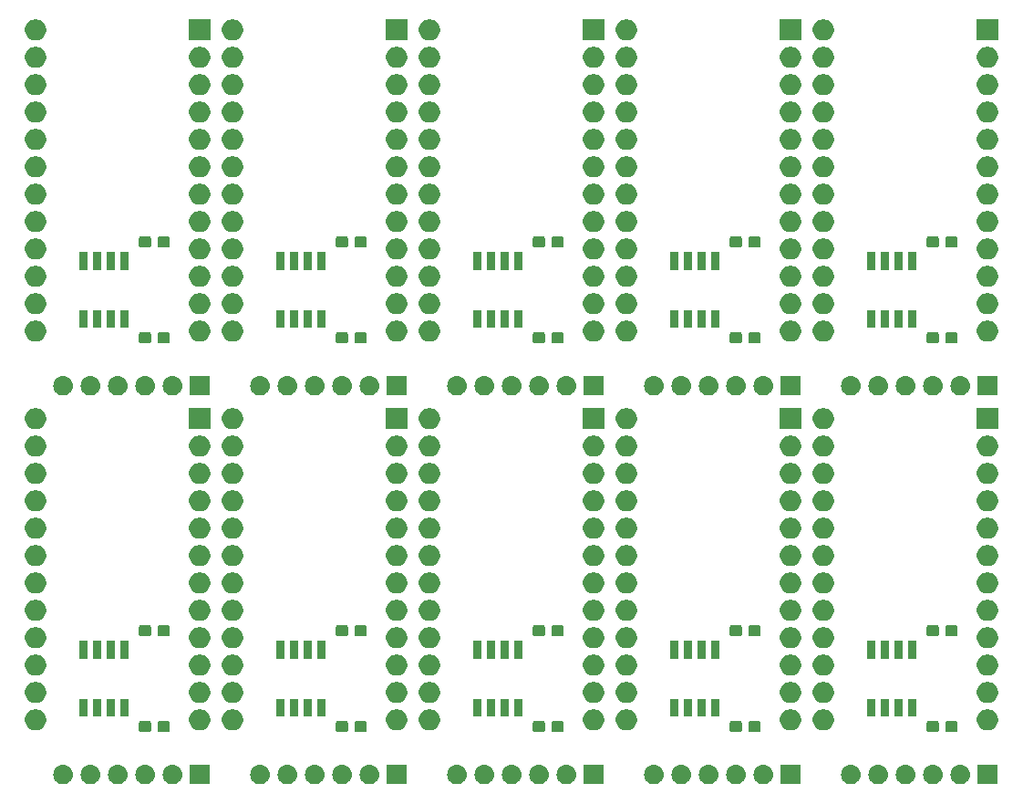
<source format=gbs>
%MOIN*%
%OFA0B0*%
%FSLAX46Y46*%
%IPPOS*%
%LPD*%
%ADD10C,0.0039370078740157488*%
%ADD21C,0.0039370078740157488*%
%ADD22C,0.0039370078740157488*%
%ADD23C,0.0039370078740157488*%
%ADD24C,0.0039370078740157488*%
%ADD25C,0.0039370078740157488*%
%ADD26C,0.0039370078740157488*%
%ADD27C,0.0039370078740157488*%
%ADD28C,0.0039370078740157488*%
%ADD29C,0.0039370078740157488*%
D10*
G36*
X0000164348Y0000095215D02*
G01*
X0000166953Y0000094959D01*
X0000173640Y0000092930D01*
X0000179802Y0000089636D01*
X0000181209Y0000088482D01*
X0000185204Y0000085204D01*
X0000188482Y0000081209D01*
X0000189637Y0000079802D01*
X0000192930Y0000073640D01*
X0000194959Y0000066953D01*
X0000195644Y0000059999D01*
X0000194959Y0000053046D01*
X0000192930Y0000046359D01*
X0000189637Y0000040197D01*
X0000188482Y0000038790D01*
X0000185204Y0000034795D01*
X0000181209Y0000031517D01*
X0000179802Y0000030363D01*
X0000173640Y0000027069D01*
X0000166953Y0000025040D01*
X0000164348Y0000024784D01*
X0000161742Y0000024527D01*
X0000158257Y0000024527D01*
X0000155652Y0000024784D01*
X0000153046Y0000025040D01*
X0000146359Y0000027069D01*
X0000140197Y0000030363D01*
X0000138790Y0000031517D01*
X0000134795Y0000034795D01*
X0000131517Y0000038790D01*
X0000130363Y0000040197D01*
X0000127069Y0000046359D01*
X0000125040Y0000053046D01*
X0000124356Y0000059999D01*
X0000125040Y0000066953D01*
X0000127069Y0000073640D01*
X0000130363Y0000079802D01*
X0000131517Y0000081209D01*
X0000134795Y0000085204D01*
X0000138790Y0000088482D01*
X0000140197Y0000089636D01*
X0000146359Y0000092930D01*
X0000153046Y0000094959D01*
X0000155652Y0000095215D01*
X0000158257Y0000095472D01*
X0000161742Y0000095472D01*
X0000164348Y0000095215D01*
X0000164348Y0000095215D01*
G37*
G36*
X0000264348Y0000095215D02*
G01*
X0000266953Y0000094959D01*
X0000273640Y0000092930D01*
X0000279802Y0000089636D01*
X0000281209Y0000088482D01*
X0000285204Y0000085204D01*
X0000288482Y0000081209D01*
X0000289637Y0000079802D01*
X0000292930Y0000073640D01*
X0000294959Y0000066953D01*
X0000295644Y0000059999D01*
X0000294959Y0000053046D01*
X0000292930Y0000046359D01*
X0000289637Y0000040197D01*
X0000288482Y0000038790D01*
X0000285204Y0000034795D01*
X0000281209Y0000031517D01*
X0000279802Y0000030363D01*
X0000273640Y0000027069D01*
X0000266953Y0000025040D01*
X0000264348Y0000024784D01*
X0000261742Y0000024527D01*
X0000258257Y0000024527D01*
X0000255652Y0000024784D01*
X0000253046Y0000025040D01*
X0000246359Y0000027069D01*
X0000240197Y0000030363D01*
X0000238790Y0000031517D01*
X0000234795Y0000034795D01*
X0000231517Y0000038790D01*
X0000230363Y0000040197D01*
X0000227069Y0000046359D01*
X0000225040Y0000053046D01*
X0000224356Y0000059999D01*
X0000225040Y0000066953D01*
X0000227069Y0000073640D01*
X0000230363Y0000079802D01*
X0000231517Y0000081209D01*
X0000234795Y0000085204D01*
X0000238790Y0000088482D01*
X0000240197Y0000089636D01*
X0000246359Y0000092930D01*
X0000253046Y0000094959D01*
X0000255652Y0000095215D01*
X0000258257Y0000095472D01*
X0000261742Y0000095472D01*
X0000264348Y0000095215D01*
X0000264348Y0000095215D01*
G37*
G36*
X0000364348Y0000095215D02*
G01*
X0000366953Y0000094959D01*
X0000373640Y0000092930D01*
X0000379802Y0000089636D01*
X0000381209Y0000088482D01*
X0000385204Y0000085204D01*
X0000388482Y0000081209D01*
X0000389637Y0000079802D01*
X0000392930Y0000073640D01*
X0000394959Y0000066953D01*
X0000395644Y0000059999D01*
X0000394959Y0000053046D01*
X0000392930Y0000046359D01*
X0000389637Y0000040197D01*
X0000388482Y0000038790D01*
X0000385204Y0000034795D01*
X0000381209Y0000031517D01*
X0000379802Y0000030363D01*
X0000373640Y0000027069D01*
X0000366953Y0000025040D01*
X0000364348Y0000024784D01*
X0000361742Y0000024527D01*
X0000358257Y0000024527D01*
X0000355652Y0000024784D01*
X0000353046Y0000025040D01*
X0000346359Y0000027069D01*
X0000340197Y0000030363D01*
X0000338790Y0000031517D01*
X0000334795Y0000034795D01*
X0000331517Y0000038790D01*
X0000330363Y0000040197D01*
X0000327069Y0000046359D01*
X0000325040Y0000053046D01*
X0000324356Y0000059999D01*
X0000325040Y0000066953D01*
X0000327069Y0000073640D01*
X0000330363Y0000079802D01*
X0000331517Y0000081209D01*
X0000334795Y0000085204D01*
X0000338790Y0000088482D01*
X0000340197Y0000089636D01*
X0000346359Y0000092930D01*
X0000353046Y0000094959D01*
X0000355652Y0000095215D01*
X0000358257Y0000095472D01*
X0000361742Y0000095472D01*
X0000364348Y0000095215D01*
X0000364348Y0000095215D01*
G37*
G36*
X0000464348Y0000095215D02*
G01*
X0000466953Y0000094959D01*
X0000473640Y0000092930D01*
X0000479802Y0000089636D01*
X0000481209Y0000088482D01*
X0000485204Y0000085204D01*
X0000488482Y0000081209D01*
X0000489637Y0000079802D01*
X0000492930Y0000073640D01*
X0000494959Y0000066953D01*
X0000495644Y0000059999D01*
X0000494959Y0000053046D01*
X0000492930Y0000046359D01*
X0000489637Y0000040197D01*
X0000488482Y0000038790D01*
X0000485204Y0000034795D01*
X0000481209Y0000031517D01*
X0000479802Y0000030363D01*
X0000473640Y0000027069D01*
X0000466953Y0000025040D01*
X0000464348Y0000024784D01*
X0000461742Y0000024527D01*
X0000458257Y0000024527D01*
X0000455652Y0000024784D01*
X0000453046Y0000025040D01*
X0000446359Y0000027069D01*
X0000440197Y0000030363D01*
X0000438790Y0000031517D01*
X0000434795Y0000034795D01*
X0000431517Y0000038790D01*
X0000430363Y0000040197D01*
X0000427069Y0000046359D01*
X0000425040Y0000053046D01*
X0000424356Y0000059999D01*
X0000425040Y0000066953D01*
X0000427069Y0000073640D01*
X0000430363Y0000079802D01*
X0000431517Y0000081209D01*
X0000434795Y0000085204D01*
X0000438790Y0000088482D01*
X0000440197Y0000089636D01*
X0000446359Y0000092930D01*
X0000453046Y0000094959D01*
X0000455652Y0000095215D01*
X0000458257Y0000095472D01*
X0000461742Y0000095472D01*
X0000464348Y0000095215D01*
X0000464348Y0000095215D01*
G37*
G36*
X0000695472Y0000024527D02*
G01*
X0000624527Y0000024527D01*
X0000624527Y0000095472D01*
X0000695472Y0000095472D01*
X0000695472Y0000024527D01*
X0000695472Y0000024527D01*
G37*
G36*
X0000564348Y0000095215D02*
G01*
X0000566953Y0000094959D01*
X0000573640Y0000092930D01*
X0000579802Y0000089636D01*
X0000581209Y0000088482D01*
X0000585204Y0000085204D01*
X0000588482Y0000081209D01*
X0000589637Y0000079802D01*
X0000592930Y0000073640D01*
X0000594959Y0000066953D01*
X0000595644Y0000059999D01*
X0000594959Y0000053046D01*
X0000592930Y0000046359D01*
X0000589637Y0000040197D01*
X0000588482Y0000038790D01*
X0000585204Y0000034795D01*
X0000581209Y0000031517D01*
X0000579802Y0000030363D01*
X0000573640Y0000027069D01*
X0000566953Y0000025040D01*
X0000564348Y0000024784D01*
X0000561742Y0000024527D01*
X0000558257Y0000024527D01*
X0000555652Y0000024784D01*
X0000553046Y0000025040D01*
X0000546359Y0000027069D01*
X0000540197Y0000030363D01*
X0000538790Y0000031517D01*
X0000534795Y0000034795D01*
X0000531517Y0000038790D01*
X0000530363Y0000040197D01*
X0000527069Y0000046359D01*
X0000525040Y0000053046D01*
X0000524356Y0000059999D01*
X0000525040Y0000066953D01*
X0000527069Y0000073640D01*
X0000530363Y0000079802D01*
X0000531517Y0000081209D01*
X0000534795Y0000085204D01*
X0000538790Y0000088482D01*
X0000540197Y0000089636D01*
X0000546359Y0000092930D01*
X0000553046Y0000094959D01*
X0000555652Y0000095215D01*
X0000558257Y0000095472D01*
X0000561742Y0000095472D01*
X0000564348Y0000095215D01*
X0000564348Y0000095215D01*
G37*
G36*
X0000476318Y0000255533D02*
G01*
X0000477795Y0000255085D01*
X0000479155Y0000254358D01*
X0000480348Y0000253379D01*
X0000481327Y0000252187D01*
X0000482054Y0000250826D01*
X0000482502Y0000249350D01*
X0000482677Y0000247573D01*
X0000482677Y0000222426D01*
X0000482502Y0000220649D01*
X0000482054Y0000219173D01*
X0000481327Y0000217812D01*
X0000480348Y0000216620D01*
X0000479155Y0000215641D01*
X0000477795Y0000214914D01*
X0000476318Y0000214466D01*
X0000474541Y0000214291D01*
X0000445458Y0000214291D01*
X0000443681Y0000214466D01*
X0000442205Y0000214914D01*
X0000440844Y0000215641D01*
X0000439651Y0000216620D01*
X0000438673Y0000217812D01*
X0000437945Y0000219173D01*
X0000437497Y0000220649D01*
X0000437322Y0000222426D01*
X0000437322Y0000247573D01*
X0000437497Y0000249350D01*
X0000437945Y0000250826D01*
X0000438673Y0000252187D01*
X0000439651Y0000253379D01*
X0000440844Y0000254358D01*
X0000442205Y0000255085D01*
X0000443681Y0000255533D01*
X0000445458Y0000255708D01*
X0000474541Y0000255708D01*
X0000476318Y0000255533D01*
X0000476318Y0000255533D01*
G37*
G36*
X0000545216Y0000255533D02*
G01*
X0000546692Y0000255085D01*
X0000548053Y0000254358D01*
X0000549246Y0000253379D01*
X0000550224Y0000252187D01*
X0000550952Y0000250826D01*
X0000551399Y0000249350D01*
X0000551574Y0000247573D01*
X0000551574Y0000222426D01*
X0000551399Y0000220649D01*
X0000550952Y0000219173D01*
X0000550224Y0000217812D01*
X0000549246Y0000216620D01*
X0000548053Y0000215641D01*
X0000546692Y0000214914D01*
X0000545216Y0000214466D01*
X0000543439Y0000214291D01*
X0000514355Y0000214291D01*
X0000512578Y0000214466D01*
X0000511102Y0000214914D01*
X0000509742Y0000215641D01*
X0000508549Y0000216620D01*
X0000507570Y0000217812D01*
X0000506843Y0000219173D01*
X0000506395Y0000220649D01*
X0000506220Y0000222426D01*
X0000506220Y0000247573D01*
X0000506395Y0000249350D01*
X0000506843Y0000250826D01*
X0000507570Y0000252187D01*
X0000508549Y0000253379D01*
X0000509742Y0000254358D01*
X0000511102Y0000255085D01*
X0000512578Y0000255533D01*
X0000514355Y0000255708D01*
X0000543439Y0000255708D01*
X0000545216Y0000255533D01*
X0000545216Y0000255533D01*
G37*
G36*
X0000671378Y0000297508D02*
G01*
X0000671378Y0000297508D01*
X0000671378Y0000297508D01*
X0000678477Y0000294568D01*
X0000684866Y0000290299D01*
X0000690299Y0000284866D01*
X0000694568Y0000278477D01*
X0000697508Y0000271378D01*
X0000697508Y0000271378D01*
X0000699007Y0000263841D01*
X0000699007Y0000256157D01*
X0000697647Y0000249316D01*
X0000697508Y0000248621D01*
X0000694568Y0000241522D01*
X0000690299Y0000235133D01*
X0000684866Y0000229700D01*
X0000678477Y0000225431D01*
X0000671378Y0000222491D01*
X0000671378Y0000222491D01*
X0000671378Y0000222491D01*
X0000663842Y0000220992D01*
X0000656158Y0000220992D01*
X0000648622Y0000222491D01*
X0000648621Y0000222491D01*
X0000648621Y0000222491D01*
X0000641522Y0000225431D01*
X0000635134Y0000229700D01*
X0000629700Y0000235133D01*
X0000625431Y0000241522D01*
X0000622491Y0000248621D01*
X0000622353Y0000249316D01*
X0000620992Y0000256157D01*
X0000620992Y0000263841D01*
X0000622491Y0000271378D01*
X0000622491Y0000271378D01*
X0000625431Y0000278477D01*
X0000629700Y0000284866D01*
X0000635134Y0000290299D01*
X0000641522Y0000294568D01*
X0000648621Y0000297508D01*
X0000648621Y0000297508D01*
X0000648622Y0000297508D01*
X0000656158Y0000299007D01*
X0000663842Y0000299007D01*
X0000671378Y0000297508D01*
X0000671378Y0000297508D01*
G37*
G36*
X0000071378Y0000297508D02*
G01*
X0000071378Y0000297508D01*
X0000071378Y0000297508D01*
X0000078477Y0000294568D01*
X0000084866Y0000290299D01*
X0000090299Y0000284866D01*
X0000094568Y0000278477D01*
X0000097508Y0000271378D01*
X0000097508Y0000271378D01*
X0000099007Y0000263841D01*
X0000099007Y0000256157D01*
X0000097647Y0000249316D01*
X0000097508Y0000248621D01*
X0000094568Y0000241522D01*
X0000090299Y0000235133D01*
X0000084866Y0000229700D01*
X0000078477Y0000225431D01*
X0000071378Y0000222491D01*
X0000071378Y0000222491D01*
X0000071378Y0000222491D01*
X0000063842Y0000220992D01*
X0000056158Y0000220992D01*
X0000048622Y0000222491D01*
X0000048621Y0000222491D01*
X0000048621Y0000222491D01*
X0000041522Y0000225431D01*
X0000035134Y0000229700D01*
X0000029700Y0000235133D01*
X0000025431Y0000241522D01*
X0000022491Y0000248621D01*
X0000022353Y0000249316D01*
X0000020992Y0000256157D01*
X0000020992Y0000263841D01*
X0000022491Y0000271378D01*
X0000022491Y0000271378D01*
X0000025431Y0000278477D01*
X0000029700Y0000284866D01*
X0000035134Y0000290299D01*
X0000041522Y0000294568D01*
X0000048621Y0000297508D01*
X0000048621Y0000297508D01*
X0000048622Y0000297508D01*
X0000056158Y0000299007D01*
X0000063842Y0000299007D01*
X0000071378Y0000297508D01*
X0000071378Y0000297508D01*
G37*
G36*
X0000398819Y0000271181D02*
G01*
X0000371181Y0000271181D01*
X0000371181Y0000336220D01*
X0000398819Y0000336220D01*
X0000398819Y0000271181D01*
X0000398819Y0000271181D01*
G37*
G36*
X0000248819Y0000271181D02*
G01*
X0000221181Y0000271181D01*
X0000221181Y0000336220D01*
X0000248819Y0000336220D01*
X0000248819Y0000271181D01*
X0000248819Y0000271181D01*
G37*
G36*
X0000298819Y0000271181D02*
G01*
X0000271181Y0000271181D01*
X0000271181Y0000336220D01*
X0000298819Y0000336220D01*
X0000298819Y0000271181D01*
X0000298819Y0000271181D01*
G37*
G36*
X0000348819Y0000271181D02*
G01*
X0000321181Y0000271181D01*
X0000321181Y0000336220D01*
X0000348819Y0000336220D01*
X0000348819Y0000271181D01*
X0000348819Y0000271181D01*
G37*
G36*
X0000671378Y0000397508D02*
G01*
X0000671378Y0000397508D01*
X0000671378Y0000397508D01*
X0000678477Y0000394568D01*
X0000684866Y0000390299D01*
X0000690299Y0000384866D01*
X0000694568Y0000378477D01*
X0000697508Y0000371378D01*
X0000699007Y0000363841D01*
X0000699007Y0000356158D01*
X0000697508Y0000348621D01*
X0000694568Y0000341522D01*
X0000690299Y0000335133D01*
X0000684866Y0000329700D01*
X0000678477Y0000325431D01*
X0000671378Y0000322491D01*
X0000671378Y0000322491D01*
X0000671378Y0000322491D01*
X0000663842Y0000320992D01*
X0000656158Y0000320992D01*
X0000648622Y0000322491D01*
X0000648621Y0000322491D01*
X0000648621Y0000322491D01*
X0000641522Y0000325431D01*
X0000635134Y0000329700D01*
X0000629700Y0000335133D01*
X0000625431Y0000341522D01*
X0000622491Y0000348621D01*
X0000620992Y0000356158D01*
X0000620992Y0000363841D01*
X0000622491Y0000371378D01*
X0000625431Y0000378477D01*
X0000629700Y0000384866D01*
X0000635134Y0000390299D01*
X0000641522Y0000394568D01*
X0000648621Y0000397508D01*
X0000648621Y0000397508D01*
X0000648622Y0000397508D01*
X0000656158Y0000399007D01*
X0000663842Y0000399007D01*
X0000671378Y0000397508D01*
X0000671378Y0000397508D01*
G37*
G36*
X0000071378Y0000397508D02*
G01*
X0000071378Y0000397508D01*
X0000071378Y0000397508D01*
X0000078477Y0000394568D01*
X0000084866Y0000390299D01*
X0000090299Y0000384866D01*
X0000094568Y0000378477D01*
X0000097508Y0000371378D01*
X0000099007Y0000363841D01*
X0000099007Y0000356158D01*
X0000097508Y0000348621D01*
X0000094568Y0000341522D01*
X0000090299Y0000335133D01*
X0000084866Y0000329700D01*
X0000078477Y0000325431D01*
X0000071378Y0000322491D01*
X0000071378Y0000322491D01*
X0000071378Y0000322491D01*
X0000063842Y0000320992D01*
X0000056158Y0000320992D01*
X0000048622Y0000322491D01*
X0000048621Y0000322491D01*
X0000048621Y0000322491D01*
X0000041522Y0000325431D01*
X0000035134Y0000329700D01*
X0000029700Y0000335133D01*
X0000025431Y0000341522D01*
X0000022491Y0000348621D01*
X0000020992Y0000356158D01*
X0000020992Y0000363841D01*
X0000022491Y0000371378D01*
X0000025431Y0000378477D01*
X0000029700Y0000384866D01*
X0000035134Y0000390299D01*
X0000041522Y0000394568D01*
X0000048621Y0000397508D01*
X0000048621Y0000397508D01*
X0000048622Y0000397508D01*
X0000056158Y0000399007D01*
X0000063842Y0000399007D01*
X0000071378Y0000397508D01*
X0000071378Y0000397508D01*
G37*
G36*
X0000671378Y0000497508D02*
G01*
X0000671378Y0000497508D01*
X0000671378Y0000497508D01*
X0000678477Y0000494568D01*
X0000684866Y0000490299D01*
X0000690299Y0000484866D01*
X0000694568Y0000478477D01*
X0000697508Y0000471378D01*
X0000699007Y0000463841D01*
X0000699007Y0000456158D01*
X0000697508Y0000448621D01*
X0000694568Y0000441522D01*
X0000690299Y0000435133D01*
X0000684866Y0000429700D01*
X0000678477Y0000425431D01*
X0000671378Y0000422491D01*
X0000671378Y0000422491D01*
X0000671378Y0000422491D01*
X0000663842Y0000420992D01*
X0000656158Y0000420992D01*
X0000648622Y0000422491D01*
X0000648621Y0000422491D01*
X0000648621Y0000422491D01*
X0000641522Y0000425431D01*
X0000635134Y0000429700D01*
X0000629700Y0000435133D01*
X0000625431Y0000441522D01*
X0000622491Y0000448621D01*
X0000620992Y0000456158D01*
X0000620992Y0000463841D01*
X0000622491Y0000471378D01*
X0000625431Y0000478477D01*
X0000629700Y0000484866D01*
X0000635134Y0000490299D01*
X0000641522Y0000494568D01*
X0000648621Y0000497508D01*
X0000648621Y0000497508D01*
X0000648622Y0000497508D01*
X0000656158Y0000499007D01*
X0000663842Y0000499007D01*
X0000671378Y0000497508D01*
X0000671378Y0000497508D01*
G37*
G36*
X0000071378Y0000497508D02*
G01*
X0000071378Y0000497508D01*
X0000071378Y0000497508D01*
X0000078477Y0000494568D01*
X0000084866Y0000490299D01*
X0000090299Y0000484866D01*
X0000094568Y0000478477D01*
X0000097508Y0000471378D01*
X0000099007Y0000463841D01*
X0000099007Y0000456158D01*
X0000097508Y0000448621D01*
X0000094568Y0000441522D01*
X0000090299Y0000435133D01*
X0000084866Y0000429700D01*
X0000078477Y0000425431D01*
X0000071378Y0000422491D01*
X0000071378Y0000422491D01*
X0000071378Y0000422491D01*
X0000063842Y0000420992D01*
X0000056158Y0000420992D01*
X0000048622Y0000422491D01*
X0000048621Y0000422491D01*
X0000048621Y0000422491D01*
X0000041522Y0000425431D01*
X0000035134Y0000429700D01*
X0000029700Y0000435133D01*
X0000025431Y0000441522D01*
X0000022491Y0000448621D01*
X0000020992Y0000456158D01*
X0000020992Y0000463841D01*
X0000022491Y0000471378D01*
X0000025431Y0000478477D01*
X0000029700Y0000484866D01*
X0000035134Y0000490299D01*
X0000041522Y0000494568D01*
X0000048621Y0000497508D01*
X0000048621Y0000497508D01*
X0000048622Y0000497508D01*
X0000056158Y0000499007D01*
X0000063842Y0000499007D01*
X0000071378Y0000497508D01*
X0000071378Y0000497508D01*
G37*
G36*
X0000248819Y0000483779D02*
G01*
X0000221181Y0000483779D01*
X0000221181Y0000548818D01*
X0000248819Y0000548818D01*
X0000248819Y0000483779D01*
X0000248819Y0000483779D01*
G37*
G36*
X0000298819Y0000483779D02*
G01*
X0000271181Y0000483779D01*
X0000271181Y0000548818D01*
X0000298819Y0000548818D01*
X0000298819Y0000483779D01*
X0000298819Y0000483779D01*
G37*
G36*
X0000398819Y0000483779D02*
G01*
X0000371181Y0000483779D01*
X0000371181Y0000548818D01*
X0000398819Y0000548818D01*
X0000398819Y0000483779D01*
X0000398819Y0000483779D01*
G37*
G36*
X0000348819Y0000483779D02*
G01*
X0000321181Y0000483779D01*
X0000321181Y0000548818D01*
X0000348819Y0000548818D01*
X0000348819Y0000483779D01*
X0000348819Y0000483779D01*
G37*
G36*
X0000671378Y0000597508D02*
G01*
X0000671378Y0000597508D01*
X0000671378Y0000597508D01*
X0000678477Y0000594568D01*
X0000684866Y0000590299D01*
X0000690299Y0000584866D01*
X0000694568Y0000578477D01*
X0000697508Y0000571378D01*
X0000697508Y0000571378D01*
X0000699007Y0000563841D01*
X0000699007Y0000556158D01*
X0000697508Y0000548621D01*
X0000694568Y0000541522D01*
X0000690299Y0000535133D01*
X0000684866Y0000529700D01*
X0000678477Y0000525431D01*
X0000671378Y0000522491D01*
X0000671378Y0000522491D01*
X0000671378Y0000522491D01*
X0000663842Y0000520992D01*
X0000656158Y0000520992D01*
X0000648622Y0000522491D01*
X0000648621Y0000522491D01*
X0000648621Y0000522491D01*
X0000641522Y0000525431D01*
X0000635134Y0000529700D01*
X0000629700Y0000535133D01*
X0000625431Y0000541522D01*
X0000622491Y0000548621D01*
X0000620992Y0000556158D01*
X0000620992Y0000563841D01*
X0000622491Y0000571378D01*
X0000622491Y0000571378D01*
X0000625431Y0000578477D01*
X0000629700Y0000584866D01*
X0000635134Y0000590299D01*
X0000641522Y0000594568D01*
X0000648621Y0000597508D01*
X0000648621Y0000597508D01*
X0000648622Y0000597508D01*
X0000656158Y0000599007D01*
X0000663842Y0000599007D01*
X0000671378Y0000597508D01*
X0000671378Y0000597508D01*
G37*
G36*
X0000071378Y0000597508D02*
G01*
X0000071378Y0000597508D01*
X0000071378Y0000597508D01*
X0000078477Y0000594568D01*
X0000084866Y0000590299D01*
X0000090299Y0000584866D01*
X0000094568Y0000578477D01*
X0000097508Y0000571378D01*
X0000097508Y0000571378D01*
X0000099007Y0000563841D01*
X0000099007Y0000556158D01*
X0000097508Y0000548621D01*
X0000094568Y0000541522D01*
X0000090299Y0000535133D01*
X0000084866Y0000529700D01*
X0000078477Y0000525431D01*
X0000071378Y0000522491D01*
X0000071378Y0000522491D01*
X0000071378Y0000522491D01*
X0000063842Y0000520992D01*
X0000056158Y0000520992D01*
X0000048622Y0000522491D01*
X0000048621Y0000522491D01*
X0000048621Y0000522491D01*
X0000041522Y0000525431D01*
X0000035134Y0000529700D01*
X0000029700Y0000535133D01*
X0000025431Y0000541522D01*
X0000022491Y0000548621D01*
X0000020992Y0000556158D01*
X0000020992Y0000563841D01*
X0000022491Y0000571378D01*
X0000022491Y0000571378D01*
X0000025431Y0000578477D01*
X0000029700Y0000584866D01*
X0000035134Y0000590299D01*
X0000041522Y0000594568D01*
X0000048621Y0000597508D01*
X0000048621Y0000597508D01*
X0000048622Y0000597508D01*
X0000056158Y0000599007D01*
X0000063842Y0000599007D01*
X0000071378Y0000597508D01*
X0000071378Y0000597508D01*
G37*
G36*
X0000545216Y0000605533D02*
G01*
X0000546692Y0000605085D01*
X0000548053Y0000604358D01*
X0000549246Y0000603379D01*
X0000550224Y0000602187D01*
X0000550952Y0000600826D01*
X0000551399Y0000599350D01*
X0000551574Y0000597573D01*
X0000551574Y0000572426D01*
X0000551399Y0000570649D01*
X0000550952Y0000569173D01*
X0000550224Y0000567812D01*
X0000549246Y0000566620D01*
X0000548053Y0000565641D01*
X0000546692Y0000564914D01*
X0000545216Y0000564466D01*
X0000543439Y0000564291D01*
X0000514355Y0000564291D01*
X0000512578Y0000564466D01*
X0000511102Y0000564914D01*
X0000509742Y0000565641D01*
X0000508549Y0000566620D01*
X0000507570Y0000567812D01*
X0000506843Y0000569173D01*
X0000506395Y0000570649D01*
X0000506220Y0000572426D01*
X0000506220Y0000597573D01*
X0000506395Y0000599350D01*
X0000506843Y0000600826D01*
X0000507570Y0000602187D01*
X0000508549Y0000603379D01*
X0000509742Y0000604358D01*
X0000511102Y0000605085D01*
X0000512578Y0000605533D01*
X0000514355Y0000605708D01*
X0000543439Y0000605708D01*
X0000545216Y0000605533D01*
X0000545216Y0000605533D01*
G37*
G36*
X0000476318Y0000605533D02*
G01*
X0000477795Y0000605085D01*
X0000479155Y0000604358D01*
X0000480348Y0000603379D01*
X0000481327Y0000602187D01*
X0000482054Y0000600826D01*
X0000482502Y0000599350D01*
X0000482677Y0000597573D01*
X0000482677Y0000572426D01*
X0000482502Y0000570649D01*
X0000482054Y0000569173D01*
X0000481327Y0000567812D01*
X0000480348Y0000566620D01*
X0000479155Y0000565641D01*
X0000477795Y0000564914D01*
X0000476318Y0000564466D01*
X0000474541Y0000564291D01*
X0000445458Y0000564291D01*
X0000443681Y0000564466D01*
X0000442205Y0000564914D01*
X0000440844Y0000565641D01*
X0000439651Y0000566620D01*
X0000438673Y0000567812D01*
X0000437945Y0000569173D01*
X0000437497Y0000570649D01*
X0000437322Y0000572426D01*
X0000437322Y0000597573D01*
X0000437497Y0000599350D01*
X0000437945Y0000600826D01*
X0000438673Y0000602187D01*
X0000439651Y0000603379D01*
X0000440844Y0000604358D01*
X0000442205Y0000605085D01*
X0000443681Y0000605533D01*
X0000445458Y0000605708D01*
X0000474541Y0000605708D01*
X0000476318Y0000605533D01*
X0000476318Y0000605533D01*
G37*
G36*
X0000671378Y0000697508D02*
G01*
X0000671378Y0000697508D01*
X0000671378Y0000697508D01*
X0000678477Y0000694568D01*
X0000684866Y0000690299D01*
X0000690299Y0000684866D01*
X0000694568Y0000678477D01*
X0000697508Y0000671378D01*
X0000699007Y0000663841D01*
X0000699007Y0000656158D01*
X0000697508Y0000648621D01*
X0000694568Y0000641522D01*
X0000690299Y0000635133D01*
X0000684866Y0000629700D01*
X0000678477Y0000625431D01*
X0000671378Y0000622491D01*
X0000671378Y0000622491D01*
X0000671378Y0000622491D01*
X0000663842Y0000620992D01*
X0000656158Y0000620992D01*
X0000648622Y0000622491D01*
X0000648621Y0000622491D01*
X0000648621Y0000622491D01*
X0000641522Y0000625431D01*
X0000635134Y0000629700D01*
X0000629700Y0000635133D01*
X0000625431Y0000641522D01*
X0000622491Y0000648621D01*
X0000620992Y0000656158D01*
X0000620992Y0000663841D01*
X0000622491Y0000671378D01*
X0000625431Y0000678477D01*
X0000629700Y0000684866D01*
X0000635134Y0000690299D01*
X0000641522Y0000694568D01*
X0000648621Y0000697508D01*
X0000648621Y0000697508D01*
X0000648622Y0000697508D01*
X0000656158Y0000699007D01*
X0000663842Y0000699007D01*
X0000671378Y0000697508D01*
X0000671378Y0000697508D01*
G37*
G36*
X0000071378Y0000697508D02*
G01*
X0000071378Y0000697508D01*
X0000071378Y0000697508D01*
X0000078477Y0000694568D01*
X0000084866Y0000690299D01*
X0000090299Y0000684866D01*
X0000094568Y0000678477D01*
X0000097508Y0000671378D01*
X0000099007Y0000663841D01*
X0000099007Y0000656158D01*
X0000097508Y0000648621D01*
X0000094568Y0000641522D01*
X0000090299Y0000635133D01*
X0000084866Y0000629700D01*
X0000078477Y0000625431D01*
X0000071378Y0000622491D01*
X0000071378Y0000622491D01*
X0000071378Y0000622491D01*
X0000063842Y0000620992D01*
X0000056158Y0000620992D01*
X0000048622Y0000622491D01*
X0000048621Y0000622491D01*
X0000048621Y0000622491D01*
X0000041522Y0000625431D01*
X0000035134Y0000629700D01*
X0000029700Y0000635133D01*
X0000025431Y0000641522D01*
X0000022491Y0000648621D01*
X0000020992Y0000656158D01*
X0000020992Y0000663841D01*
X0000022491Y0000671378D01*
X0000025431Y0000678477D01*
X0000029700Y0000684866D01*
X0000035134Y0000690299D01*
X0000041522Y0000694568D01*
X0000048621Y0000697508D01*
X0000048621Y0000697508D01*
X0000048622Y0000697508D01*
X0000056158Y0000699007D01*
X0000063842Y0000699007D01*
X0000071378Y0000697508D01*
X0000071378Y0000697508D01*
G37*
G36*
X0000071378Y0000797508D02*
G01*
X0000071378Y0000797508D01*
X0000071378Y0000797508D01*
X0000078477Y0000794568D01*
X0000084866Y0000790299D01*
X0000090299Y0000784866D01*
X0000094568Y0000778477D01*
X0000097508Y0000771378D01*
X0000099007Y0000763841D01*
X0000099007Y0000756158D01*
X0000097508Y0000748621D01*
X0000094568Y0000741522D01*
X0000090299Y0000735133D01*
X0000084866Y0000729700D01*
X0000078477Y0000725431D01*
X0000071378Y0000722491D01*
X0000071378Y0000722491D01*
X0000071378Y0000722491D01*
X0000063842Y0000720992D01*
X0000056158Y0000720992D01*
X0000048622Y0000722491D01*
X0000048621Y0000722491D01*
X0000048621Y0000722491D01*
X0000041522Y0000725431D01*
X0000035134Y0000729700D01*
X0000029700Y0000735133D01*
X0000025431Y0000741522D01*
X0000022491Y0000748621D01*
X0000020992Y0000756158D01*
X0000020992Y0000763841D01*
X0000022491Y0000771378D01*
X0000025431Y0000778477D01*
X0000029700Y0000784866D01*
X0000035134Y0000790299D01*
X0000041522Y0000794568D01*
X0000048621Y0000797508D01*
X0000048621Y0000797508D01*
X0000048622Y0000797508D01*
X0000056158Y0000799007D01*
X0000063842Y0000799007D01*
X0000071378Y0000797508D01*
X0000071378Y0000797508D01*
G37*
G36*
X0000671378Y0000797508D02*
G01*
X0000671378Y0000797508D01*
X0000671378Y0000797508D01*
X0000678477Y0000794568D01*
X0000684866Y0000790299D01*
X0000690299Y0000784866D01*
X0000694568Y0000778477D01*
X0000697508Y0000771378D01*
X0000699007Y0000763841D01*
X0000699007Y0000756158D01*
X0000697508Y0000748621D01*
X0000694568Y0000741522D01*
X0000690299Y0000735133D01*
X0000684866Y0000729700D01*
X0000678477Y0000725431D01*
X0000671378Y0000722491D01*
X0000671378Y0000722491D01*
X0000671378Y0000722491D01*
X0000663842Y0000720992D01*
X0000656158Y0000720992D01*
X0000648622Y0000722491D01*
X0000648621Y0000722491D01*
X0000648621Y0000722491D01*
X0000641522Y0000725431D01*
X0000635134Y0000729700D01*
X0000629700Y0000735133D01*
X0000625431Y0000741522D01*
X0000622491Y0000748621D01*
X0000620992Y0000756158D01*
X0000620992Y0000763841D01*
X0000622491Y0000771378D01*
X0000625431Y0000778477D01*
X0000629700Y0000784866D01*
X0000635134Y0000790299D01*
X0000641522Y0000794568D01*
X0000648621Y0000797508D01*
X0000648621Y0000797508D01*
X0000648622Y0000797508D01*
X0000656158Y0000799007D01*
X0000663842Y0000799007D01*
X0000671378Y0000797508D01*
X0000671378Y0000797508D01*
G37*
G36*
X0000671378Y0000897508D02*
G01*
X0000671378Y0000897508D01*
X0000671378Y0000897508D01*
X0000678477Y0000894568D01*
X0000684866Y0000890299D01*
X0000690299Y0000884866D01*
X0000694568Y0000878477D01*
X0000697508Y0000871378D01*
X0000699007Y0000863841D01*
X0000699007Y0000856158D01*
X0000697508Y0000848621D01*
X0000694568Y0000841522D01*
X0000690299Y0000835133D01*
X0000684866Y0000829700D01*
X0000678477Y0000825431D01*
X0000671378Y0000822491D01*
X0000671378Y0000822491D01*
X0000671378Y0000822491D01*
X0000663842Y0000820992D01*
X0000656158Y0000820992D01*
X0000648622Y0000822491D01*
X0000648621Y0000822491D01*
X0000648621Y0000822491D01*
X0000641522Y0000825431D01*
X0000635134Y0000829700D01*
X0000629700Y0000835133D01*
X0000625431Y0000841522D01*
X0000622491Y0000848621D01*
X0000620992Y0000856158D01*
X0000620992Y0000863841D01*
X0000622491Y0000871378D01*
X0000625431Y0000878477D01*
X0000629700Y0000884866D01*
X0000635134Y0000890299D01*
X0000641522Y0000894568D01*
X0000648621Y0000897508D01*
X0000648621Y0000897508D01*
X0000648622Y0000897508D01*
X0000656158Y0000899007D01*
X0000663842Y0000899007D01*
X0000671378Y0000897508D01*
X0000671378Y0000897508D01*
G37*
G36*
X0000071378Y0000897508D02*
G01*
X0000071378Y0000897508D01*
X0000071378Y0000897508D01*
X0000078477Y0000894568D01*
X0000084866Y0000890299D01*
X0000090299Y0000884866D01*
X0000094568Y0000878477D01*
X0000097508Y0000871378D01*
X0000099007Y0000863841D01*
X0000099007Y0000856158D01*
X0000097508Y0000848621D01*
X0000094568Y0000841522D01*
X0000090299Y0000835133D01*
X0000084866Y0000829700D01*
X0000078477Y0000825431D01*
X0000071378Y0000822491D01*
X0000071378Y0000822491D01*
X0000071378Y0000822491D01*
X0000063842Y0000820992D01*
X0000056158Y0000820992D01*
X0000048622Y0000822491D01*
X0000048621Y0000822491D01*
X0000048621Y0000822491D01*
X0000041522Y0000825431D01*
X0000035134Y0000829700D01*
X0000029700Y0000835133D01*
X0000025431Y0000841522D01*
X0000022491Y0000848621D01*
X0000020992Y0000856158D01*
X0000020992Y0000863841D01*
X0000022491Y0000871378D01*
X0000025431Y0000878477D01*
X0000029700Y0000884866D01*
X0000035134Y0000890299D01*
X0000041522Y0000894568D01*
X0000048621Y0000897508D01*
X0000048621Y0000897508D01*
X0000048622Y0000897508D01*
X0000056158Y0000899007D01*
X0000063842Y0000899007D01*
X0000071378Y0000897508D01*
X0000071378Y0000897508D01*
G37*
G36*
X0000671378Y0000997508D02*
G01*
X0000671378Y0000997508D01*
X0000671378Y0000997508D01*
X0000678477Y0000994568D01*
X0000684866Y0000990299D01*
X0000690299Y0000984866D01*
X0000694568Y0000978477D01*
X0000697508Y0000971378D01*
X0000699007Y0000963841D01*
X0000699007Y0000956158D01*
X0000697508Y0000948621D01*
X0000694568Y0000941522D01*
X0000690299Y0000935133D01*
X0000684866Y0000929700D01*
X0000678477Y0000925431D01*
X0000671378Y0000922491D01*
X0000671378Y0000922491D01*
X0000671378Y0000922491D01*
X0000663842Y0000920992D01*
X0000656158Y0000920992D01*
X0000648622Y0000922491D01*
X0000648621Y0000922491D01*
X0000648621Y0000922491D01*
X0000641522Y0000925431D01*
X0000635134Y0000929700D01*
X0000629700Y0000935133D01*
X0000625431Y0000941522D01*
X0000622491Y0000948621D01*
X0000620992Y0000956158D01*
X0000620992Y0000963841D01*
X0000622491Y0000971378D01*
X0000625431Y0000978477D01*
X0000629700Y0000984866D01*
X0000635134Y0000990299D01*
X0000641522Y0000994568D01*
X0000648621Y0000997508D01*
X0000648621Y0000997508D01*
X0000648622Y0000997508D01*
X0000656158Y0000999007D01*
X0000663842Y0000999007D01*
X0000671378Y0000997508D01*
X0000671378Y0000997508D01*
G37*
G36*
X0000071378Y0000997508D02*
G01*
X0000071378Y0000997508D01*
X0000071378Y0000997508D01*
X0000078477Y0000994568D01*
X0000084866Y0000990299D01*
X0000090299Y0000984866D01*
X0000094568Y0000978477D01*
X0000097508Y0000971378D01*
X0000099007Y0000963841D01*
X0000099007Y0000956158D01*
X0000097508Y0000948621D01*
X0000094568Y0000941522D01*
X0000090299Y0000935133D01*
X0000084866Y0000929700D01*
X0000078477Y0000925431D01*
X0000071378Y0000922491D01*
X0000071378Y0000922491D01*
X0000071378Y0000922491D01*
X0000063842Y0000920992D01*
X0000056158Y0000920992D01*
X0000048622Y0000922491D01*
X0000048621Y0000922491D01*
X0000048621Y0000922491D01*
X0000041522Y0000925431D01*
X0000035134Y0000929700D01*
X0000029700Y0000935133D01*
X0000025431Y0000941522D01*
X0000022491Y0000948621D01*
X0000020992Y0000956158D01*
X0000020992Y0000963841D01*
X0000022491Y0000971378D01*
X0000025431Y0000978477D01*
X0000029700Y0000984866D01*
X0000035134Y0000990299D01*
X0000041522Y0000994568D01*
X0000048621Y0000997508D01*
X0000048621Y0000997508D01*
X0000048622Y0000997508D01*
X0000056158Y0000999007D01*
X0000063842Y0000999007D01*
X0000071378Y0000997508D01*
X0000071378Y0000997508D01*
G37*
G36*
X0000671378Y0001097508D02*
G01*
X0000671378Y0001097508D01*
X0000671378Y0001097508D01*
X0000678477Y0001094568D01*
X0000684866Y0001090299D01*
X0000690299Y0001084866D01*
X0000694568Y0001078477D01*
X0000697508Y0001071378D01*
X0000699007Y0001063841D01*
X0000699007Y0001056158D01*
X0000697508Y0001048621D01*
X0000694568Y0001041522D01*
X0000690299Y0001035133D01*
X0000684866Y0001029700D01*
X0000678477Y0001025431D01*
X0000671378Y0001022491D01*
X0000671378Y0001022491D01*
X0000671378Y0001022491D01*
X0000663842Y0001020992D01*
X0000656158Y0001020992D01*
X0000648622Y0001022491D01*
X0000648621Y0001022491D01*
X0000648621Y0001022491D01*
X0000641522Y0001025431D01*
X0000635134Y0001029700D01*
X0000629700Y0001035133D01*
X0000625431Y0001041522D01*
X0000622491Y0001048621D01*
X0000620992Y0001056158D01*
X0000620992Y0001063841D01*
X0000622491Y0001071378D01*
X0000625431Y0001078477D01*
X0000629700Y0001084866D01*
X0000635134Y0001090299D01*
X0000641522Y0001094568D01*
X0000648621Y0001097508D01*
X0000648621Y0001097508D01*
X0000648622Y0001097508D01*
X0000656158Y0001099007D01*
X0000663842Y0001099007D01*
X0000671378Y0001097508D01*
X0000671378Y0001097508D01*
G37*
G36*
X0000071378Y0001097508D02*
G01*
X0000071378Y0001097508D01*
X0000071378Y0001097508D01*
X0000078477Y0001094568D01*
X0000084866Y0001090299D01*
X0000090299Y0001084866D01*
X0000094568Y0001078477D01*
X0000097508Y0001071378D01*
X0000099007Y0001063841D01*
X0000099007Y0001056158D01*
X0000097508Y0001048621D01*
X0000094568Y0001041522D01*
X0000090299Y0001035133D01*
X0000084866Y0001029700D01*
X0000078477Y0001025431D01*
X0000071378Y0001022491D01*
X0000071378Y0001022491D01*
X0000071378Y0001022491D01*
X0000063842Y0001020992D01*
X0000056158Y0001020992D01*
X0000048622Y0001022491D01*
X0000048621Y0001022491D01*
X0000048621Y0001022491D01*
X0000041522Y0001025431D01*
X0000035134Y0001029700D01*
X0000029700Y0001035133D01*
X0000025431Y0001041522D01*
X0000022491Y0001048621D01*
X0000020992Y0001056158D01*
X0000020992Y0001063841D01*
X0000022491Y0001071378D01*
X0000025431Y0001078477D01*
X0000029700Y0001084866D01*
X0000035134Y0001090299D01*
X0000041522Y0001094568D01*
X0000048621Y0001097508D01*
X0000048621Y0001097508D01*
X0000048622Y0001097508D01*
X0000056158Y0001099007D01*
X0000063842Y0001099007D01*
X0000071378Y0001097508D01*
X0000071378Y0001097508D01*
G37*
G36*
X0000071378Y0001197508D02*
G01*
X0000071378Y0001197508D01*
X0000071378Y0001197508D01*
X0000078477Y0001194568D01*
X0000084866Y0001190299D01*
X0000090299Y0001184866D01*
X0000094568Y0001178477D01*
X0000097508Y0001171378D01*
X0000099007Y0001163841D01*
X0000099007Y0001156158D01*
X0000097508Y0001148621D01*
X0000094568Y0001141522D01*
X0000090299Y0001135133D01*
X0000084866Y0001129700D01*
X0000078477Y0001125431D01*
X0000071378Y0001122491D01*
X0000071378Y0001122491D01*
X0000071378Y0001122491D01*
X0000063842Y0001120992D01*
X0000056158Y0001120992D01*
X0000048622Y0001122491D01*
X0000048621Y0001122491D01*
X0000048621Y0001122491D01*
X0000041522Y0001125431D01*
X0000035134Y0001129700D01*
X0000029700Y0001135133D01*
X0000025431Y0001141522D01*
X0000022491Y0001148621D01*
X0000020992Y0001156158D01*
X0000020992Y0001163841D01*
X0000022491Y0001171378D01*
X0000025431Y0001178477D01*
X0000029700Y0001184866D01*
X0000035134Y0001190299D01*
X0000041522Y0001194568D01*
X0000048621Y0001197508D01*
X0000048621Y0001197508D01*
X0000048622Y0001197508D01*
X0000056158Y0001199007D01*
X0000063842Y0001199007D01*
X0000071378Y0001197508D01*
X0000071378Y0001197508D01*
G37*
G36*
X0000671378Y0001197508D02*
G01*
X0000671378Y0001197508D01*
X0000671378Y0001197508D01*
X0000678477Y0001194568D01*
X0000684866Y0001190299D01*
X0000690299Y0001184866D01*
X0000694568Y0001178477D01*
X0000697508Y0001171378D01*
X0000699007Y0001163841D01*
X0000699007Y0001156158D01*
X0000697508Y0001148621D01*
X0000694568Y0001141522D01*
X0000690299Y0001135133D01*
X0000684866Y0001129700D01*
X0000678477Y0001125431D01*
X0000671378Y0001122491D01*
X0000671378Y0001122491D01*
X0000671378Y0001122491D01*
X0000663842Y0001120992D01*
X0000656158Y0001120992D01*
X0000648622Y0001122491D01*
X0000648621Y0001122491D01*
X0000648621Y0001122491D01*
X0000641522Y0001125431D01*
X0000635134Y0001129700D01*
X0000629700Y0001135133D01*
X0000625431Y0001141522D01*
X0000622491Y0001148621D01*
X0000620992Y0001156158D01*
X0000620992Y0001163841D01*
X0000622491Y0001171378D01*
X0000625431Y0001178477D01*
X0000629700Y0001184866D01*
X0000635134Y0001190299D01*
X0000641522Y0001194568D01*
X0000648621Y0001197508D01*
X0000648621Y0001197508D01*
X0000648622Y0001197508D01*
X0000656158Y0001199007D01*
X0000663842Y0001199007D01*
X0000671378Y0001197508D01*
X0000671378Y0001197508D01*
G37*
G36*
X0000671378Y0001297508D02*
G01*
X0000671378Y0001297508D01*
X0000671378Y0001297508D01*
X0000678477Y0001294568D01*
X0000684866Y0001290299D01*
X0000690299Y0001284866D01*
X0000694568Y0001278477D01*
X0000697508Y0001271378D01*
X0000699007Y0001263841D01*
X0000699007Y0001256158D01*
X0000697508Y0001248621D01*
X0000694568Y0001241522D01*
X0000690299Y0001235133D01*
X0000684866Y0001229700D01*
X0000678477Y0001225431D01*
X0000671378Y0001222491D01*
X0000671378Y0001222491D01*
X0000671378Y0001222491D01*
X0000663842Y0001220992D01*
X0000656158Y0001220992D01*
X0000648622Y0001222491D01*
X0000648621Y0001222491D01*
X0000648621Y0001222491D01*
X0000641522Y0001225431D01*
X0000635134Y0001229700D01*
X0000629700Y0001235133D01*
X0000625431Y0001241522D01*
X0000622491Y0001248621D01*
X0000620992Y0001256158D01*
X0000620992Y0001263841D01*
X0000622491Y0001271378D01*
X0000625431Y0001278477D01*
X0000629700Y0001284866D01*
X0000635134Y0001290299D01*
X0000641522Y0001294568D01*
X0000648621Y0001297508D01*
X0000648621Y0001297508D01*
X0000648622Y0001297508D01*
X0000656158Y0001299007D01*
X0000663842Y0001299007D01*
X0000671378Y0001297508D01*
X0000671378Y0001297508D01*
G37*
G36*
X0000071378Y0001297508D02*
G01*
X0000071378Y0001297508D01*
X0000071378Y0001297508D01*
X0000078477Y0001294568D01*
X0000084866Y0001290299D01*
X0000090299Y0001284866D01*
X0000094568Y0001278477D01*
X0000097508Y0001271378D01*
X0000099007Y0001263841D01*
X0000099007Y0001256158D01*
X0000097508Y0001248621D01*
X0000094568Y0001241522D01*
X0000090299Y0001235133D01*
X0000084866Y0001229700D01*
X0000078477Y0001225431D01*
X0000071378Y0001222491D01*
X0000071378Y0001222491D01*
X0000071378Y0001222491D01*
X0000063842Y0001220992D01*
X0000056158Y0001220992D01*
X0000048622Y0001222491D01*
X0000048621Y0001222491D01*
X0000048621Y0001222491D01*
X0000041522Y0001225431D01*
X0000035134Y0001229700D01*
X0000029700Y0001235133D01*
X0000025431Y0001241522D01*
X0000022491Y0001248621D01*
X0000020992Y0001256158D01*
X0000020992Y0001263841D01*
X0000022491Y0001271378D01*
X0000025431Y0001278477D01*
X0000029700Y0001284866D01*
X0000035134Y0001290299D01*
X0000041522Y0001294568D01*
X0000048621Y0001297508D01*
X0000048621Y0001297508D01*
X0000048622Y0001297508D01*
X0000056158Y0001299007D01*
X0000063842Y0001299007D01*
X0000071378Y0001297508D01*
X0000071378Y0001297508D01*
G37*
G36*
X0000699007Y0001320992D02*
G01*
X0000620992Y0001320992D01*
X0000620992Y0001399007D01*
X0000699007Y0001399007D01*
X0000699007Y0001320992D01*
X0000699007Y0001320992D01*
G37*
G36*
X0000071378Y0001397508D02*
G01*
X0000071378Y0001397508D01*
X0000071378Y0001397508D01*
X0000078477Y0001394568D01*
X0000084866Y0001390299D01*
X0000090299Y0001384866D01*
X0000094568Y0001378477D01*
X0000097508Y0001371378D01*
X0000099007Y0001363841D01*
X0000099007Y0001356158D01*
X0000097508Y0001348621D01*
X0000094568Y0001341522D01*
X0000090299Y0001335133D01*
X0000084866Y0001329700D01*
X0000078477Y0001325431D01*
X0000071378Y0001322491D01*
X0000071378Y0001322491D01*
X0000071378Y0001322491D01*
X0000063842Y0001320992D01*
X0000056158Y0001320992D01*
X0000048622Y0001322491D01*
X0000048621Y0001322491D01*
X0000048621Y0001322491D01*
X0000041522Y0001325431D01*
X0000035134Y0001329700D01*
X0000029700Y0001335133D01*
X0000025431Y0001341522D01*
X0000022491Y0001348621D01*
X0000020992Y0001356158D01*
X0000020992Y0001363841D01*
X0000022491Y0001371378D01*
X0000025431Y0001378477D01*
X0000029700Y0001384866D01*
X0000035134Y0001390299D01*
X0000041522Y0001394568D01*
X0000048621Y0001397508D01*
X0000048621Y0001397508D01*
X0000048622Y0001397508D01*
X0000056158Y0001399007D01*
X0000063842Y0001399007D01*
X0000071378Y0001397508D01*
X0000071378Y0001397508D01*
G37*
G04 next file*
G04 #@! TF.GenerationSoftware,KiCad,Pcbnew,(5.1.4)-1*
G04 #@! TF.CreationDate,2019-12-18T21:33:11+01:00*
G04 #@! TF.ProjectId,ser,7365722e-6b69-4636-9164-5f7063625858,rev?*
G04 #@! TF.SameCoordinates,Original*
G04 #@! TF.FileFunction,Soldermask,Bot*
G04 #@! TF.FilePolarity,Negative*
G04 Gerber Fmt 4.6, Leading zero omitted, Abs format (unit mm)*
G04 Created by KiCad (PCBNEW (5.1.4)-1) date 2019-12-18 21:33:11*
G04 APERTURE LIST*
G04 APERTURE END LIST*
D21*
G36*
X0000164348Y0001515215D02*
G01*
X0000166953Y0001514959D01*
X0000173640Y0001512930D01*
X0000179802Y0001509636D01*
X0000181209Y0001508482D01*
X0000185204Y0001505204D01*
X0000188482Y0001501209D01*
X0000189637Y0001499802D01*
X0000192930Y0001493640D01*
X0000194959Y0001486953D01*
X0000195644Y0001480000D01*
X0000194959Y0001473046D01*
X0000192930Y0001466359D01*
X0000189637Y0001460197D01*
X0000188482Y0001458790D01*
X0000185204Y0001454795D01*
X0000181209Y0001451517D01*
X0000179802Y0001450363D01*
X0000173640Y0001447069D01*
X0000166953Y0001445040D01*
X0000164348Y0001444784D01*
X0000161742Y0001444527D01*
X0000158257Y0001444527D01*
X0000155652Y0001444784D01*
X0000153046Y0001445040D01*
X0000146359Y0001447069D01*
X0000140197Y0001450363D01*
X0000138790Y0001451517D01*
X0000134795Y0001454795D01*
X0000131517Y0001458790D01*
X0000130363Y0001460197D01*
X0000127069Y0001466359D01*
X0000125040Y0001473046D01*
X0000124356Y0001480000D01*
X0000125040Y0001486953D01*
X0000127069Y0001493640D01*
X0000130363Y0001499802D01*
X0000131517Y0001501209D01*
X0000134795Y0001505204D01*
X0000138790Y0001508482D01*
X0000140197Y0001509636D01*
X0000146359Y0001512930D01*
X0000153046Y0001514959D01*
X0000155652Y0001515215D01*
X0000158257Y0001515472D01*
X0000161742Y0001515472D01*
X0000164348Y0001515215D01*
X0000164348Y0001515215D01*
G37*
G36*
X0000264348Y0001515215D02*
G01*
X0000266953Y0001514959D01*
X0000273640Y0001512930D01*
X0000279802Y0001509636D01*
X0000281209Y0001508482D01*
X0000285204Y0001505204D01*
X0000288482Y0001501209D01*
X0000289637Y0001499802D01*
X0000292930Y0001493640D01*
X0000294959Y0001486953D01*
X0000295644Y0001480000D01*
X0000294959Y0001473046D01*
X0000292930Y0001466359D01*
X0000289637Y0001460197D01*
X0000288482Y0001458790D01*
X0000285204Y0001454795D01*
X0000281209Y0001451517D01*
X0000279802Y0001450363D01*
X0000273640Y0001447069D01*
X0000266953Y0001445040D01*
X0000264348Y0001444784D01*
X0000261742Y0001444527D01*
X0000258257Y0001444527D01*
X0000255652Y0001444784D01*
X0000253046Y0001445040D01*
X0000246359Y0001447069D01*
X0000240197Y0001450363D01*
X0000238790Y0001451517D01*
X0000234795Y0001454795D01*
X0000231517Y0001458790D01*
X0000230363Y0001460197D01*
X0000227069Y0001466359D01*
X0000225040Y0001473046D01*
X0000224356Y0001480000D01*
X0000225040Y0001486953D01*
X0000227069Y0001493640D01*
X0000230363Y0001499802D01*
X0000231517Y0001501209D01*
X0000234795Y0001505204D01*
X0000238790Y0001508482D01*
X0000240197Y0001509636D01*
X0000246359Y0001512930D01*
X0000253046Y0001514959D01*
X0000255652Y0001515215D01*
X0000258257Y0001515472D01*
X0000261742Y0001515472D01*
X0000264348Y0001515215D01*
X0000264348Y0001515215D01*
G37*
G36*
X0000364348Y0001515215D02*
G01*
X0000366953Y0001514959D01*
X0000373640Y0001512930D01*
X0000379802Y0001509636D01*
X0000381209Y0001508482D01*
X0000385204Y0001505204D01*
X0000388482Y0001501209D01*
X0000389637Y0001499802D01*
X0000392930Y0001493640D01*
X0000394959Y0001486953D01*
X0000395644Y0001480000D01*
X0000394959Y0001473046D01*
X0000392930Y0001466359D01*
X0000389637Y0001460197D01*
X0000388482Y0001458790D01*
X0000385204Y0001454795D01*
X0000381209Y0001451517D01*
X0000379802Y0001450363D01*
X0000373640Y0001447069D01*
X0000366953Y0001445040D01*
X0000364348Y0001444784D01*
X0000361742Y0001444527D01*
X0000358257Y0001444527D01*
X0000355652Y0001444784D01*
X0000353046Y0001445040D01*
X0000346359Y0001447069D01*
X0000340197Y0001450363D01*
X0000338790Y0001451517D01*
X0000334795Y0001454795D01*
X0000331517Y0001458790D01*
X0000330363Y0001460197D01*
X0000327069Y0001466359D01*
X0000325040Y0001473046D01*
X0000324356Y0001480000D01*
X0000325040Y0001486953D01*
X0000327069Y0001493640D01*
X0000330363Y0001499802D01*
X0000331517Y0001501209D01*
X0000334795Y0001505204D01*
X0000338790Y0001508482D01*
X0000340197Y0001509636D01*
X0000346359Y0001512930D01*
X0000353046Y0001514959D01*
X0000355652Y0001515215D01*
X0000358257Y0001515472D01*
X0000361742Y0001515472D01*
X0000364348Y0001515215D01*
X0000364348Y0001515215D01*
G37*
G36*
X0000464348Y0001515215D02*
G01*
X0000466953Y0001514959D01*
X0000473640Y0001512930D01*
X0000479802Y0001509636D01*
X0000481209Y0001508482D01*
X0000485204Y0001505204D01*
X0000488482Y0001501209D01*
X0000489637Y0001499802D01*
X0000492930Y0001493640D01*
X0000494959Y0001486953D01*
X0000495644Y0001480000D01*
X0000494959Y0001473046D01*
X0000492930Y0001466359D01*
X0000489637Y0001460197D01*
X0000488482Y0001458790D01*
X0000485204Y0001454795D01*
X0000481209Y0001451517D01*
X0000479802Y0001450363D01*
X0000473640Y0001447069D01*
X0000466953Y0001445040D01*
X0000464348Y0001444784D01*
X0000461742Y0001444527D01*
X0000458257Y0001444527D01*
X0000455652Y0001444784D01*
X0000453046Y0001445040D01*
X0000446359Y0001447069D01*
X0000440197Y0001450363D01*
X0000438790Y0001451517D01*
X0000434795Y0001454795D01*
X0000431517Y0001458790D01*
X0000430363Y0001460197D01*
X0000427069Y0001466359D01*
X0000425040Y0001473046D01*
X0000424356Y0001480000D01*
X0000425040Y0001486953D01*
X0000427069Y0001493640D01*
X0000430363Y0001499802D01*
X0000431517Y0001501209D01*
X0000434795Y0001505204D01*
X0000438790Y0001508482D01*
X0000440197Y0001509636D01*
X0000446359Y0001512930D01*
X0000453046Y0001514959D01*
X0000455652Y0001515215D01*
X0000458257Y0001515472D01*
X0000461742Y0001515472D01*
X0000464348Y0001515215D01*
X0000464348Y0001515215D01*
G37*
G36*
X0000695472Y0001444527D02*
G01*
X0000624527Y0001444527D01*
X0000624527Y0001515472D01*
X0000695472Y0001515472D01*
X0000695472Y0001444527D01*
X0000695472Y0001444527D01*
G37*
G36*
X0000564348Y0001515215D02*
G01*
X0000566953Y0001514959D01*
X0000573640Y0001512930D01*
X0000579802Y0001509636D01*
X0000581209Y0001508482D01*
X0000585204Y0001505204D01*
X0000588482Y0001501209D01*
X0000589637Y0001499802D01*
X0000592930Y0001493640D01*
X0000594959Y0001486953D01*
X0000595644Y0001480000D01*
X0000594959Y0001473046D01*
X0000592930Y0001466359D01*
X0000589637Y0001460197D01*
X0000588482Y0001458790D01*
X0000585204Y0001454795D01*
X0000581209Y0001451517D01*
X0000579802Y0001450363D01*
X0000573640Y0001447069D01*
X0000566953Y0001445040D01*
X0000564348Y0001444784D01*
X0000561742Y0001444527D01*
X0000558257Y0001444527D01*
X0000555652Y0001444784D01*
X0000553046Y0001445040D01*
X0000546359Y0001447069D01*
X0000540197Y0001450363D01*
X0000538790Y0001451517D01*
X0000534795Y0001454795D01*
X0000531517Y0001458790D01*
X0000530363Y0001460197D01*
X0000527069Y0001466359D01*
X0000525040Y0001473046D01*
X0000524356Y0001480000D01*
X0000525040Y0001486953D01*
X0000527069Y0001493640D01*
X0000530363Y0001499802D01*
X0000531517Y0001501209D01*
X0000534795Y0001505204D01*
X0000538790Y0001508482D01*
X0000540197Y0001509636D01*
X0000546359Y0001512930D01*
X0000553046Y0001514959D01*
X0000555652Y0001515215D01*
X0000558257Y0001515472D01*
X0000561742Y0001515472D01*
X0000564348Y0001515215D01*
X0000564348Y0001515215D01*
G37*
G36*
X0000476318Y0001675533D02*
G01*
X0000477795Y0001675085D01*
X0000479155Y0001674358D01*
X0000480348Y0001673379D01*
X0000481327Y0001672187D01*
X0000482054Y0001670826D01*
X0000482502Y0001669350D01*
X0000482677Y0001667573D01*
X0000482677Y0001642426D01*
X0000482502Y0001640649D01*
X0000482054Y0001639173D01*
X0000481327Y0001637812D01*
X0000480348Y0001636620D01*
X0000479155Y0001635641D01*
X0000477795Y0001634914D01*
X0000476318Y0001634466D01*
X0000474541Y0001634291D01*
X0000445458Y0001634291D01*
X0000443681Y0001634466D01*
X0000442205Y0001634914D01*
X0000440844Y0001635641D01*
X0000439651Y0001636620D01*
X0000438673Y0001637812D01*
X0000437945Y0001639173D01*
X0000437497Y0001640649D01*
X0000437322Y0001642426D01*
X0000437322Y0001667573D01*
X0000437497Y0001669350D01*
X0000437945Y0001670826D01*
X0000438673Y0001672187D01*
X0000439651Y0001673379D01*
X0000440844Y0001674358D01*
X0000442205Y0001675085D01*
X0000443681Y0001675533D01*
X0000445458Y0001675708D01*
X0000474541Y0001675708D01*
X0000476318Y0001675533D01*
X0000476318Y0001675533D01*
G37*
G36*
X0000545216Y0001675533D02*
G01*
X0000546692Y0001675085D01*
X0000548053Y0001674358D01*
X0000549246Y0001673379D01*
X0000550224Y0001672187D01*
X0000550952Y0001670826D01*
X0000551399Y0001669350D01*
X0000551574Y0001667573D01*
X0000551574Y0001642426D01*
X0000551399Y0001640649D01*
X0000550952Y0001639173D01*
X0000550224Y0001637812D01*
X0000549246Y0001636620D01*
X0000548053Y0001635641D01*
X0000546692Y0001634914D01*
X0000545216Y0001634466D01*
X0000543439Y0001634291D01*
X0000514355Y0001634291D01*
X0000512578Y0001634466D01*
X0000511102Y0001634914D01*
X0000509742Y0001635641D01*
X0000508549Y0001636620D01*
X0000507570Y0001637812D01*
X0000506843Y0001639173D01*
X0000506395Y0001640649D01*
X0000506220Y0001642426D01*
X0000506220Y0001667573D01*
X0000506395Y0001669350D01*
X0000506843Y0001670826D01*
X0000507570Y0001672187D01*
X0000508549Y0001673379D01*
X0000509742Y0001674358D01*
X0000511102Y0001675085D01*
X0000512578Y0001675533D01*
X0000514355Y0001675708D01*
X0000543439Y0001675708D01*
X0000545216Y0001675533D01*
X0000545216Y0001675533D01*
G37*
G36*
X0000671378Y0001717508D02*
G01*
X0000671378Y0001717508D01*
X0000671378Y0001717508D01*
X0000678477Y0001714568D01*
X0000684866Y0001710299D01*
X0000690299Y0001704866D01*
X0000694568Y0001698477D01*
X0000697508Y0001691378D01*
X0000697508Y0001691378D01*
X0000699007Y0001683842D01*
X0000699007Y0001676157D01*
X0000697647Y0001669316D01*
X0000697508Y0001668621D01*
X0000694568Y0001661522D01*
X0000690299Y0001655133D01*
X0000684866Y0001649700D01*
X0000678477Y0001645431D01*
X0000671378Y0001642491D01*
X0000671378Y0001642491D01*
X0000671378Y0001642491D01*
X0000663842Y0001640992D01*
X0000656158Y0001640992D01*
X0000648622Y0001642491D01*
X0000648621Y0001642491D01*
X0000648621Y0001642491D01*
X0000641522Y0001645431D01*
X0000635134Y0001649700D01*
X0000629700Y0001655133D01*
X0000625431Y0001661522D01*
X0000622491Y0001668621D01*
X0000622353Y0001669316D01*
X0000620992Y0001676157D01*
X0000620992Y0001683842D01*
X0000622491Y0001691378D01*
X0000622491Y0001691378D01*
X0000625431Y0001698477D01*
X0000629700Y0001704866D01*
X0000635134Y0001710299D01*
X0000641522Y0001714568D01*
X0000648621Y0001717508D01*
X0000648621Y0001717508D01*
X0000648622Y0001717508D01*
X0000656158Y0001719007D01*
X0000663842Y0001719007D01*
X0000671378Y0001717508D01*
X0000671378Y0001717508D01*
G37*
G36*
X0000071378Y0001717508D02*
G01*
X0000071378Y0001717508D01*
X0000071378Y0001717508D01*
X0000078477Y0001714568D01*
X0000084866Y0001710299D01*
X0000090299Y0001704866D01*
X0000094568Y0001698477D01*
X0000097508Y0001691378D01*
X0000097508Y0001691378D01*
X0000099007Y0001683842D01*
X0000099007Y0001676157D01*
X0000097647Y0001669316D01*
X0000097508Y0001668621D01*
X0000094568Y0001661522D01*
X0000090299Y0001655133D01*
X0000084866Y0001649700D01*
X0000078477Y0001645431D01*
X0000071378Y0001642491D01*
X0000071378Y0001642491D01*
X0000071378Y0001642491D01*
X0000063842Y0001640992D01*
X0000056158Y0001640992D01*
X0000048622Y0001642491D01*
X0000048621Y0001642491D01*
X0000048621Y0001642491D01*
X0000041522Y0001645431D01*
X0000035134Y0001649700D01*
X0000029700Y0001655133D01*
X0000025431Y0001661522D01*
X0000022491Y0001668621D01*
X0000022353Y0001669316D01*
X0000020992Y0001676157D01*
X0000020992Y0001683842D01*
X0000022491Y0001691378D01*
X0000022491Y0001691378D01*
X0000025431Y0001698477D01*
X0000029700Y0001704866D01*
X0000035134Y0001710299D01*
X0000041522Y0001714568D01*
X0000048621Y0001717508D01*
X0000048621Y0001717508D01*
X0000048622Y0001717508D01*
X0000056158Y0001719007D01*
X0000063842Y0001719007D01*
X0000071378Y0001717508D01*
X0000071378Y0001717508D01*
G37*
G36*
X0000398819Y0001691181D02*
G01*
X0000371181Y0001691181D01*
X0000371181Y0001756220D01*
X0000398819Y0001756220D01*
X0000398819Y0001691181D01*
X0000398819Y0001691181D01*
G37*
G36*
X0000248819Y0001691181D02*
G01*
X0000221181Y0001691181D01*
X0000221181Y0001756220D01*
X0000248819Y0001756220D01*
X0000248819Y0001691181D01*
X0000248819Y0001691181D01*
G37*
G36*
X0000298819Y0001691181D02*
G01*
X0000271181Y0001691181D01*
X0000271181Y0001756220D01*
X0000298819Y0001756220D01*
X0000298819Y0001691181D01*
X0000298819Y0001691181D01*
G37*
G36*
X0000348819Y0001691181D02*
G01*
X0000321181Y0001691181D01*
X0000321181Y0001756220D01*
X0000348819Y0001756220D01*
X0000348819Y0001691181D01*
X0000348819Y0001691181D01*
G37*
G36*
X0000671378Y0001817508D02*
G01*
X0000671378Y0001817508D01*
X0000671378Y0001817508D01*
X0000678477Y0001814568D01*
X0000684866Y0001810299D01*
X0000690299Y0001804866D01*
X0000694568Y0001798477D01*
X0000697508Y0001791378D01*
X0000699007Y0001783841D01*
X0000699007Y0001776158D01*
X0000697508Y0001768621D01*
X0000694568Y0001761522D01*
X0000690299Y0001755133D01*
X0000684866Y0001749700D01*
X0000678477Y0001745431D01*
X0000671378Y0001742491D01*
X0000671378Y0001742491D01*
X0000671378Y0001742491D01*
X0000663842Y0001740992D01*
X0000656158Y0001740992D01*
X0000648622Y0001742491D01*
X0000648621Y0001742491D01*
X0000648621Y0001742491D01*
X0000641522Y0001745431D01*
X0000635134Y0001749700D01*
X0000629700Y0001755133D01*
X0000625431Y0001761522D01*
X0000622491Y0001768621D01*
X0000620992Y0001776158D01*
X0000620992Y0001783841D01*
X0000622491Y0001791378D01*
X0000625431Y0001798477D01*
X0000629700Y0001804866D01*
X0000635134Y0001810299D01*
X0000641522Y0001814568D01*
X0000648621Y0001817508D01*
X0000648621Y0001817508D01*
X0000648622Y0001817508D01*
X0000656158Y0001819007D01*
X0000663842Y0001819007D01*
X0000671378Y0001817508D01*
X0000671378Y0001817508D01*
G37*
G36*
X0000071378Y0001817508D02*
G01*
X0000071378Y0001817508D01*
X0000071378Y0001817508D01*
X0000078477Y0001814568D01*
X0000084866Y0001810299D01*
X0000090299Y0001804866D01*
X0000094568Y0001798477D01*
X0000097508Y0001791378D01*
X0000099007Y0001783841D01*
X0000099007Y0001776158D01*
X0000097508Y0001768621D01*
X0000094568Y0001761522D01*
X0000090299Y0001755133D01*
X0000084866Y0001749700D01*
X0000078477Y0001745431D01*
X0000071378Y0001742491D01*
X0000071378Y0001742491D01*
X0000071378Y0001742491D01*
X0000063842Y0001740992D01*
X0000056158Y0001740992D01*
X0000048622Y0001742491D01*
X0000048621Y0001742491D01*
X0000048621Y0001742491D01*
X0000041522Y0001745431D01*
X0000035134Y0001749700D01*
X0000029700Y0001755133D01*
X0000025431Y0001761522D01*
X0000022491Y0001768621D01*
X0000020992Y0001776158D01*
X0000020992Y0001783841D01*
X0000022491Y0001791378D01*
X0000025431Y0001798477D01*
X0000029700Y0001804866D01*
X0000035134Y0001810299D01*
X0000041522Y0001814568D01*
X0000048621Y0001817508D01*
X0000048621Y0001817508D01*
X0000048622Y0001817508D01*
X0000056158Y0001819007D01*
X0000063842Y0001819007D01*
X0000071378Y0001817508D01*
X0000071378Y0001817508D01*
G37*
G36*
X0000671378Y0001917508D02*
G01*
X0000671378Y0001917508D01*
X0000671378Y0001917508D01*
X0000678477Y0001914568D01*
X0000684866Y0001910299D01*
X0000690299Y0001904866D01*
X0000694568Y0001898477D01*
X0000697508Y0001891378D01*
X0000699007Y0001883841D01*
X0000699007Y0001876158D01*
X0000697508Y0001868621D01*
X0000694568Y0001861522D01*
X0000690299Y0001855133D01*
X0000684866Y0001849700D01*
X0000678477Y0001845431D01*
X0000671378Y0001842491D01*
X0000671378Y0001842491D01*
X0000671378Y0001842491D01*
X0000663842Y0001840992D01*
X0000656158Y0001840992D01*
X0000648622Y0001842491D01*
X0000648621Y0001842491D01*
X0000648621Y0001842491D01*
X0000641522Y0001845431D01*
X0000635134Y0001849700D01*
X0000629700Y0001855133D01*
X0000625431Y0001861522D01*
X0000622491Y0001868621D01*
X0000620992Y0001876158D01*
X0000620992Y0001883841D01*
X0000622491Y0001891378D01*
X0000625431Y0001898477D01*
X0000629700Y0001904866D01*
X0000635134Y0001910299D01*
X0000641522Y0001914568D01*
X0000648621Y0001917508D01*
X0000648621Y0001917508D01*
X0000648622Y0001917508D01*
X0000656158Y0001919007D01*
X0000663842Y0001919007D01*
X0000671378Y0001917508D01*
X0000671378Y0001917508D01*
G37*
G36*
X0000071378Y0001917508D02*
G01*
X0000071378Y0001917508D01*
X0000071378Y0001917508D01*
X0000078477Y0001914568D01*
X0000084866Y0001910299D01*
X0000090299Y0001904866D01*
X0000094568Y0001898477D01*
X0000097508Y0001891378D01*
X0000099007Y0001883841D01*
X0000099007Y0001876158D01*
X0000097508Y0001868621D01*
X0000094568Y0001861522D01*
X0000090299Y0001855133D01*
X0000084866Y0001849700D01*
X0000078477Y0001845431D01*
X0000071378Y0001842491D01*
X0000071378Y0001842491D01*
X0000071378Y0001842491D01*
X0000063842Y0001840992D01*
X0000056158Y0001840992D01*
X0000048622Y0001842491D01*
X0000048621Y0001842491D01*
X0000048621Y0001842491D01*
X0000041522Y0001845431D01*
X0000035134Y0001849700D01*
X0000029700Y0001855133D01*
X0000025431Y0001861522D01*
X0000022491Y0001868621D01*
X0000020992Y0001876158D01*
X0000020992Y0001883841D01*
X0000022491Y0001891378D01*
X0000025431Y0001898477D01*
X0000029700Y0001904866D01*
X0000035134Y0001910299D01*
X0000041522Y0001914568D01*
X0000048621Y0001917508D01*
X0000048621Y0001917508D01*
X0000048622Y0001917508D01*
X0000056158Y0001919007D01*
X0000063842Y0001919007D01*
X0000071378Y0001917508D01*
X0000071378Y0001917508D01*
G37*
G36*
X0000248819Y0001903779D02*
G01*
X0000221181Y0001903779D01*
X0000221181Y0001968818D01*
X0000248819Y0001968818D01*
X0000248819Y0001903779D01*
X0000248819Y0001903779D01*
G37*
G36*
X0000298819Y0001903779D02*
G01*
X0000271181Y0001903779D01*
X0000271181Y0001968818D01*
X0000298819Y0001968818D01*
X0000298819Y0001903779D01*
X0000298819Y0001903779D01*
G37*
G36*
X0000398819Y0001903779D02*
G01*
X0000371181Y0001903779D01*
X0000371181Y0001968818D01*
X0000398819Y0001968818D01*
X0000398819Y0001903779D01*
X0000398819Y0001903779D01*
G37*
G36*
X0000348819Y0001903779D02*
G01*
X0000321181Y0001903779D01*
X0000321181Y0001968818D01*
X0000348819Y0001968818D01*
X0000348819Y0001903779D01*
X0000348819Y0001903779D01*
G37*
G36*
X0000671378Y0002017508D02*
G01*
X0000671378Y0002017508D01*
X0000671378Y0002017508D01*
X0000678477Y0002014568D01*
X0000684866Y0002010299D01*
X0000690299Y0002004866D01*
X0000694568Y0001998477D01*
X0000697508Y0001991378D01*
X0000697508Y0001991378D01*
X0000699007Y0001983842D01*
X0000699007Y0001976158D01*
X0000697508Y0001968621D01*
X0000694568Y0001961522D01*
X0000690299Y0001955133D01*
X0000684866Y0001949700D01*
X0000678477Y0001945431D01*
X0000671378Y0001942491D01*
X0000671378Y0001942491D01*
X0000671378Y0001942491D01*
X0000663842Y0001940992D01*
X0000656158Y0001940992D01*
X0000648622Y0001942491D01*
X0000648621Y0001942491D01*
X0000648621Y0001942491D01*
X0000641522Y0001945431D01*
X0000635134Y0001949700D01*
X0000629700Y0001955133D01*
X0000625431Y0001961522D01*
X0000622491Y0001968621D01*
X0000620992Y0001976158D01*
X0000620992Y0001983842D01*
X0000622491Y0001991378D01*
X0000622491Y0001991378D01*
X0000625431Y0001998477D01*
X0000629700Y0002004866D01*
X0000635134Y0002010299D01*
X0000641522Y0002014568D01*
X0000648621Y0002017508D01*
X0000648621Y0002017508D01*
X0000648622Y0002017508D01*
X0000656158Y0002019007D01*
X0000663842Y0002019007D01*
X0000671378Y0002017508D01*
X0000671378Y0002017508D01*
G37*
G36*
X0000071378Y0002017508D02*
G01*
X0000071378Y0002017508D01*
X0000071378Y0002017508D01*
X0000078477Y0002014568D01*
X0000084866Y0002010299D01*
X0000090299Y0002004866D01*
X0000094568Y0001998477D01*
X0000097508Y0001991378D01*
X0000097508Y0001991378D01*
X0000099007Y0001983842D01*
X0000099007Y0001976158D01*
X0000097508Y0001968621D01*
X0000094568Y0001961522D01*
X0000090299Y0001955133D01*
X0000084866Y0001949700D01*
X0000078477Y0001945431D01*
X0000071378Y0001942491D01*
X0000071378Y0001942491D01*
X0000071378Y0001942491D01*
X0000063842Y0001940992D01*
X0000056158Y0001940992D01*
X0000048622Y0001942491D01*
X0000048621Y0001942491D01*
X0000048621Y0001942491D01*
X0000041522Y0001945431D01*
X0000035134Y0001949700D01*
X0000029700Y0001955133D01*
X0000025431Y0001961522D01*
X0000022491Y0001968621D01*
X0000020992Y0001976158D01*
X0000020992Y0001983842D01*
X0000022491Y0001991378D01*
X0000022491Y0001991378D01*
X0000025431Y0001998477D01*
X0000029700Y0002004866D01*
X0000035134Y0002010299D01*
X0000041522Y0002014568D01*
X0000048621Y0002017508D01*
X0000048621Y0002017508D01*
X0000048622Y0002017508D01*
X0000056158Y0002019007D01*
X0000063842Y0002019007D01*
X0000071378Y0002017508D01*
X0000071378Y0002017508D01*
G37*
G36*
X0000545216Y0002025533D02*
G01*
X0000546692Y0002025085D01*
X0000548053Y0002024358D01*
X0000549246Y0002023379D01*
X0000550224Y0002022187D01*
X0000550952Y0002020826D01*
X0000551399Y0002019350D01*
X0000551574Y0002017573D01*
X0000551574Y0001992426D01*
X0000551399Y0001990649D01*
X0000550952Y0001989173D01*
X0000550224Y0001987812D01*
X0000549246Y0001986620D01*
X0000548053Y0001985641D01*
X0000546692Y0001984914D01*
X0000545216Y0001984466D01*
X0000543439Y0001984291D01*
X0000514355Y0001984291D01*
X0000512578Y0001984466D01*
X0000511102Y0001984914D01*
X0000509742Y0001985641D01*
X0000508549Y0001986620D01*
X0000507570Y0001987812D01*
X0000506843Y0001989173D01*
X0000506395Y0001990649D01*
X0000506220Y0001992426D01*
X0000506220Y0002017573D01*
X0000506395Y0002019350D01*
X0000506843Y0002020826D01*
X0000507570Y0002022187D01*
X0000508549Y0002023379D01*
X0000509742Y0002024358D01*
X0000511102Y0002025085D01*
X0000512578Y0002025533D01*
X0000514355Y0002025708D01*
X0000543439Y0002025708D01*
X0000545216Y0002025533D01*
X0000545216Y0002025533D01*
G37*
G36*
X0000476318Y0002025533D02*
G01*
X0000477795Y0002025085D01*
X0000479155Y0002024358D01*
X0000480348Y0002023379D01*
X0000481327Y0002022187D01*
X0000482054Y0002020826D01*
X0000482502Y0002019350D01*
X0000482677Y0002017573D01*
X0000482677Y0001992426D01*
X0000482502Y0001990649D01*
X0000482054Y0001989173D01*
X0000481327Y0001987812D01*
X0000480348Y0001986620D01*
X0000479155Y0001985641D01*
X0000477795Y0001984914D01*
X0000476318Y0001984466D01*
X0000474541Y0001984291D01*
X0000445458Y0001984291D01*
X0000443681Y0001984466D01*
X0000442205Y0001984914D01*
X0000440844Y0001985641D01*
X0000439651Y0001986620D01*
X0000438673Y0001987812D01*
X0000437945Y0001989173D01*
X0000437497Y0001990649D01*
X0000437322Y0001992426D01*
X0000437322Y0002017573D01*
X0000437497Y0002019350D01*
X0000437945Y0002020826D01*
X0000438673Y0002022187D01*
X0000439651Y0002023379D01*
X0000440844Y0002024358D01*
X0000442205Y0002025085D01*
X0000443681Y0002025533D01*
X0000445458Y0002025708D01*
X0000474541Y0002025708D01*
X0000476318Y0002025533D01*
X0000476318Y0002025533D01*
G37*
G36*
X0000671378Y0002117508D02*
G01*
X0000671378Y0002117508D01*
X0000671378Y0002117508D01*
X0000678477Y0002114568D01*
X0000684866Y0002110299D01*
X0000690299Y0002104866D01*
X0000694568Y0002098477D01*
X0000697508Y0002091378D01*
X0000699007Y0002083841D01*
X0000699007Y0002076158D01*
X0000697508Y0002068621D01*
X0000694568Y0002061522D01*
X0000690299Y0002055133D01*
X0000684866Y0002049700D01*
X0000678477Y0002045431D01*
X0000671378Y0002042491D01*
X0000671378Y0002042491D01*
X0000671378Y0002042491D01*
X0000663842Y0002040992D01*
X0000656158Y0002040992D01*
X0000648622Y0002042491D01*
X0000648621Y0002042491D01*
X0000648621Y0002042491D01*
X0000641522Y0002045431D01*
X0000635134Y0002049700D01*
X0000629700Y0002055133D01*
X0000625431Y0002061522D01*
X0000622491Y0002068621D01*
X0000620992Y0002076158D01*
X0000620992Y0002083841D01*
X0000622491Y0002091378D01*
X0000625431Y0002098477D01*
X0000629700Y0002104866D01*
X0000635134Y0002110299D01*
X0000641522Y0002114568D01*
X0000648621Y0002117508D01*
X0000648621Y0002117508D01*
X0000648622Y0002117508D01*
X0000656158Y0002119007D01*
X0000663842Y0002119007D01*
X0000671378Y0002117508D01*
X0000671378Y0002117508D01*
G37*
G36*
X0000071378Y0002117508D02*
G01*
X0000071378Y0002117508D01*
X0000071378Y0002117508D01*
X0000078477Y0002114568D01*
X0000084866Y0002110299D01*
X0000090299Y0002104866D01*
X0000094568Y0002098477D01*
X0000097508Y0002091378D01*
X0000099007Y0002083841D01*
X0000099007Y0002076158D01*
X0000097508Y0002068621D01*
X0000094568Y0002061522D01*
X0000090299Y0002055133D01*
X0000084866Y0002049700D01*
X0000078477Y0002045431D01*
X0000071378Y0002042491D01*
X0000071378Y0002042491D01*
X0000071378Y0002042491D01*
X0000063842Y0002040992D01*
X0000056158Y0002040992D01*
X0000048622Y0002042491D01*
X0000048621Y0002042491D01*
X0000048621Y0002042491D01*
X0000041522Y0002045431D01*
X0000035134Y0002049700D01*
X0000029700Y0002055133D01*
X0000025431Y0002061522D01*
X0000022491Y0002068621D01*
X0000020992Y0002076158D01*
X0000020992Y0002083841D01*
X0000022491Y0002091378D01*
X0000025431Y0002098477D01*
X0000029700Y0002104866D01*
X0000035134Y0002110299D01*
X0000041522Y0002114568D01*
X0000048621Y0002117508D01*
X0000048621Y0002117508D01*
X0000048622Y0002117508D01*
X0000056158Y0002119007D01*
X0000063842Y0002119007D01*
X0000071378Y0002117508D01*
X0000071378Y0002117508D01*
G37*
G36*
X0000071378Y0002217508D02*
G01*
X0000071378Y0002217508D01*
X0000071378Y0002217508D01*
X0000078477Y0002214568D01*
X0000084866Y0002210299D01*
X0000090299Y0002204866D01*
X0000094568Y0002198477D01*
X0000097508Y0002191378D01*
X0000099007Y0002183841D01*
X0000099007Y0002176158D01*
X0000097508Y0002168621D01*
X0000094568Y0002161522D01*
X0000090299Y0002155133D01*
X0000084866Y0002149700D01*
X0000078477Y0002145431D01*
X0000071378Y0002142491D01*
X0000071378Y0002142491D01*
X0000071378Y0002142491D01*
X0000063842Y0002140992D01*
X0000056158Y0002140992D01*
X0000048622Y0002142491D01*
X0000048621Y0002142491D01*
X0000048621Y0002142491D01*
X0000041522Y0002145431D01*
X0000035134Y0002149700D01*
X0000029700Y0002155133D01*
X0000025431Y0002161522D01*
X0000022491Y0002168621D01*
X0000020992Y0002176158D01*
X0000020992Y0002183841D01*
X0000022491Y0002191378D01*
X0000025431Y0002198477D01*
X0000029700Y0002204866D01*
X0000035134Y0002210299D01*
X0000041522Y0002214568D01*
X0000048621Y0002217508D01*
X0000048621Y0002217508D01*
X0000048622Y0002217508D01*
X0000056158Y0002219007D01*
X0000063842Y0002219007D01*
X0000071378Y0002217508D01*
X0000071378Y0002217508D01*
G37*
G36*
X0000671378Y0002217508D02*
G01*
X0000671378Y0002217508D01*
X0000671378Y0002217508D01*
X0000678477Y0002214568D01*
X0000684866Y0002210299D01*
X0000690299Y0002204866D01*
X0000694568Y0002198477D01*
X0000697508Y0002191378D01*
X0000699007Y0002183841D01*
X0000699007Y0002176158D01*
X0000697508Y0002168621D01*
X0000694568Y0002161522D01*
X0000690299Y0002155133D01*
X0000684866Y0002149700D01*
X0000678477Y0002145431D01*
X0000671378Y0002142491D01*
X0000671378Y0002142491D01*
X0000671378Y0002142491D01*
X0000663842Y0002140992D01*
X0000656158Y0002140992D01*
X0000648622Y0002142491D01*
X0000648621Y0002142491D01*
X0000648621Y0002142491D01*
X0000641522Y0002145431D01*
X0000635134Y0002149700D01*
X0000629700Y0002155133D01*
X0000625431Y0002161522D01*
X0000622491Y0002168621D01*
X0000620992Y0002176158D01*
X0000620992Y0002183841D01*
X0000622491Y0002191378D01*
X0000625431Y0002198477D01*
X0000629700Y0002204866D01*
X0000635134Y0002210299D01*
X0000641522Y0002214568D01*
X0000648621Y0002217508D01*
X0000648621Y0002217508D01*
X0000648622Y0002217508D01*
X0000656158Y0002219007D01*
X0000663842Y0002219007D01*
X0000671378Y0002217508D01*
X0000671378Y0002217508D01*
G37*
G36*
X0000671378Y0002317508D02*
G01*
X0000671378Y0002317508D01*
X0000671378Y0002317508D01*
X0000678477Y0002314568D01*
X0000684866Y0002310299D01*
X0000690299Y0002304866D01*
X0000694568Y0002298477D01*
X0000697508Y0002291378D01*
X0000699007Y0002283841D01*
X0000699007Y0002276158D01*
X0000697508Y0002268621D01*
X0000694568Y0002261522D01*
X0000690299Y0002255133D01*
X0000684866Y0002249700D01*
X0000678477Y0002245431D01*
X0000671378Y0002242491D01*
X0000671378Y0002242491D01*
X0000671378Y0002242491D01*
X0000663842Y0002240992D01*
X0000656158Y0002240992D01*
X0000648622Y0002242491D01*
X0000648621Y0002242491D01*
X0000648621Y0002242491D01*
X0000641522Y0002245431D01*
X0000635134Y0002249700D01*
X0000629700Y0002255133D01*
X0000625431Y0002261522D01*
X0000622491Y0002268621D01*
X0000620992Y0002276158D01*
X0000620992Y0002283841D01*
X0000622491Y0002291378D01*
X0000625431Y0002298477D01*
X0000629700Y0002304866D01*
X0000635134Y0002310299D01*
X0000641522Y0002314568D01*
X0000648621Y0002317508D01*
X0000648621Y0002317508D01*
X0000648622Y0002317508D01*
X0000656158Y0002319007D01*
X0000663842Y0002319007D01*
X0000671378Y0002317508D01*
X0000671378Y0002317508D01*
G37*
G36*
X0000071378Y0002317508D02*
G01*
X0000071378Y0002317508D01*
X0000071378Y0002317508D01*
X0000078477Y0002314568D01*
X0000084866Y0002310299D01*
X0000090299Y0002304866D01*
X0000094568Y0002298477D01*
X0000097508Y0002291378D01*
X0000099007Y0002283841D01*
X0000099007Y0002276158D01*
X0000097508Y0002268621D01*
X0000094568Y0002261522D01*
X0000090299Y0002255133D01*
X0000084866Y0002249700D01*
X0000078477Y0002245431D01*
X0000071378Y0002242491D01*
X0000071378Y0002242491D01*
X0000071378Y0002242491D01*
X0000063842Y0002240992D01*
X0000056158Y0002240992D01*
X0000048622Y0002242491D01*
X0000048621Y0002242491D01*
X0000048621Y0002242491D01*
X0000041522Y0002245431D01*
X0000035134Y0002249700D01*
X0000029700Y0002255133D01*
X0000025431Y0002261522D01*
X0000022491Y0002268621D01*
X0000020992Y0002276158D01*
X0000020992Y0002283841D01*
X0000022491Y0002291378D01*
X0000025431Y0002298477D01*
X0000029700Y0002304866D01*
X0000035134Y0002310299D01*
X0000041522Y0002314568D01*
X0000048621Y0002317508D01*
X0000048621Y0002317508D01*
X0000048622Y0002317508D01*
X0000056158Y0002319007D01*
X0000063842Y0002319007D01*
X0000071378Y0002317508D01*
X0000071378Y0002317508D01*
G37*
G36*
X0000671378Y0002417508D02*
G01*
X0000671378Y0002417508D01*
X0000671378Y0002417508D01*
X0000678477Y0002414568D01*
X0000684866Y0002410299D01*
X0000690299Y0002404866D01*
X0000694568Y0002398477D01*
X0000697508Y0002391378D01*
X0000699007Y0002383841D01*
X0000699007Y0002376158D01*
X0000697508Y0002368621D01*
X0000694568Y0002361522D01*
X0000690299Y0002355133D01*
X0000684866Y0002349700D01*
X0000678477Y0002345431D01*
X0000671378Y0002342491D01*
X0000671378Y0002342491D01*
X0000671378Y0002342491D01*
X0000663842Y0002340992D01*
X0000656158Y0002340992D01*
X0000648622Y0002342491D01*
X0000648621Y0002342491D01*
X0000648621Y0002342491D01*
X0000641522Y0002345431D01*
X0000635134Y0002349700D01*
X0000629700Y0002355133D01*
X0000625431Y0002361522D01*
X0000622491Y0002368621D01*
X0000620992Y0002376158D01*
X0000620992Y0002383841D01*
X0000622491Y0002391378D01*
X0000625431Y0002398477D01*
X0000629700Y0002404866D01*
X0000635134Y0002410299D01*
X0000641522Y0002414568D01*
X0000648621Y0002417508D01*
X0000648621Y0002417508D01*
X0000648622Y0002417508D01*
X0000656158Y0002419007D01*
X0000663842Y0002419007D01*
X0000671378Y0002417508D01*
X0000671378Y0002417508D01*
G37*
G36*
X0000071378Y0002417508D02*
G01*
X0000071378Y0002417508D01*
X0000071378Y0002417508D01*
X0000078477Y0002414568D01*
X0000084866Y0002410299D01*
X0000090299Y0002404866D01*
X0000094568Y0002398477D01*
X0000097508Y0002391378D01*
X0000099007Y0002383841D01*
X0000099007Y0002376158D01*
X0000097508Y0002368621D01*
X0000094568Y0002361522D01*
X0000090299Y0002355133D01*
X0000084866Y0002349700D01*
X0000078477Y0002345431D01*
X0000071378Y0002342491D01*
X0000071378Y0002342491D01*
X0000071378Y0002342491D01*
X0000063842Y0002340992D01*
X0000056158Y0002340992D01*
X0000048622Y0002342491D01*
X0000048621Y0002342491D01*
X0000048621Y0002342491D01*
X0000041522Y0002345431D01*
X0000035134Y0002349700D01*
X0000029700Y0002355133D01*
X0000025431Y0002361522D01*
X0000022491Y0002368621D01*
X0000020992Y0002376158D01*
X0000020992Y0002383841D01*
X0000022491Y0002391378D01*
X0000025431Y0002398477D01*
X0000029700Y0002404866D01*
X0000035134Y0002410299D01*
X0000041522Y0002414568D01*
X0000048621Y0002417508D01*
X0000048621Y0002417508D01*
X0000048622Y0002417508D01*
X0000056158Y0002419007D01*
X0000063842Y0002419007D01*
X0000071378Y0002417508D01*
X0000071378Y0002417508D01*
G37*
G36*
X0000671378Y0002517508D02*
G01*
X0000671378Y0002517508D01*
X0000671378Y0002517508D01*
X0000678477Y0002514568D01*
X0000684866Y0002510299D01*
X0000690299Y0002504866D01*
X0000694568Y0002498477D01*
X0000697508Y0002491378D01*
X0000699007Y0002483841D01*
X0000699007Y0002476158D01*
X0000697508Y0002468621D01*
X0000694568Y0002461522D01*
X0000690299Y0002455133D01*
X0000684866Y0002449700D01*
X0000678477Y0002445431D01*
X0000671378Y0002442491D01*
X0000671378Y0002442491D01*
X0000671378Y0002442491D01*
X0000663842Y0002440992D01*
X0000656158Y0002440992D01*
X0000648622Y0002442491D01*
X0000648621Y0002442491D01*
X0000648621Y0002442491D01*
X0000641522Y0002445431D01*
X0000635134Y0002449700D01*
X0000629700Y0002455133D01*
X0000625431Y0002461522D01*
X0000622491Y0002468621D01*
X0000620992Y0002476158D01*
X0000620992Y0002483841D01*
X0000622491Y0002491378D01*
X0000625431Y0002498477D01*
X0000629700Y0002504866D01*
X0000635134Y0002510299D01*
X0000641522Y0002514568D01*
X0000648621Y0002517508D01*
X0000648621Y0002517508D01*
X0000648622Y0002517508D01*
X0000656158Y0002519007D01*
X0000663842Y0002519007D01*
X0000671378Y0002517508D01*
X0000671378Y0002517508D01*
G37*
G36*
X0000071378Y0002517508D02*
G01*
X0000071378Y0002517508D01*
X0000071378Y0002517508D01*
X0000078477Y0002514568D01*
X0000084866Y0002510299D01*
X0000090299Y0002504866D01*
X0000094568Y0002498477D01*
X0000097508Y0002491378D01*
X0000099007Y0002483841D01*
X0000099007Y0002476158D01*
X0000097508Y0002468621D01*
X0000094568Y0002461522D01*
X0000090299Y0002455133D01*
X0000084866Y0002449700D01*
X0000078477Y0002445431D01*
X0000071378Y0002442491D01*
X0000071378Y0002442491D01*
X0000071378Y0002442491D01*
X0000063842Y0002440992D01*
X0000056158Y0002440992D01*
X0000048622Y0002442491D01*
X0000048621Y0002442491D01*
X0000048621Y0002442491D01*
X0000041522Y0002445431D01*
X0000035134Y0002449700D01*
X0000029700Y0002455133D01*
X0000025431Y0002461522D01*
X0000022491Y0002468621D01*
X0000020992Y0002476158D01*
X0000020992Y0002483841D01*
X0000022491Y0002491378D01*
X0000025431Y0002498477D01*
X0000029700Y0002504866D01*
X0000035134Y0002510299D01*
X0000041522Y0002514568D01*
X0000048621Y0002517508D01*
X0000048621Y0002517508D01*
X0000048622Y0002517508D01*
X0000056158Y0002519007D01*
X0000063842Y0002519007D01*
X0000071378Y0002517508D01*
X0000071378Y0002517508D01*
G37*
G36*
X0000071378Y0002617508D02*
G01*
X0000071378Y0002617508D01*
X0000071378Y0002617508D01*
X0000078477Y0002614568D01*
X0000084866Y0002610299D01*
X0000090299Y0002604866D01*
X0000094568Y0002598477D01*
X0000097508Y0002591378D01*
X0000099007Y0002583841D01*
X0000099007Y0002576158D01*
X0000097508Y0002568621D01*
X0000094568Y0002561522D01*
X0000090299Y0002555133D01*
X0000084866Y0002549700D01*
X0000078477Y0002545431D01*
X0000071378Y0002542491D01*
X0000071378Y0002542491D01*
X0000071378Y0002542491D01*
X0000063842Y0002540992D01*
X0000056158Y0002540992D01*
X0000048622Y0002542491D01*
X0000048621Y0002542491D01*
X0000048621Y0002542491D01*
X0000041522Y0002545431D01*
X0000035134Y0002549700D01*
X0000029700Y0002555133D01*
X0000025431Y0002561522D01*
X0000022491Y0002568621D01*
X0000020992Y0002576158D01*
X0000020992Y0002583841D01*
X0000022491Y0002591378D01*
X0000025431Y0002598477D01*
X0000029700Y0002604866D01*
X0000035134Y0002610299D01*
X0000041522Y0002614568D01*
X0000048621Y0002617508D01*
X0000048621Y0002617508D01*
X0000048622Y0002617508D01*
X0000056158Y0002619007D01*
X0000063842Y0002619007D01*
X0000071378Y0002617508D01*
X0000071378Y0002617508D01*
G37*
G36*
X0000671378Y0002617508D02*
G01*
X0000671378Y0002617508D01*
X0000671378Y0002617508D01*
X0000678477Y0002614568D01*
X0000684866Y0002610299D01*
X0000690299Y0002604866D01*
X0000694568Y0002598477D01*
X0000697508Y0002591378D01*
X0000699007Y0002583841D01*
X0000699007Y0002576158D01*
X0000697508Y0002568621D01*
X0000694568Y0002561522D01*
X0000690299Y0002555133D01*
X0000684866Y0002549700D01*
X0000678477Y0002545431D01*
X0000671378Y0002542491D01*
X0000671378Y0002542491D01*
X0000671378Y0002542491D01*
X0000663842Y0002540992D01*
X0000656158Y0002540992D01*
X0000648622Y0002542491D01*
X0000648621Y0002542491D01*
X0000648621Y0002542491D01*
X0000641522Y0002545431D01*
X0000635134Y0002549700D01*
X0000629700Y0002555133D01*
X0000625431Y0002561522D01*
X0000622491Y0002568621D01*
X0000620992Y0002576158D01*
X0000620992Y0002583841D01*
X0000622491Y0002591378D01*
X0000625431Y0002598477D01*
X0000629700Y0002604866D01*
X0000635134Y0002610299D01*
X0000641522Y0002614568D01*
X0000648621Y0002617508D01*
X0000648621Y0002617508D01*
X0000648622Y0002617508D01*
X0000656158Y0002619007D01*
X0000663842Y0002619007D01*
X0000671378Y0002617508D01*
X0000671378Y0002617508D01*
G37*
G36*
X0000671378Y0002717508D02*
G01*
X0000671378Y0002717508D01*
X0000671378Y0002717508D01*
X0000678477Y0002714568D01*
X0000684866Y0002710299D01*
X0000690299Y0002704866D01*
X0000694568Y0002698477D01*
X0000697508Y0002691378D01*
X0000699007Y0002683841D01*
X0000699007Y0002676158D01*
X0000697508Y0002668621D01*
X0000694568Y0002661522D01*
X0000690299Y0002655133D01*
X0000684866Y0002649700D01*
X0000678477Y0002645431D01*
X0000671378Y0002642491D01*
X0000671378Y0002642491D01*
X0000671378Y0002642491D01*
X0000663842Y0002640992D01*
X0000656158Y0002640992D01*
X0000648622Y0002642491D01*
X0000648621Y0002642491D01*
X0000648621Y0002642491D01*
X0000641522Y0002645431D01*
X0000635134Y0002649700D01*
X0000629700Y0002655133D01*
X0000625431Y0002661522D01*
X0000622491Y0002668621D01*
X0000620992Y0002676158D01*
X0000620992Y0002683841D01*
X0000622491Y0002691378D01*
X0000625431Y0002698477D01*
X0000629700Y0002704866D01*
X0000635134Y0002710299D01*
X0000641522Y0002714568D01*
X0000648621Y0002717508D01*
X0000648621Y0002717508D01*
X0000648622Y0002717508D01*
X0000656158Y0002719007D01*
X0000663842Y0002719007D01*
X0000671378Y0002717508D01*
X0000671378Y0002717508D01*
G37*
G36*
X0000071378Y0002717508D02*
G01*
X0000071378Y0002717508D01*
X0000071378Y0002717508D01*
X0000078477Y0002714568D01*
X0000084866Y0002710299D01*
X0000090299Y0002704866D01*
X0000094568Y0002698477D01*
X0000097508Y0002691378D01*
X0000099007Y0002683841D01*
X0000099007Y0002676158D01*
X0000097508Y0002668621D01*
X0000094568Y0002661522D01*
X0000090299Y0002655133D01*
X0000084866Y0002649700D01*
X0000078477Y0002645431D01*
X0000071378Y0002642491D01*
X0000071378Y0002642491D01*
X0000071378Y0002642491D01*
X0000063842Y0002640992D01*
X0000056158Y0002640992D01*
X0000048622Y0002642491D01*
X0000048621Y0002642491D01*
X0000048621Y0002642491D01*
X0000041522Y0002645431D01*
X0000035134Y0002649700D01*
X0000029700Y0002655133D01*
X0000025431Y0002661522D01*
X0000022491Y0002668621D01*
X0000020992Y0002676158D01*
X0000020992Y0002683841D01*
X0000022491Y0002691378D01*
X0000025431Y0002698477D01*
X0000029700Y0002704866D01*
X0000035134Y0002710299D01*
X0000041522Y0002714568D01*
X0000048621Y0002717508D01*
X0000048621Y0002717508D01*
X0000048622Y0002717508D01*
X0000056158Y0002719007D01*
X0000063842Y0002719007D01*
X0000071378Y0002717508D01*
X0000071378Y0002717508D01*
G37*
G36*
X0000699007Y0002740992D02*
G01*
X0000620992Y0002740992D01*
X0000620992Y0002819007D01*
X0000699007Y0002819007D01*
X0000699007Y0002740992D01*
X0000699007Y0002740992D01*
G37*
G36*
X0000071378Y0002817508D02*
G01*
X0000071378Y0002817508D01*
X0000071378Y0002817508D01*
X0000078477Y0002814568D01*
X0000084866Y0002810299D01*
X0000090299Y0002804866D01*
X0000094568Y0002798477D01*
X0000097508Y0002791378D01*
X0000099007Y0002783841D01*
X0000099007Y0002776158D01*
X0000097508Y0002768621D01*
X0000094568Y0002761522D01*
X0000090299Y0002755133D01*
X0000084866Y0002749700D01*
X0000078477Y0002745431D01*
X0000071378Y0002742491D01*
X0000071378Y0002742491D01*
X0000071378Y0002742491D01*
X0000063842Y0002740992D01*
X0000056158Y0002740992D01*
X0000048622Y0002742491D01*
X0000048621Y0002742491D01*
X0000048621Y0002742491D01*
X0000041522Y0002745431D01*
X0000035134Y0002749700D01*
X0000029700Y0002755133D01*
X0000025431Y0002761522D01*
X0000022491Y0002768621D01*
X0000020992Y0002776158D01*
X0000020992Y0002783841D01*
X0000022491Y0002791378D01*
X0000025431Y0002798477D01*
X0000029700Y0002804866D01*
X0000035134Y0002810299D01*
X0000041522Y0002814568D01*
X0000048621Y0002817508D01*
X0000048621Y0002817508D01*
X0000048622Y0002817508D01*
X0000056158Y0002819007D01*
X0000063842Y0002819007D01*
X0000071378Y0002817508D01*
X0000071378Y0002817508D01*
G37*
G04 next file*
G04 #@! TF.GenerationSoftware,KiCad,Pcbnew,(5.1.4)-1*
G04 #@! TF.CreationDate,2019-12-18T21:33:11+01:00*
G04 #@! TF.ProjectId,ser,7365722e-6b69-4636-9164-5f7063625858,rev?*
G04 #@! TF.SameCoordinates,Original*
G04 #@! TF.FileFunction,Soldermask,Bot*
G04 #@! TF.FilePolarity,Negative*
G04 Gerber Fmt 4.6, Leading zero omitted, Abs format (unit mm)*
G04 Created by KiCad (PCBNEW (5.1.4)-1) date 2019-12-18 21:33:11*
G04 APERTURE LIST*
G04 APERTURE END LIST*
D22*
G36*
X0000884347Y0000095215D02*
G01*
X0000886953Y0000094959D01*
X0000893640Y0000092930D01*
X0000899802Y0000089636D01*
X0000901209Y0000088482D01*
X0000905204Y0000085204D01*
X0000908482Y0000081209D01*
X0000909636Y0000079802D01*
X0000912930Y0000073640D01*
X0000914959Y0000066953D01*
X0000915643Y0000059999D01*
X0000914959Y0000053046D01*
X0000912930Y0000046359D01*
X0000909636Y0000040197D01*
X0000908482Y0000038790D01*
X0000905204Y0000034795D01*
X0000901209Y0000031517D01*
X0000899802Y0000030363D01*
X0000893640Y0000027069D01*
X0000886953Y0000025040D01*
X0000884347Y0000024784D01*
X0000881742Y0000024527D01*
X0000878257Y0000024527D01*
X0000875651Y0000024784D01*
X0000873046Y0000025040D01*
X0000866359Y0000027069D01*
X0000860197Y0000030363D01*
X0000858790Y0000031517D01*
X0000854795Y0000034795D01*
X0000851517Y0000038790D01*
X0000850362Y0000040197D01*
X0000847069Y0000046359D01*
X0000845040Y0000053046D01*
X0000844355Y0000059999D01*
X0000845040Y0000066953D01*
X0000847069Y0000073640D01*
X0000850362Y0000079802D01*
X0000851517Y0000081209D01*
X0000854795Y0000085204D01*
X0000858790Y0000088482D01*
X0000860197Y0000089636D01*
X0000866359Y0000092930D01*
X0000873046Y0000094959D01*
X0000875651Y0000095215D01*
X0000878257Y0000095472D01*
X0000881742Y0000095472D01*
X0000884347Y0000095215D01*
X0000884347Y0000095215D01*
G37*
G36*
X0000984347Y0000095215D02*
G01*
X0000986953Y0000094959D01*
X0000993640Y0000092930D01*
X0000999802Y0000089636D01*
X0001001209Y0000088482D01*
X0001005204Y0000085204D01*
X0001008482Y0000081209D01*
X0001009636Y0000079802D01*
X0001012930Y0000073640D01*
X0001014959Y0000066953D01*
X0001015643Y0000059999D01*
X0001014959Y0000053046D01*
X0001012930Y0000046359D01*
X0001009636Y0000040197D01*
X0001008482Y0000038790D01*
X0001005204Y0000034795D01*
X0001001209Y0000031517D01*
X0000999802Y0000030363D01*
X0000993640Y0000027069D01*
X0000986953Y0000025040D01*
X0000984347Y0000024784D01*
X0000981742Y0000024527D01*
X0000978257Y0000024527D01*
X0000975651Y0000024784D01*
X0000973046Y0000025040D01*
X0000966359Y0000027069D01*
X0000960197Y0000030363D01*
X0000958790Y0000031517D01*
X0000954795Y0000034795D01*
X0000951517Y0000038790D01*
X0000950362Y0000040197D01*
X0000947069Y0000046359D01*
X0000945040Y0000053046D01*
X0000944355Y0000059999D01*
X0000945040Y0000066953D01*
X0000947069Y0000073640D01*
X0000950362Y0000079802D01*
X0000951517Y0000081209D01*
X0000954795Y0000085204D01*
X0000958790Y0000088482D01*
X0000960197Y0000089636D01*
X0000966359Y0000092930D01*
X0000973046Y0000094959D01*
X0000975651Y0000095215D01*
X0000978257Y0000095472D01*
X0000981742Y0000095472D01*
X0000984347Y0000095215D01*
X0000984347Y0000095215D01*
G37*
G36*
X0001084347Y0000095215D02*
G01*
X0001086953Y0000094959D01*
X0001093640Y0000092930D01*
X0001099802Y0000089636D01*
X0001101209Y0000088482D01*
X0001105204Y0000085204D01*
X0001108482Y0000081209D01*
X0001109636Y0000079802D01*
X0001112930Y0000073640D01*
X0001114959Y0000066953D01*
X0001115643Y0000059999D01*
X0001114959Y0000053046D01*
X0001112930Y0000046359D01*
X0001109636Y0000040197D01*
X0001108482Y0000038790D01*
X0001105204Y0000034795D01*
X0001101209Y0000031517D01*
X0001099802Y0000030363D01*
X0001093640Y0000027069D01*
X0001086953Y0000025040D01*
X0001084347Y0000024784D01*
X0001081742Y0000024527D01*
X0001078257Y0000024527D01*
X0001075651Y0000024784D01*
X0001073046Y0000025040D01*
X0001066359Y0000027069D01*
X0001060197Y0000030363D01*
X0001058790Y0000031517D01*
X0001054795Y0000034795D01*
X0001051517Y0000038790D01*
X0001050362Y0000040197D01*
X0001047069Y0000046359D01*
X0001045040Y0000053046D01*
X0001044355Y0000059999D01*
X0001045040Y0000066953D01*
X0001047069Y0000073640D01*
X0001050362Y0000079802D01*
X0001051517Y0000081209D01*
X0001054795Y0000085204D01*
X0001058790Y0000088482D01*
X0001060197Y0000089636D01*
X0001066359Y0000092930D01*
X0001073046Y0000094959D01*
X0001075651Y0000095215D01*
X0001078257Y0000095472D01*
X0001081742Y0000095472D01*
X0001084347Y0000095215D01*
X0001084347Y0000095215D01*
G37*
G36*
X0001184347Y0000095215D02*
G01*
X0001186953Y0000094959D01*
X0001193640Y0000092930D01*
X0001199802Y0000089636D01*
X0001201209Y0000088482D01*
X0001205204Y0000085204D01*
X0001208482Y0000081209D01*
X0001209636Y0000079802D01*
X0001212930Y0000073640D01*
X0001214959Y0000066953D01*
X0001215643Y0000059999D01*
X0001214959Y0000053046D01*
X0001212930Y0000046359D01*
X0001209636Y0000040197D01*
X0001208482Y0000038790D01*
X0001205204Y0000034795D01*
X0001201209Y0000031517D01*
X0001199802Y0000030363D01*
X0001193640Y0000027069D01*
X0001186953Y0000025040D01*
X0001184347Y0000024784D01*
X0001181742Y0000024527D01*
X0001178257Y0000024527D01*
X0001175651Y0000024784D01*
X0001173046Y0000025040D01*
X0001166359Y0000027069D01*
X0001160197Y0000030363D01*
X0001158790Y0000031517D01*
X0001154795Y0000034795D01*
X0001151517Y0000038790D01*
X0001150362Y0000040197D01*
X0001147069Y0000046359D01*
X0001145040Y0000053046D01*
X0001144355Y0000059999D01*
X0001145040Y0000066953D01*
X0001147069Y0000073640D01*
X0001150362Y0000079802D01*
X0001151517Y0000081209D01*
X0001154795Y0000085204D01*
X0001158790Y0000088482D01*
X0001160197Y0000089636D01*
X0001166359Y0000092930D01*
X0001173046Y0000094959D01*
X0001175651Y0000095215D01*
X0001178257Y0000095472D01*
X0001181742Y0000095472D01*
X0001184347Y0000095215D01*
X0001184347Y0000095215D01*
G37*
G36*
X0001415472Y0000024527D02*
G01*
X0001344527Y0000024527D01*
X0001344527Y0000095472D01*
X0001415472Y0000095472D01*
X0001415472Y0000024527D01*
X0001415472Y0000024527D01*
G37*
G36*
X0001284347Y0000095215D02*
G01*
X0001286953Y0000094959D01*
X0001293640Y0000092930D01*
X0001299802Y0000089636D01*
X0001301209Y0000088482D01*
X0001305204Y0000085204D01*
X0001308482Y0000081209D01*
X0001309636Y0000079802D01*
X0001312930Y0000073640D01*
X0001314959Y0000066953D01*
X0001315643Y0000059999D01*
X0001314959Y0000053046D01*
X0001312930Y0000046359D01*
X0001309636Y0000040197D01*
X0001308482Y0000038790D01*
X0001305204Y0000034795D01*
X0001301209Y0000031517D01*
X0001299802Y0000030363D01*
X0001293640Y0000027069D01*
X0001286953Y0000025040D01*
X0001284347Y0000024784D01*
X0001281742Y0000024527D01*
X0001278257Y0000024527D01*
X0001275651Y0000024784D01*
X0001273046Y0000025040D01*
X0001266359Y0000027069D01*
X0001260197Y0000030363D01*
X0001258790Y0000031517D01*
X0001254795Y0000034795D01*
X0001251517Y0000038790D01*
X0001250362Y0000040197D01*
X0001247069Y0000046359D01*
X0001245040Y0000053046D01*
X0001244355Y0000059999D01*
X0001245040Y0000066953D01*
X0001247069Y0000073640D01*
X0001250362Y0000079802D01*
X0001251517Y0000081209D01*
X0001254795Y0000085204D01*
X0001258790Y0000088482D01*
X0001260197Y0000089636D01*
X0001266359Y0000092930D01*
X0001273046Y0000094959D01*
X0001275651Y0000095215D01*
X0001278257Y0000095472D01*
X0001281742Y0000095472D01*
X0001284347Y0000095215D01*
X0001284347Y0000095215D01*
G37*
G36*
X0001196318Y0000255533D02*
G01*
X0001197794Y0000255085D01*
X0001199155Y0000254358D01*
X0001200348Y0000253379D01*
X0001201326Y0000252187D01*
X0001202054Y0000250826D01*
X0001202502Y0000249350D01*
X0001202677Y0000247573D01*
X0001202677Y0000222426D01*
X0001202502Y0000220649D01*
X0001202054Y0000219173D01*
X0001201326Y0000217812D01*
X0001200348Y0000216620D01*
X0001199155Y0000215641D01*
X0001197794Y0000214914D01*
X0001196318Y0000214466D01*
X0001194541Y0000214291D01*
X0001165458Y0000214291D01*
X0001163681Y0000214466D01*
X0001162204Y0000214914D01*
X0001160844Y0000215641D01*
X0001159651Y0000216620D01*
X0001158672Y0000217812D01*
X0001157945Y0000219173D01*
X0001157497Y0000220649D01*
X0001157322Y0000222426D01*
X0001157322Y0000247573D01*
X0001157497Y0000249350D01*
X0001157945Y0000250826D01*
X0001158672Y0000252187D01*
X0001159651Y0000253379D01*
X0001160844Y0000254358D01*
X0001162204Y0000255085D01*
X0001163681Y0000255533D01*
X0001165458Y0000255708D01*
X0001194541Y0000255708D01*
X0001196318Y0000255533D01*
X0001196318Y0000255533D01*
G37*
G36*
X0001265216Y0000255533D02*
G01*
X0001266692Y0000255085D01*
X0001268053Y0000254358D01*
X0001269245Y0000253379D01*
X0001270224Y0000252187D01*
X0001270951Y0000250826D01*
X0001271399Y0000249350D01*
X0001271574Y0000247573D01*
X0001271574Y0000222426D01*
X0001271399Y0000220649D01*
X0001270951Y0000219173D01*
X0001270224Y0000217812D01*
X0001269245Y0000216620D01*
X0001268053Y0000215641D01*
X0001266692Y0000214914D01*
X0001265216Y0000214466D01*
X0001263439Y0000214291D01*
X0001234355Y0000214291D01*
X0001232578Y0000214466D01*
X0001231102Y0000214914D01*
X0001229741Y0000215641D01*
X0001228549Y0000216620D01*
X0001227570Y0000217812D01*
X0001226843Y0000219173D01*
X0001226395Y0000220649D01*
X0001226220Y0000222426D01*
X0001226220Y0000247573D01*
X0001226395Y0000249350D01*
X0001226843Y0000250826D01*
X0001227570Y0000252187D01*
X0001228549Y0000253379D01*
X0001229741Y0000254358D01*
X0001231102Y0000255085D01*
X0001232578Y0000255533D01*
X0001234355Y0000255708D01*
X0001263439Y0000255708D01*
X0001265216Y0000255533D01*
X0001265216Y0000255533D01*
G37*
G36*
X0001391377Y0000297508D02*
G01*
X0001391378Y0000297508D01*
X0001391378Y0000297508D01*
X0001398477Y0000294568D01*
X0001404865Y0000290299D01*
X0001410299Y0000284866D01*
X0001414568Y0000278477D01*
X0001417508Y0000271378D01*
X0001417508Y0000271378D01*
X0001419007Y0000263841D01*
X0001419007Y0000256157D01*
X0001417646Y0000249316D01*
X0001417508Y0000248621D01*
X0001414568Y0000241522D01*
X0001410299Y0000235133D01*
X0001404865Y0000229700D01*
X0001398477Y0000225431D01*
X0001391378Y0000222491D01*
X0001391378Y0000222491D01*
X0001391377Y0000222491D01*
X0001383841Y0000220992D01*
X0001376157Y0000220992D01*
X0001368621Y0000222491D01*
X0001368621Y0000222491D01*
X0001368621Y0000222491D01*
X0001361522Y0000225431D01*
X0001355133Y0000229700D01*
X0001349700Y0000235133D01*
X0001345431Y0000241522D01*
X0001342491Y0000248621D01*
X0001342352Y0000249316D01*
X0001340992Y0000256157D01*
X0001340992Y0000263841D01*
X0001342491Y0000271378D01*
X0001342491Y0000271378D01*
X0001345431Y0000278477D01*
X0001349700Y0000284866D01*
X0001355133Y0000290299D01*
X0001361522Y0000294568D01*
X0001368621Y0000297508D01*
X0001368621Y0000297508D01*
X0001368621Y0000297508D01*
X0001376157Y0000299007D01*
X0001383841Y0000299007D01*
X0001391377Y0000297508D01*
X0001391377Y0000297508D01*
G37*
G36*
X0000791377Y0000297508D02*
G01*
X0000791378Y0000297508D01*
X0000791378Y0000297508D01*
X0000798477Y0000294568D01*
X0000804865Y0000290299D01*
X0000810299Y0000284866D01*
X0000814568Y0000278477D01*
X0000817508Y0000271378D01*
X0000817508Y0000271378D01*
X0000819007Y0000263841D01*
X0000819007Y0000256157D01*
X0000817646Y0000249316D01*
X0000817508Y0000248621D01*
X0000814568Y0000241522D01*
X0000810299Y0000235133D01*
X0000804865Y0000229700D01*
X0000798477Y0000225431D01*
X0000791378Y0000222491D01*
X0000791378Y0000222491D01*
X0000791377Y0000222491D01*
X0000783841Y0000220992D01*
X0000776157Y0000220992D01*
X0000768621Y0000222491D01*
X0000768621Y0000222491D01*
X0000768621Y0000222491D01*
X0000761522Y0000225431D01*
X0000755133Y0000229700D01*
X0000749700Y0000235133D01*
X0000745431Y0000241522D01*
X0000742491Y0000248621D01*
X0000742352Y0000249316D01*
X0000740992Y0000256157D01*
X0000740992Y0000263841D01*
X0000742491Y0000271378D01*
X0000742491Y0000271378D01*
X0000745431Y0000278477D01*
X0000749700Y0000284866D01*
X0000755133Y0000290299D01*
X0000761522Y0000294568D01*
X0000768621Y0000297508D01*
X0000768621Y0000297508D01*
X0000768621Y0000297508D01*
X0000776157Y0000299007D01*
X0000783841Y0000299007D01*
X0000791377Y0000297508D01*
X0000791377Y0000297508D01*
G37*
G36*
X0001118818Y0000271181D02*
G01*
X0001091180Y0000271181D01*
X0001091180Y0000336220D01*
X0001118818Y0000336220D01*
X0001118818Y0000271181D01*
X0001118818Y0000271181D01*
G37*
G36*
X0000968818Y0000271181D02*
G01*
X0000941180Y0000271181D01*
X0000941180Y0000336220D01*
X0000968818Y0000336220D01*
X0000968818Y0000271181D01*
X0000968818Y0000271181D01*
G37*
G36*
X0001018818Y0000271181D02*
G01*
X0000991180Y0000271181D01*
X0000991180Y0000336220D01*
X0001018818Y0000336220D01*
X0001018818Y0000271181D01*
X0001018818Y0000271181D01*
G37*
G36*
X0001068818Y0000271181D02*
G01*
X0001041180Y0000271181D01*
X0001041180Y0000336220D01*
X0001068818Y0000336220D01*
X0001068818Y0000271181D01*
X0001068818Y0000271181D01*
G37*
G36*
X0001391377Y0000397508D02*
G01*
X0001391378Y0000397508D01*
X0001391378Y0000397508D01*
X0001398477Y0000394568D01*
X0001404865Y0000390299D01*
X0001410299Y0000384866D01*
X0001414568Y0000378477D01*
X0001417508Y0000371378D01*
X0001419007Y0000363841D01*
X0001419007Y0000356158D01*
X0001417508Y0000348621D01*
X0001414568Y0000341522D01*
X0001410299Y0000335133D01*
X0001404865Y0000329700D01*
X0001398477Y0000325431D01*
X0001391378Y0000322491D01*
X0001391378Y0000322491D01*
X0001391377Y0000322491D01*
X0001383841Y0000320992D01*
X0001376157Y0000320992D01*
X0001368621Y0000322491D01*
X0001368621Y0000322491D01*
X0001368621Y0000322491D01*
X0001361522Y0000325431D01*
X0001355133Y0000329700D01*
X0001349700Y0000335133D01*
X0001345431Y0000341522D01*
X0001342491Y0000348621D01*
X0001340992Y0000356158D01*
X0001340992Y0000363841D01*
X0001342491Y0000371378D01*
X0001345431Y0000378477D01*
X0001349700Y0000384866D01*
X0001355133Y0000390299D01*
X0001361522Y0000394568D01*
X0001368621Y0000397508D01*
X0001368621Y0000397508D01*
X0001368621Y0000397508D01*
X0001376157Y0000399007D01*
X0001383841Y0000399007D01*
X0001391377Y0000397508D01*
X0001391377Y0000397508D01*
G37*
G36*
X0000791377Y0000397508D02*
G01*
X0000791378Y0000397508D01*
X0000791378Y0000397508D01*
X0000798477Y0000394568D01*
X0000804865Y0000390299D01*
X0000810299Y0000384866D01*
X0000814568Y0000378477D01*
X0000817508Y0000371378D01*
X0000819007Y0000363841D01*
X0000819007Y0000356158D01*
X0000817508Y0000348621D01*
X0000814568Y0000341522D01*
X0000810299Y0000335133D01*
X0000804865Y0000329700D01*
X0000798477Y0000325431D01*
X0000791378Y0000322491D01*
X0000791378Y0000322491D01*
X0000791377Y0000322491D01*
X0000783841Y0000320992D01*
X0000776157Y0000320992D01*
X0000768621Y0000322491D01*
X0000768621Y0000322491D01*
X0000768621Y0000322491D01*
X0000761522Y0000325431D01*
X0000755133Y0000329700D01*
X0000749700Y0000335133D01*
X0000745431Y0000341522D01*
X0000742491Y0000348621D01*
X0000740992Y0000356158D01*
X0000740992Y0000363841D01*
X0000742491Y0000371378D01*
X0000745431Y0000378477D01*
X0000749700Y0000384866D01*
X0000755133Y0000390299D01*
X0000761522Y0000394568D01*
X0000768621Y0000397508D01*
X0000768621Y0000397508D01*
X0000768621Y0000397508D01*
X0000776157Y0000399007D01*
X0000783841Y0000399007D01*
X0000791377Y0000397508D01*
X0000791377Y0000397508D01*
G37*
G36*
X0001391377Y0000497508D02*
G01*
X0001391378Y0000497508D01*
X0001391378Y0000497508D01*
X0001398477Y0000494568D01*
X0001404865Y0000490299D01*
X0001410299Y0000484866D01*
X0001414568Y0000478477D01*
X0001417508Y0000471378D01*
X0001419007Y0000463841D01*
X0001419007Y0000456158D01*
X0001417508Y0000448621D01*
X0001414568Y0000441522D01*
X0001410299Y0000435133D01*
X0001404865Y0000429700D01*
X0001398477Y0000425431D01*
X0001391378Y0000422491D01*
X0001391378Y0000422491D01*
X0001391377Y0000422491D01*
X0001383841Y0000420992D01*
X0001376157Y0000420992D01*
X0001368621Y0000422491D01*
X0001368621Y0000422491D01*
X0001368621Y0000422491D01*
X0001361522Y0000425431D01*
X0001355133Y0000429700D01*
X0001349700Y0000435133D01*
X0001345431Y0000441522D01*
X0001342491Y0000448621D01*
X0001340992Y0000456158D01*
X0001340992Y0000463841D01*
X0001342491Y0000471378D01*
X0001345431Y0000478477D01*
X0001349700Y0000484866D01*
X0001355133Y0000490299D01*
X0001361522Y0000494568D01*
X0001368621Y0000497508D01*
X0001368621Y0000497508D01*
X0001368621Y0000497508D01*
X0001376157Y0000499007D01*
X0001383841Y0000499007D01*
X0001391377Y0000497508D01*
X0001391377Y0000497508D01*
G37*
G36*
X0000791377Y0000497508D02*
G01*
X0000791378Y0000497508D01*
X0000791378Y0000497508D01*
X0000798477Y0000494568D01*
X0000804865Y0000490299D01*
X0000810299Y0000484866D01*
X0000814568Y0000478477D01*
X0000817508Y0000471378D01*
X0000819007Y0000463841D01*
X0000819007Y0000456158D01*
X0000817508Y0000448621D01*
X0000814568Y0000441522D01*
X0000810299Y0000435133D01*
X0000804865Y0000429700D01*
X0000798477Y0000425431D01*
X0000791378Y0000422491D01*
X0000791378Y0000422491D01*
X0000791377Y0000422491D01*
X0000783841Y0000420992D01*
X0000776157Y0000420992D01*
X0000768621Y0000422491D01*
X0000768621Y0000422491D01*
X0000768621Y0000422491D01*
X0000761522Y0000425431D01*
X0000755133Y0000429700D01*
X0000749700Y0000435133D01*
X0000745431Y0000441522D01*
X0000742491Y0000448621D01*
X0000740992Y0000456158D01*
X0000740992Y0000463841D01*
X0000742491Y0000471378D01*
X0000745431Y0000478477D01*
X0000749700Y0000484866D01*
X0000755133Y0000490299D01*
X0000761522Y0000494568D01*
X0000768621Y0000497508D01*
X0000768621Y0000497508D01*
X0000768621Y0000497508D01*
X0000776157Y0000499007D01*
X0000783841Y0000499007D01*
X0000791377Y0000497508D01*
X0000791377Y0000497508D01*
G37*
G36*
X0000968818Y0000483779D02*
G01*
X0000941180Y0000483779D01*
X0000941180Y0000548818D01*
X0000968818Y0000548818D01*
X0000968818Y0000483779D01*
X0000968818Y0000483779D01*
G37*
G36*
X0001018818Y0000483779D02*
G01*
X0000991180Y0000483779D01*
X0000991180Y0000548818D01*
X0001018818Y0000548818D01*
X0001018818Y0000483779D01*
X0001018818Y0000483779D01*
G37*
G36*
X0001118818Y0000483779D02*
G01*
X0001091180Y0000483779D01*
X0001091180Y0000548818D01*
X0001118818Y0000548818D01*
X0001118818Y0000483779D01*
X0001118818Y0000483779D01*
G37*
G36*
X0001068818Y0000483779D02*
G01*
X0001041180Y0000483779D01*
X0001041180Y0000548818D01*
X0001068818Y0000548818D01*
X0001068818Y0000483779D01*
X0001068818Y0000483779D01*
G37*
G36*
X0001391377Y0000597508D02*
G01*
X0001391378Y0000597508D01*
X0001391378Y0000597508D01*
X0001398477Y0000594568D01*
X0001404865Y0000590299D01*
X0001410299Y0000584866D01*
X0001414568Y0000578477D01*
X0001417508Y0000571378D01*
X0001417508Y0000571378D01*
X0001419007Y0000563841D01*
X0001419007Y0000556158D01*
X0001417508Y0000548621D01*
X0001414568Y0000541522D01*
X0001410299Y0000535133D01*
X0001404865Y0000529700D01*
X0001398477Y0000525431D01*
X0001391378Y0000522491D01*
X0001391378Y0000522491D01*
X0001391377Y0000522491D01*
X0001383841Y0000520992D01*
X0001376157Y0000520992D01*
X0001368621Y0000522491D01*
X0001368621Y0000522491D01*
X0001368621Y0000522491D01*
X0001361522Y0000525431D01*
X0001355133Y0000529700D01*
X0001349700Y0000535133D01*
X0001345431Y0000541522D01*
X0001342491Y0000548621D01*
X0001340992Y0000556158D01*
X0001340992Y0000563841D01*
X0001342491Y0000571378D01*
X0001342491Y0000571378D01*
X0001345431Y0000578477D01*
X0001349700Y0000584866D01*
X0001355133Y0000590299D01*
X0001361522Y0000594568D01*
X0001368621Y0000597508D01*
X0001368621Y0000597508D01*
X0001368621Y0000597508D01*
X0001376157Y0000599007D01*
X0001383841Y0000599007D01*
X0001391377Y0000597508D01*
X0001391377Y0000597508D01*
G37*
G36*
X0000791377Y0000597508D02*
G01*
X0000791378Y0000597508D01*
X0000791378Y0000597508D01*
X0000798477Y0000594568D01*
X0000804865Y0000590299D01*
X0000810299Y0000584866D01*
X0000814568Y0000578477D01*
X0000817508Y0000571378D01*
X0000817508Y0000571378D01*
X0000819007Y0000563841D01*
X0000819007Y0000556158D01*
X0000817508Y0000548621D01*
X0000814568Y0000541522D01*
X0000810299Y0000535133D01*
X0000804865Y0000529700D01*
X0000798477Y0000525431D01*
X0000791378Y0000522491D01*
X0000791378Y0000522491D01*
X0000791377Y0000522491D01*
X0000783841Y0000520992D01*
X0000776157Y0000520992D01*
X0000768621Y0000522491D01*
X0000768621Y0000522491D01*
X0000768621Y0000522491D01*
X0000761522Y0000525431D01*
X0000755133Y0000529700D01*
X0000749700Y0000535133D01*
X0000745431Y0000541522D01*
X0000742491Y0000548621D01*
X0000740992Y0000556158D01*
X0000740992Y0000563841D01*
X0000742491Y0000571378D01*
X0000742491Y0000571378D01*
X0000745431Y0000578477D01*
X0000749700Y0000584866D01*
X0000755133Y0000590299D01*
X0000761522Y0000594568D01*
X0000768621Y0000597508D01*
X0000768621Y0000597508D01*
X0000768621Y0000597508D01*
X0000776157Y0000599007D01*
X0000783841Y0000599007D01*
X0000791377Y0000597508D01*
X0000791377Y0000597508D01*
G37*
G36*
X0001265216Y0000605533D02*
G01*
X0001266692Y0000605085D01*
X0001268053Y0000604358D01*
X0001269245Y0000603379D01*
X0001270224Y0000602187D01*
X0001270951Y0000600826D01*
X0001271399Y0000599350D01*
X0001271574Y0000597573D01*
X0001271574Y0000572426D01*
X0001271399Y0000570649D01*
X0001270951Y0000569173D01*
X0001270224Y0000567812D01*
X0001269245Y0000566620D01*
X0001268053Y0000565641D01*
X0001266692Y0000564914D01*
X0001265216Y0000564466D01*
X0001263439Y0000564291D01*
X0001234355Y0000564291D01*
X0001232578Y0000564466D01*
X0001231102Y0000564914D01*
X0001229741Y0000565641D01*
X0001228549Y0000566620D01*
X0001227570Y0000567812D01*
X0001226843Y0000569173D01*
X0001226395Y0000570649D01*
X0001226220Y0000572426D01*
X0001226220Y0000597573D01*
X0001226395Y0000599350D01*
X0001226843Y0000600826D01*
X0001227570Y0000602187D01*
X0001228549Y0000603379D01*
X0001229741Y0000604358D01*
X0001231102Y0000605085D01*
X0001232578Y0000605533D01*
X0001234355Y0000605708D01*
X0001263439Y0000605708D01*
X0001265216Y0000605533D01*
X0001265216Y0000605533D01*
G37*
G36*
X0001196318Y0000605533D02*
G01*
X0001197794Y0000605085D01*
X0001199155Y0000604358D01*
X0001200348Y0000603379D01*
X0001201326Y0000602187D01*
X0001202054Y0000600826D01*
X0001202502Y0000599350D01*
X0001202677Y0000597573D01*
X0001202677Y0000572426D01*
X0001202502Y0000570649D01*
X0001202054Y0000569173D01*
X0001201326Y0000567812D01*
X0001200348Y0000566620D01*
X0001199155Y0000565641D01*
X0001197794Y0000564914D01*
X0001196318Y0000564466D01*
X0001194541Y0000564291D01*
X0001165458Y0000564291D01*
X0001163681Y0000564466D01*
X0001162204Y0000564914D01*
X0001160844Y0000565641D01*
X0001159651Y0000566620D01*
X0001158672Y0000567812D01*
X0001157945Y0000569173D01*
X0001157497Y0000570649D01*
X0001157322Y0000572426D01*
X0001157322Y0000597573D01*
X0001157497Y0000599350D01*
X0001157945Y0000600826D01*
X0001158672Y0000602187D01*
X0001159651Y0000603379D01*
X0001160844Y0000604358D01*
X0001162204Y0000605085D01*
X0001163681Y0000605533D01*
X0001165458Y0000605708D01*
X0001194541Y0000605708D01*
X0001196318Y0000605533D01*
X0001196318Y0000605533D01*
G37*
G36*
X0001391377Y0000697508D02*
G01*
X0001391378Y0000697508D01*
X0001391378Y0000697508D01*
X0001398477Y0000694568D01*
X0001404865Y0000690299D01*
X0001410299Y0000684866D01*
X0001414568Y0000678477D01*
X0001417508Y0000671378D01*
X0001419007Y0000663841D01*
X0001419007Y0000656158D01*
X0001417508Y0000648621D01*
X0001414568Y0000641522D01*
X0001410299Y0000635133D01*
X0001404865Y0000629700D01*
X0001398477Y0000625431D01*
X0001391378Y0000622491D01*
X0001391378Y0000622491D01*
X0001391377Y0000622491D01*
X0001383841Y0000620992D01*
X0001376157Y0000620992D01*
X0001368621Y0000622491D01*
X0001368621Y0000622491D01*
X0001368621Y0000622491D01*
X0001361522Y0000625431D01*
X0001355133Y0000629700D01*
X0001349700Y0000635133D01*
X0001345431Y0000641522D01*
X0001342491Y0000648621D01*
X0001340992Y0000656158D01*
X0001340992Y0000663841D01*
X0001342491Y0000671378D01*
X0001345431Y0000678477D01*
X0001349700Y0000684866D01*
X0001355133Y0000690299D01*
X0001361522Y0000694568D01*
X0001368621Y0000697508D01*
X0001368621Y0000697508D01*
X0001368621Y0000697508D01*
X0001376157Y0000699007D01*
X0001383841Y0000699007D01*
X0001391377Y0000697508D01*
X0001391377Y0000697508D01*
G37*
G36*
X0000791377Y0000697508D02*
G01*
X0000791378Y0000697508D01*
X0000791378Y0000697508D01*
X0000798477Y0000694568D01*
X0000804865Y0000690299D01*
X0000810299Y0000684866D01*
X0000814568Y0000678477D01*
X0000817508Y0000671378D01*
X0000819007Y0000663841D01*
X0000819007Y0000656158D01*
X0000817508Y0000648621D01*
X0000814568Y0000641522D01*
X0000810299Y0000635133D01*
X0000804865Y0000629700D01*
X0000798477Y0000625431D01*
X0000791378Y0000622491D01*
X0000791378Y0000622491D01*
X0000791377Y0000622491D01*
X0000783841Y0000620992D01*
X0000776157Y0000620992D01*
X0000768621Y0000622491D01*
X0000768621Y0000622491D01*
X0000768621Y0000622491D01*
X0000761522Y0000625431D01*
X0000755133Y0000629700D01*
X0000749700Y0000635133D01*
X0000745431Y0000641522D01*
X0000742491Y0000648621D01*
X0000740992Y0000656158D01*
X0000740992Y0000663841D01*
X0000742491Y0000671378D01*
X0000745431Y0000678477D01*
X0000749700Y0000684866D01*
X0000755133Y0000690299D01*
X0000761522Y0000694568D01*
X0000768621Y0000697508D01*
X0000768621Y0000697508D01*
X0000768621Y0000697508D01*
X0000776157Y0000699007D01*
X0000783841Y0000699007D01*
X0000791377Y0000697508D01*
X0000791377Y0000697508D01*
G37*
G36*
X0000791377Y0000797508D02*
G01*
X0000791378Y0000797508D01*
X0000791378Y0000797508D01*
X0000798477Y0000794568D01*
X0000804865Y0000790299D01*
X0000810299Y0000784866D01*
X0000814568Y0000778477D01*
X0000817508Y0000771378D01*
X0000819007Y0000763841D01*
X0000819007Y0000756158D01*
X0000817508Y0000748621D01*
X0000814568Y0000741522D01*
X0000810299Y0000735133D01*
X0000804865Y0000729700D01*
X0000798477Y0000725431D01*
X0000791378Y0000722491D01*
X0000791378Y0000722491D01*
X0000791377Y0000722491D01*
X0000783841Y0000720992D01*
X0000776157Y0000720992D01*
X0000768621Y0000722491D01*
X0000768621Y0000722491D01*
X0000768621Y0000722491D01*
X0000761522Y0000725431D01*
X0000755133Y0000729700D01*
X0000749700Y0000735133D01*
X0000745431Y0000741522D01*
X0000742491Y0000748621D01*
X0000740992Y0000756158D01*
X0000740992Y0000763841D01*
X0000742491Y0000771378D01*
X0000745431Y0000778477D01*
X0000749700Y0000784866D01*
X0000755133Y0000790299D01*
X0000761522Y0000794568D01*
X0000768621Y0000797508D01*
X0000768621Y0000797508D01*
X0000768621Y0000797508D01*
X0000776157Y0000799007D01*
X0000783841Y0000799007D01*
X0000791377Y0000797508D01*
X0000791377Y0000797508D01*
G37*
G36*
X0001391377Y0000797508D02*
G01*
X0001391378Y0000797508D01*
X0001391378Y0000797508D01*
X0001398477Y0000794568D01*
X0001404865Y0000790299D01*
X0001410299Y0000784866D01*
X0001414568Y0000778477D01*
X0001417508Y0000771378D01*
X0001419007Y0000763841D01*
X0001419007Y0000756158D01*
X0001417508Y0000748621D01*
X0001414568Y0000741522D01*
X0001410299Y0000735133D01*
X0001404865Y0000729700D01*
X0001398477Y0000725431D01*
X0001391378Y0000722491D01*
X0001391378Y0000722491D01*
X0001391377Y0000722491D01*
X0001383841Y0000720992D01*
X0001376157Y0000720992D01*
X0001368621Y0000722491D01*
X0001368621Y0000722491D01*
X0001368621Y0000722491D01*
X0001361522Y0000725431D01*
X0001355133Y0000729700D01*
X0001349700Y0000735133D01*
X0001345431Y0000741522D01*
X0001342491Y0000748621D01*
X0001340992Y0000756158D01*
X0001340992Y0000763841D01*
X0001342491Y0000771378D01*
X0001345431Y0000778477D01*
X0001349700Y0000784866D01*
X0001355133Y0000790299D01*
X0001361522Y0000794568D01*
X0001368621Y0000797508D01*
X0001368621Y0000797508D01*
X0001368621Y0000797508D01*
X0001376157Y0000799007D01*
X0001383841Y0000799007D01*
X0001391377Y0000797508D01*
X0001391377Y0000797508D01*
G37*
G36*
X0001391377Y0000897508D02*
G01*
X0001391378Y0000897508D01*
X0001391378Y0000897508D01*
X0001398477Y0000894568D01*
X0001404865Y0000890299D01*
X0001410299Y0000884866D01*
X0001414568Y0000878477D01*
X0001417508Y0000871378D01*
X0001419007Y0000863841D01*
X0001419007Y0000856158D01*
X0001417508Y0000848621D01*
X0001414568Y0000841522D01*
X0001410299Y0000835133D01*
X0001404865Y0000829700D01*
X0001398477Y0000825431D01*
X0001391378Y0000822491D01*
X0001391378Y0000822491D01*
X0001391377Y0000822491D01*
X0001383841Y0000820992D01*
X0001376157Y0000820992D01*
X0001368621Y0000822491D01*
X0001368621Y0000822491D01*
X0001368621Y0000822491D01*
X0001361522Y0000825431D01*
X0001355133Y0000829700D01*
X0001349700Y0000835133D01*
X0001345431Y0000841522D01*
X0001342491Y0000848621D01*
X0001340992Y0000856158D01*
X0001340992Y0000863841D01*
X0001342491Y0000871378D01*
X0001345431Y0000878477D01*
X0001349700Y0000884866D01*
X0001355133Y0000890299D01*
X0001361522Y0000894568D01*
X0001368621Y0000897508D01*
X0001368621Y0000897508D01*
X0001368621Y0000897508D01*
X0001376157Y0000899007D01*
X0001383841Y0000899007D01*
X0001391377Y0000897508D01*
X0001391377Y0000897508D01*
G37*
G36*
X0000791377Y0000897508D02*
G01*
X0000791378Y0000897508D01*
X0000791378Y0000897508D01*
X0000798477Y0000894568D01*
X0000804865Y0000890299D01*
X0000810299Y0000884866D01*
X0000814568Y0000878477D01*
X0000817508Y0000871378D01*
X0000819007Y0000863841D01*
X0000819007Y0000856158D01*
X0000817508Y0000848621D01*
X0000814568Y0000841522D01*
X0000810299Y0000835133D01*
X0000804865Y0000829700D01*
X0000798477Y0000825431D01*
X0000791378Y0000822491D01*
X0000791378Y0000822491D01*
X0000791377Y0000822491D01*
X0000783841Y0000820992D01*
X0000776157Y0000820992D01*
X0000768621Y0000822491D01*
X0000768621Y0000822491D01*
X0000768621Y0000822491D01*
X0000761522Y0000825431D01*
X0000755133Y0000829700D01*
X0000749700Y0000835133D01*
X0000745431Y0000841522D01*
X0000742491Y0000848621D01*
X0000740992Y0000856158D01*
X0000740992Y0000863841D01*
X0000742491Y0000871378D01*
X0000745431Y0000878477D01*
X0000749700Y0000884866D01*
X0000755133Y0000890299D01*
X0000761522Y0000894568D01*
X0000768621Y0000897508D01*
X0000768621Y0000897508D01*
X0000768621Y0000897508D01*
X0000776157Y0000899007D01*
X0000783841Y0000899007D01*
X0000791377Y0000897508D01*
X0000791377Y0000897508D01*
G37*
G36*
X0001391377Y0000997508D02*
G01*
X0001391378Y0000997508D01*
X0001391378Y0000997508D01*
X0001398477Y0000994568D01*
X0001404865Y0000990299D01*
X0001410299Y0000984866D01*
X0001414568Y0000978477D01*
X0001417508Y0000971378D01*
X0001419007Y0000963841D01*
X0001419007Y0000956158D01*
X0001417508Y0000948621D01*
X0001414568Y0000941522D01*
X0001410299Y0000935133D01*
X0001404865Y0000929700D01*
X0001398477Y0000925431D01*
X0001391378Y0000922491D01*
X0001391378Y0000922491D01*
X0001391377Y0000922491D01*
X0001383841Y0000920992D01*
X0001376157Y0000920992D01*
X0001368621Y0000922491D01*
X0001368621Y0000922491D01*
X0001368621Y0000922491D01*
X0001361522Y0000925431D01*
X0001355133Y0000929700D01*
X0001349700Y0000935133D01*
X0001345431Y0000941522D01*
X0001342491Y0000948621D01*
X0001340992Y0000956158D01*
X0001340992Y0000963841D01*
X0001342491Y0000971378D01*
X0001345431Y0000978477D01*
X0001349700Y0000984866D01*
X0001355133Y0000990299D01*
X0001361522Y0000994568D01*
X0001368621Y0000997508D01*
X0001368621Y0000997508D01*
X0001368621Y0000997508D01*
X0001376157Y0000999007D01*
X0001383841Y0000999007D01*
X0001391377Y0000997508D01*
X0001391377Y0000997508D01*
G37*
G36*
X0000791377Y0000997508D02*
G01*
X0000791378Y0000997508D01*
X0000791378Y0000997508D01*
X0000798477Y0000994568D01*
X0000804865Y0000990299D01*
X0000810299Y0000984866D01*
X0000814568Y0000978477D01*
X0000817508Y0000971378D01*
X0000819007Y0000963841D01*
X0000819007Y0000956158D01*
X0000817508Y0000948621D01*
X0000814568Y0000941522D01*
X0000810299Y0000935133D01*
X0000804865Y0000929700D01*
X0000798477Y0000925431D01*
X0000791378Y0000922491D01*
X0000791378Y0000922491D01*
X0000791377Y0000922491D01*
X0000783841Y0000920992D01*
X0000776157Y0000920992D01*
X0000768621Y0000922491D01*
X0000768621Y0000922491D01*
X0000768621Y0000922491D01*
X0000761522Y0000925431D01*
X0000755133Y0000929700D01*
X0000749700Y0000935133D01*
X0000745431Y0000941522D01*
X0000742491Y0000948621D01*
X0000740992Y0000956158D01*
X0000740992Y0000963841D01*
X0000742491Y0000971378D01*
X0000745431Y0000978477D01*
X0000749700Y0000984866D01*
X0000755133Y0000990299D01*
X0000761522Y0000994568D01*
X0000768621Y0000997508D01*
X0000768621Y0000997508D01*
X0000768621Y0000997508D01*
X0000776157Y0000999007D01*
X0000783841Y0000999007D01*
X0000791377Y0000997508D01*
X0000791377Y0000997508D01*
G37*
G36*
X0001391377Y0001097508D02*
G01*
X0001391378Y0001097508D01*
X0001391378Y0001097508D01*
X0001398477Y0001094568D01*
X0001404865Y0001090299D01*
X0001410299Y0001084866D01*
X0001414568Y0001078477D01*
X0001417508Y0001071378D01*
X0001419007Y0001063841D01*
X0001419007Y0001056158D01*
X0001417508Y0001048621D01*
X0001414568Y0001041522D01*
X0001410299Y0001035133D01*
X0001404865Y0001029700D01*
X0001398477Y0001025431D01*
X0001391378Y0001022491D01*
X0001391378Y0001022491D01*
X0001391377Y0001022491D01*
X0001383841Y0001020992D01*
X0001376157Y0001020992D01*
X0001368621Y0001022491D01*
X0001368621Y0001022491D01*
X0001368621Y0001022491D01*
X0001361522Y0001025431D01*
X0001355133Y0001029700D01*
X0001349700Y0001035133D01*
X0001345431Y0001041522D01*
X0001342491Y0001048621D01*
X0001340992Y0001056158D01*
X0001340992Y0001063841D01*
X0001342491Y0001071378D01*
X0001345431Y0001078477D01*
X0001349700Y0001084866D01*
X0001355133Y0001090299D01*
X0001361522Y0001094568D01*
X0001368621Y0001097508D01*
X0001368621Y0001097508D01*
X0001368621Y0001097508D01*
X0001376157Y0001099007D01*
X0001383841Y0001099007D01*
X0001391377Y0001097508D01*
X0001391377Y0001097508D01*
G37*
G36*
X0000791377Y0001097508D02*
G01*
X0000791378Y0001097508D01*
X0000791378Y0001097508D01*
X0000798477Y0001094568D01*
X0000804865Y0001090299D01*
X0000810299Y0001084866D01*
X0000814568Y0001078477D01*
X0000817508Y0001071378D01*
X0000819007Y0001063841D01*
X0000819007Y0001056158D01*
X0000817508Y0001048621D01*
X0000814568Y0001041522D01*
X0000810299Y0001035133D01*
X0000804865Y0001029700D01*
X0000798477Y0001025431D01*
X0000791378Y0001022491D01*
X0000791378Y0001022491D01*
X0000791377Y0001022491D01*
X0000783841Y0001020992D01*
X0000776157Y0001020992D01*
X0000768621Y0001022491D01*
X0000768621Y0001022491D01*
X0000768621Y0001022491D01*
X0000761522Y0001025431D01*
X0000755133Y0001029700D01*
X0000749700Y0001035133D01*
X0000745431Y0001041522D01*
X0000742491Y0001048621D01*
X0000740992Y0001056158D01*
X0000740992Y0001063841D01*
X0000742491Y0001071378D01*
X0000745431Y0001078477D01*
X0000749700Y0001084866D01*
X0000755133Y0001090299D01*
X0000761522Y0001094568D01*
X0000768621Y0001097508D01*
X0000768621Y0001097508D01*
X0000768621Y0001097508D01*
X0000776157Y0001099007D01*
X0000783841Y0001099007D01*
X0000791377Y0001097508D01*
X0000791377Y0001097508D01*
G37*
G36*
X0000791377Y0001197508D02*
G01*
X0000791378Y0001197508D01*
X0000791378Y0001197508D01*
X0000798477Y0001194568D01*
X0000804865Y0001190299D01*
X0000810299Y0001184866D01*
X0000814568Y0001178477D01*
X0000817508Y0001171378D01*
X0000819007Y0001163841D01*
X0000819007Y0001156158D01*
X0000817508Y0001148621D01*
X0000814568Y0001141522D01*
X0000810299Y0001135133D01*
X0000804865Y0001129700D01*
X0000798477Y0001125431D01*
X0000791378Y0001122491D01*
X0000791378Y0001122491D01*
X0000791377Y0001122491D01*
X0000783841Y0001120992D01*
X0000776157Y0001120992D01*
X0000768621Y0001122491D01*
X0000768621Y0001122491D01*
X0000768621Y0001122491D01*
X0000761522Y0001125431D01*
X0000755133Y0001129700D01*
X0000749700Y0001135133D01*
X0000745431Y0001141522D01*
X0000742491Y0001148621D01*
X0000740992Y0001156158D01*
X0000740992Y0001163841D01*
X0000742491Y0001171378D01*
X0000745431Y0001178477D01*
X0000749700Y0001184866D01*
X0000755133Y0001190299D01*
X0000761522Y0001194568D01*
X0000768621Y0001197508D01*
X0000768621Y0001197508D01*
X0000768621Y0001197508D01*
X0000776157Y0001199007D01*
X0000783841Y0001199007D01*
X0000791377Y0001197508D01*
X0000791377Y0001197508D01*
G37*
G36*
X0001391377Y0001197508D02*
G01*
X0001391378Y0001197508D01*
X0001391378Y0001197508D01*
X0001398477Y0001194568D01*
X0001404865Y0001190299D01*
X0001410299Y0001184866D01*
X0001414568Y0001178477D01*
X0001417508Y0001171378D01*
X0001419007Y0001163841D01*
X0001419007Y0001156158D01*
X0001417508Y0001148621D01*
X0001414568Y0001141522D01*
X0001410299Y0001135133D01*
X0001404865Y0001129700D01*
X0001398477Y0001125431D01*
X0001391378Y0001122491D01*
X0001391378Y0001122491D01*
X0001391377Y0001122491D01*
X0001383841Y0001120992D01*
X0001376157Y0001120992D01*
X0001368621Y0001122491D01*
X0001368621Y0001122491D01*
X0001368621Y0001122491D01*
X0001361522Y0001125431D01*
X0001355133Y0001129700D01*
X0001349700Y0001135133D01*
X0001345431Y0001141522D01*
X0001342491Y0001148621D01*
X0001340992Y0001156158D01*
X0001340992Y0001163841D01*
X0001342491Y0001171378D01*
X0001345431Y0001178477D01*
X0001349700Y0001184866D01*
X0001355133Y0001190299D01*
X0001361522Y0001194568D01*
X0001368621Y0001197508D01*
X0001368621Y0001197508D01*
X0001368621Y0001197508D01*
X0001376157Y0001199007D01*
X0001383841Y0001199007D01*
X0001391377Y0001197508D01*
X0001391377Y0001197508D01*
G37*
G36*
X0001391377Y0001297508D02*
G01*
X0001391378Y0001297508D01*
X0001391378Y0001297508D01*
X0001398477Y0001294568D01*
X0001404865Y0001290299D01*
X0001410299Y0001284866D01*
X0001414568Y0001278477D01*
X0001417508Y0001271378D01*
X0001419007Y0001263841D01*
X0001419007Y0001256158D01*
X0001417508Y0001248621D01*
X0001414568Y0001241522D01*
X0001410299Y0001235133D01*
X0001404865Y0001229700D01*
X0001398477Y0001225431D01*
X0001391378Y0001222491D01*
X0001391378Y0001222491D01*
X0001391377Y0001222491D01*
X0001383841Y0001220992D01*
X0001376157Y0001220992D01*
X0001368621Y0001222491D01*
X0001368621Y0001222491D01*
X0001368621Y0001222491D01*
X0001361522Y0001225431D01*
X0001355133Y0001229700D01*
X0001349700Y0001235133D01*
X0001345431Y0001241522D01*
X0001342491Y0001248621D01*
X0001340992Y0001256158D01*
X0001340992Y0001263841D01*
X0001342491Y0001271378D01*
X0001345431Y0001278477D01*
X0001349700Y0001284866D01*
X0001355133Y0001290299D01*
X0001361522Y0001294568D01*
X0001368621Y0001297508D01*
X0001368621Y0001297508D01*
X0001368621Y0001297508D01*
X0001376157Y0001299007D01*
X0001383841Y0001299007D01*
X0001391377Y0001297508D01*
X0001391377Y0001297508D01*
G37*
G36*
X0000791377Y0001297508D02*
G01*
X0000791378Y0001297508D01*
X0000791378Y0001297508D01*
X0000798477Y0001294568D01*
X0000804865Y0001290299D01*
X0000810299Y0001284866D01*
X0000814568Y0001278477D01*
X0000817508Y0001271378D01*
X0000819007Y0001263841D01*
X0000819007Y0001256158D01*
X0000817508Y0001248621D01*
X0000814568Y0001241522D01*
X0000810299Y0001235133D01*
X0000804865Y0001229700D01*
X0000798477Y0001225431D01*
X0000791378Y0001222491D01*
X0000791378Y0001222491D01*
X0000791377Y0001222491D01*
X0000783841Y0001220992D01*
X0000776157Y0001220992D01*
X0000768621Y0001222491D01*
X0000768621Y0001222491D01*
X0000768621Y0001222491D01*
X0000761522Y0001225431D01*
X0000755133Y0001229700D01*
X0000749700Y0001235133D01*
X0000745431Y0001241522D01*
X0000742491Y0001248621D01*
X0000740992Y0001256158D01*
X0000740992Y0001263841D01*
X0000742491Y0001271378D01*
X0000745431Y0001278477D01*
X0000749700Y0001284866D01*
X0000755133Y0001290299D01*
X0000761522Y0001294568D01*
X0000768621Y0001297508D01*
X0000768621Y0001297508D01*
X0000768621Y0001297508D01*
X0000776157Y0001299007D01*
X0000783841Y0001299007D01*
X0000791377Y0001297508D01*
X0000791377Y0001297508D01*
G37*
G36*
X0001419007Y0001320992D02*
G01*
X0001340992Y0001320992D01*
X0001340992Y0001399007D01*
X0001419007Y0001399007D01*
X0001419007Y0001320992D01*
X0001419007Y0001320992D01*
G37*
G36*
X0000791377Y0001397508D02*
G01*
X0000791378Y0001397508D01*
X0000791378Y0001397508D01*
X0000798477Y0001394568D01*
X0000804865Y0001390299D01*
X0000810299Y0001384866D01*
X0000814568Y0001378477D01*
X0000817508Y0001371378D01*
X0000819007Y0001363841D01*
X0000819007Y0001356158D01*
X0000817508Y0001348621D01*
X0000814568Y0001341522D01*
X0000810299Y0001335133D01*
X0000804865Y0001329700D01*
X0000798477Y0001325431D01*
X0000791378Y0001322491D01*
X0000791378Y0001322491D01*
X0000791377Y0001322491D01*
X0000783841Y0001320992D01*
X0000776157Y0001320992D01*
X0000768621Y0001322491D01*
X0000768621Y0001322491D01*
X0000768621Y0001322491D01*
X0000761522Y0001325431D01*
X0000755133Y0001329700D01*
X0000749700Y0001335133D01*
X0000745431Y0001341522D01*
X0000742491Y0001348621D01*
X0000740992Y0001356158D01*
X0000740992Y0001363841D01*
X0000742491Y0001371378D01*
X0000745431Y0001378477D01*
X0000749700Y0001384866D01*
X0000755133Y0001390299D01*
X0000761522Y0001394568D01*
X0000768621Y0001397508D01*
X0000768621Y0001397508D01*
X0000768621Y0001397508D01*
X0000776157Y0001399007D01*
X0000783841Y0001399007D01*
X0000791377Y0001397508D01*
X0000791377Y0001397508D01*
G37*
G04 next file*
G04 #@! TF.GenerationSoftware,KiCad,Pcbnew,(5.1.4)-1*
G04 #@! TF.CreationDate,2019-12-18T21:33:11+01:00*
G04 #@! TF.ProjectId,ser,7365722e-6b69-4636-9164-5f7063625858,rev?*
G04 #@! TF.SameCoordinates,Original*
G04 #@! TF.FileFunction,Soldermask,Bot*
G04 #@! TF.FilePolarity,Negative*
G04 Gerber Fmt 4.6, Leading zero omitted, Abs format (unit mm)*
G04 Created by KiCad (PCBNEW (5.1.4)-1) date 2019-12-18 21:33:11*
G04 APERTURE LIST*
G04 APERTURE END LIST*
D23*
G36*
X0001604348Y0000095215D02*
G01*
X0001606953Y0000094959D01*
X0001613640Y0000092930D01*
X0001619802Y0000089636D01*
X0001621209Y0000088482D01*
X0001625204Y0000085204D01*
X0001628482Y0000081209D01*
X0001629636Y0000079802D01*
X0001632930Y0000073640D01*
X0001634959Y0000066953D01*
X0001635644Y0000059999D01*
X0001634959Y0000053046D01*
X0001632930Y0000046359D01*
X0001629636Y0000040197D01*
X0001628482Y0000038790D01*
X0001625204Y0000034795D01*
X0001621209Y0000031517D01*
X0001619802Y0000030363D01*
X0001613640Y0000027069D01*
X0001606953Y0000025040D01*
X0001604348Y0000024784D01*
X0001601742Y0000024527D01*
X0001598257Y0000024527D01*
X0001595651Y0000024784D01*
X0001593046Y0000025040D01*
X0001586359Y0000027069D01*
X0001580197Y0000030363D01*
X0001578790Y0000031517D01*
X0001574795Y0000034795D01*
X0001571517Y0000038790D01*
X0001570363Y0000040197D01*
X0001567069Y0000046359D01*
X0001565040Y0000053046D01*
X0001564355Y0000059999D01*
X0001565040Y0000066953D01*
X0001567069Y0000073640D01*
X0001570363Y0000079802D01*
X0001571517Y0000081209D01*
X0001574795Y0000085204D01*
X0001578790Y0000088482D01*
X0001580197Y0000089636D01*
X0001586359Y0000092930D01*
X0001593046Y0000094959D01*
X0001595651Y0000095215D01*
X0001598257Y0000095472D01*
X0001601742Y0000095472D01*
X0001604348Y0000095215D01*
X0001604348Y0000095215D01*
G37*
G36*
X0001704348Y0000095215D02*
G01*
X0001706953Y0000094959D01*
X0001713640Y0000092930D01*
X0001719802Y0000089636D01*
X0001721209Y0000088482D01*
X0001725204Y0000085204D01*
X0001728482Y0000081209D01*
X0001729636Y0000079802D01*
X0001732930Y0000073640D01*
X0001734959Y0000066953D01*
X0001735644Y0000059999D01*
X0001734959Y0000053046D01*
X0001732930Y0000046359D01*
X0001729636Y0000040197D01*
X0001728482Y0000038790D01*
X0001725204Y0000034795D01*
X0001721209Y0000031517D01*
X0001719802Y0000030363D01*
X0001713640Y0000027069D01*
X0001706953Y0000025040D01*
X0001704348Y0000024784D01*
X0001701742Y0000024527D01*
X0001698257Y0000024527D01*
X0001695651Y0000024784D01*
X0001693046Y0000025040D01*
X0001686359Y0000027069D01*
X0001680197Y0000030363D01*
X0001678790Y0000031517D01*
X0001674795Y0000034795D01*
X0001671517Y0000038790D01*
X0001670363Y0000040197D01*
X0001667069Y0000046359D01*
X0001665040Y0000053046D01*
X0001664355Y0000059999D01*
X0001665040Y0000066953D01*
X0001667069Y0000073640D01*
X0001670363Y0000079802D01*
X0001671517Y0000081209D01*
X0001674795Y0000085204D01*
X0001678790Y0000088482D01*
X0001680197Y0000089636D01*
X0001686359Y0000092930D01*
X0001693046Y0000094959D01*
X0001695651Y0000095215D01*
X0001698257Y0000095472D01*
X0001701742Y0000095472D01*
X0001704348Y0000095215D01*
X0001704348Y0000095215D01*
G37*
G36*
X0001804348Y0000095215D02*
G01*
X0001806953Y0000094959D01*
X0001813640Y0000092930D01*
X0001819802Y0000089636D01*
X0001821209Y0000088482D01*
X0001825204Y0000085204D01*
X0001828482Y0000081209D01*
X0001829636Y0000079802D01*
X0001832930Y0000073640D01*
X0001834959Y0000066953D01*
X0001835644Y0000059999D01*
X0001834959Y0000053046D01*
X0001832930Y0000046359D01*
X0001829636Y0000040197D01*
X0001828482Y0000038790D01*
X0001825204Y0000034795D01*
X0001821209Y0000031517D01*
X0001819802Y0000030363D01*
X0001813640Y0000027069D01*
X0001806953Y0000025040D01*
X0001804348Y0000024784D01*
X0001801742Y0000024527D01*
X0001798257Y0000024527D01*
X0001795651Y0000024784D01*
X0001793046Y0000025040D01*
X0001786359Y0000027069D01*
X0001780197Y0000030363D01*
X0001778790Y0000031517D01*
X0001774795Y0000034795D01*
X0001771517Y0000038790D01*
X0001770363Y0000040197D01*
X0001767069Y0000046359D01*
X0001765040Y0000053046D01*
X0001764355Y0000059999D01*
X0001765040Y0000066953D01*
X0001767069Y0000073640D01*
X0001770363Y0000079802D01*
X0001771517Y0000081209D01*
X0001774795Y0000085204D01*
X0001778790Y0000088482D01*
X0001780197Y0000089636D01*
X0001786359Y0000092930D01*
X0001793046Y0000094959D01*
X0001795651Y0000095215D01*
X0001798257Y0000095472D01*
X0001801742Y0000095472D01*
X0001804348Y0000095215D01*
X0001804348Y0000095215D01*
G37*
G36*
X0001904348Y0000095215D02*
G01*
X0001906953Y0000094959D01*
X0001913640Y0000092930D01*
X0001919802Y0000089636D01*
X0001921209Y0000088482D01*
X0001925204Y0000085204D01*
X0001928482Y0000081209D01*
X0001929636Y0000079802D01*
X0001932930Y0000073640D01*
X0001934959Y0000066953D01*
X0001935644Y0000059999D01*
X0001934959Y0000053046D01*
X0001932930Y0000046359D01*
X0001929636Y0000040197D01*
X0001928482Y0000038790D01*
X0001925204Y0000034795D01*
X0001921209Y0000031517D01*
X0001919802Y0000030363D01*
X0001913640Y0000027069D01*
X0001906953Y0000025040D01*
X0001904348Y0000024784D01*
X0001901742Y0000024527D01*
X0001898257Y0000024527D01*
X0001895651Y0000024784D01*
X0001893046Y0000025040D01*
X0001886359Y0000027069D01*
X0001880197Y0000030363D01*
X0001878790Y0000031517D01*
X0001874795Y0000034795D01*
X0001871517Y0000038790D01*
X0001870363Y0000040197D01*
X0001867069Y0000046359D01*
X0001865040Y0000053046D01*
X0001864355Y0000059999D01*
X0001865040Y0000066953D01*
X0001867069Y0000073640D01*
X0001870363Y0000079802D01*
X0001871517Y0000081209D01*
X0001874795Y0000085204D01*
X0001878790Y0000088482D01*
X0001880197Y0000089636D01*
X0001886359Y0000092930D01*
X0001893046Y0000094959D01*
X0001895651Y0000095215D01*
X0001898257Y0000095472D01*
X0001901742Y0000095472D01*
X0001904348Y0000095215D01*
X0001904348Y0000095215D01*
G37*
G36*
X0002135472Y0000024527D02*
G01*
X0002064527Y0000024527D01*
X0002064527Y0000095472D01*
X0002135472Y0000095472D01*
X0002135472Y0000024527D01*
X0002135472Y0000024527D01*
G37*
G36*
X0002004348Y0000095215D02*
G01*
X0002006953Y0000094959D01*
X0002013640Y0000092930D01*
X0002019802Y0000089636D01*
X0002021209Y0000088482D01*
X0002025204Y0000085204D01*
X0002028482Y0000081209D01*
X0002029636Y0000079802D01*
X0002032930Y0000073640D01*
X0002034959Y0000066953D01*
X0002035644Y0000059999D01*
X0002034959Y0000053046D01*
X0002032930Y0000046359D01*
X0002029636Y0000040197D01*
X0002028482Y0000038790D01*
X0002025204Y0000034795D01*
X0002021209Y0000031517D01*
X0002019802Y0000030363D01*
X0002013640Y0000027069D01*
X0002006953Y0000025040D01*
X0002004348Y0000024784D01*
X0002001742Y0000024527D01*
X0001998257Y0000024527D01*
X0001995651Y0000024784D01*
X0001993046Y0000025040D01*
X0001986359Y0000027069D01*
X0001980197Y0000030363D01*
X0001978790Y0000031517D01*
X0001974795Y0000034795D01*
X0001971517Y0000038790D01*
X0001970363Y0000040197D01*
X0001967069Y0000046359D01*
X0001965040Y0000053046D01*
X0001964355Y0000059999D01*
X0001965040Y0000066953D01*
X0001967069Y0000073640D01*
X0001970363Y0000079802D01*
X0001971517Y0000081209D01*
X0001974795Y0000085204D01*
X0001978790Y0000088482D01*
X0001980197Y0000089636D01*
X0001986359Y0000092930D01*
X0001993046Y0000094959D01*
X0001995651Y0000095215D01*
X0001998257Y0000095472D01*
X0002001742Y0000095472D01*
X0002004348Y0000095215D01*
X0002004348Y0000095215D01*
G37*
G36*
X0001916318Y0000255533D02*
G01*
X0001917795Y0000255085D01*
X0001919155Y0000254358D01*
X0001920348Y0000253379D01*
X0001921327Y0000252187D01*
X0001922054Y0000250826D01*
X0001922502Y0000249350D01*
X0001922677Y0000247573D01*
X0001922677Y0000222426D01*
X0001922502Y0000220649D01*
X0001922054Y0000219173D01*
X0001921327Y0000217812D01*
X0001920348Y0000216620D01*
X0001919155Y0000215641D01*
X0001917795Y0000214914D01*
X0001916318Y0000214466D01*
X0001914541Y0000214291D01*
X0001885458Y0000214291D01*
X0001883681Y0000214466D01*
X0001882204Y0000214914D01*
X0001880844Y0000215641D01*
X0001879651Y0000216620D01*
X0001878672Y0000217812D01*
X0001877945Y0000219173D01*
X0001877497Y0000220649D01*
X0001877322Y0000222426D01*
X0001877322Y0000247573D01*
X0001877497Y0000249350D01*
X0001877945Y0000250826D01*
X0001878672Y0000252187D01*
X0001879651Y0000253379D01*
X0001880844Y0000254358D01*
X0001882204Y0000255085D01*
X0001883681Y0000255533D01*
X0001885458Y0000255708D01*
X0001914541Y0000255708D01*
X0001916318Y0000255533D01*
X0001916318Y0000255533D01*
G37*
G36*
X0001985216Y0000255533D02*
G01*
X0001986692Y0000255085D01*
X0001988053Y0000254358D01*
X0001989245Y0000253379D01*
X0001990224Y0000252187D01*
X0001990951Y0000250826D01*
X0001991399Y0000249350D01*
X0001991574Y0000247573D01*
X0001991574Y0000222426D01*
X0001991399Y0000220649D01*
X0001990951Y0000219173D01*
X0001990224Y0000217812D01*
X0001989245Y0000216620D01*
X0001988053Y0000215641D01*
X0001986692Y0000214914D01*
X0001985216Y0000214466D01*
X0001983439Y0000214291D01*
X0001954355Y0000214291D01*
X0001952578Y0000214466D01*
X0001951102Y0000214914D01*
X0001949741Y0000215641D01*
X0001948549Y0000216620D01*
X0001947570Y0000217812D01*
X0001946843Y0000219173D01*
X0001946395Y0000220649D01*
X0001946220Y0000222426D01*
X0001946220Y0000247573D01*
X0001946395Y0000249350D01*
X0001946843Y0000250826D01*
X0001947570Y0000252187D01*
X0001948549Y0000253379D01*
X0001949741Y0000254358D01*
X0001951102Y0000255085D01*
X0001952578Y0000255533D01*
X0001954355Y0000255708D01*
X0001983439Y0000255708D01*
X0001985216Y0000255533D01*
X0001985216Y0000255533D01*
G37*
G36*
X0002111378Y0000297508D02*
G01*
X0002111378Y0000297508D01*
X0002111378Y0000297508D01*
X0002118477Y0000294568D01*
X0002124866Y0000290299D01*
X0002130299Y0000284866D01*
X0002134568Y0000278477D01*
X0002137508Y0000271378D01*
X0002137508Y0000271378D01*
X0002139007Y0000263841D01*
X0002139007Y0000256157D01*
X0002137647Y0000249316D01*
X0002137508Y0000248621D01*
X0002134568Y0000241522D01*
X0002130299Y0000235133D01*
X0002124866Y0000229700D01*
X0002118477Y0000225431D01*
X0002111378Y0000222491D01*
X0002111378Y0000222491D01*
X0002111378Y0000222491D01*
X0002103841Y0000220992D01*
X0002096157Y0000220992D01*
X0002088621Y0000222491D01*
X0002088621Y0000222491D01*
X0002088621Y0000222491D01*
X0002081522Y0000225431D01*
X0002075133Y0000229700D01*
X0002069700Y0000235133D01*
X0002065431Y0000241522D01*
X0002062491Y0000248621D01*
X0002062352Y0000249316D01*
X0002060992Y0000256157D01*
X0002060992Y0000263841D01*
X0002062491Y0000271378D01*
X0002062491Y0000271378D01*
X0002065431Y0000278477D01*
X0002069700Y0000284866D01*
X0002075133Y0000290299D01*
X0002081522Y0000294568D01*
X0002088621Y0000297508D01*
X0002088621Y0000297508D01*
X0002088621Y0000297508D01*
X0002096157Y0000299007D01*
X0002103841Y0000299007D01*
X0002111378Y0000297508D01*
X0002111378Y0000297508D01*
G37*
G36*
X0001511378Y0000297508D02*
G01*
X0001511378Y0000297508D01*
X0001511378Y0000297508D01*
X0001518477Y0000294568D01*
X0001524866Y0000290299D01*
X0001530299Y0000284866D01*
X0001534568Y0000278477D01*
X0001537508Y0000271378D01*
X0001537508Y0000271378D01*
X0001539007Y0000263841D01*
X0001539007Y0000256157D01*
X0001537647Y0000249316D01*
X0001537508Y0000248621D01*
X0001534568Y0000241522D01*
X0001530299Y0000235133D01*
X0001524866Y0000229700D01*
X0001518477Y0000225431D01*
X0001511378Y0000222491D01*
X0001511378Y0000222491D01*
X0001511378Y0000222491D01*
X0001503841Y0000220992D01*
X0001496157Y0000220992D01*
X0001488621Y0000222491D01*
X0001488621Y0000222491D01*
X0001488621Y0000222491D01*
X0001481522Y0000225431D01*
X0001475133Y0000229700D01*
X0001469700Y0000235133D01*
X0001465431Y0000241522D01*
X0001462491Y0000248621D01*
X0001462352Y0000249316D01*
X0001460992Y0000256157D01*
X0001460992Y0000263841D01*
X0001462491Y0000271378D01*
X0001462491Y0000271378D01*
X0001465431Y0000278477D01*
X0001469700Y0000284866D01*
X0001475133Y0000290299D01*
X0001481522Y0000294568D01*
X0001488621Y0000297508D01*
X0001488621Y0000297508D01*
X0001488621Y0000297508D01*
X0001496157Y0000299007D01*
X0001503841Y0000299007D01*
X0001511378Y0000297508D01*
X0001511378Y0000297508D01*
G37*
G36*
X0001838818Y0000271181D02*
G01*
X0001811181Y0000271181D01*
X0001811181Y0000336220D01*
X0001838818Y0000336220D01*
X0001838818Y0000271181D01*
X0001838818Y0000271181D01*
G37*
G36*
X0001688818Y0000271181D02*
G01*
X0001661181Y0000271181D01*
X0001661181Y0000336220D01*
X0001688818Y0000336220D01*
X0001688818Y0000271181D01*
X0001688818Y0000271181D01*
G37*
G36*
X0001738818Y0000271181D02*
G01*
X0001711181Y0000271181D01*
X0001711181Y0000336220D01*
X0001738818Y0000336220D01*
X0001738818Y0000271181D01*
X0001738818Y0000271181D01*
G37*
G36*
X0001788818Y0000271181D02*
G01*
X0001761181Y0000271181D01*
X0001761181Y0000336220D01*
X0001788818Y0000336220D01*
X0001788818Y0000271181D01*
X0001788818Y0000271181D01*
G37*
G36*
X0002111378Y0000397508D02*
G01*
X0002111378Y0000397508D01*
X0002111378Y0000397508D01*
X0002118477Y0000394568D01*
X0002124866Y0000390299D01*
X0002130299Y0000384866D01*
X0002134568Y0000378477D01*
X0002137508Y0000371378D01*
X0002139007Y0000363841D01*
X0002139007Y0000356158D01*
X0002137508Y0000348621D01*
X0002134568Y0000341522D01*
X0002130299Y0000335133D01*
X0002124866Y0000329700D01*
X0002118477Y0000325431D01*
X0002111378Y0000322491D01*
X0002111378Y0000322491D01*
X0002111378Y0000322491D01*
X0002103841Y0000320992D01*
X0002096157Y0000320992D01*
X0002088621Y0000322491D01*
X0002088621Y0000322491D01*
X0002088621Y0000322491D01*
X0002081522Y0000325431D01*
X0002075133Y0000329700D01*
X0002069700Y0000335133D01*
X0002065431Y0000341522D01*
X0002062491Y0000348621D01*
X0002060992Y0000356158D01*
X0002060992Y0000363841D01*
X0002062491Y0000371378D01*
X0002065431Y0000378477D01*
X0002069700Y0000384866D01*
X0002075133Y0000390299D01*
X0002081522Y0000394568D01*
X0002088621Y0000397508D01*
X0002088621Y0000397508D01*
X0002088621Y0000397508D01*
X0002096157Y0000399007D01*
X0002103841Y0000399007D01*
X0002111378Y0000397508D01*
X0002111378Y0000397508D01*
G37*
G36*
X0001511378Y0000397508D02*
G01*
X0001511378Y0000397508D01*
X0001511378Y0000397508D01*
X0001518477Y0000394568D01*
X0001524866Y0000390299D01*
X0001530299Y0000384866D01*
X0001534568Y0000378477D01*
X0001537508Y0000371378D01*
X0001539007Y0000363841D01*
X0001539007Y0000356158D01*
X0001537508Y0000348621D01*
X0001534568Y0000341522D01*
X0001530299Y0000335133D01*
X0001524866Y0000329700D01*
X0001518477Y0000325431D01*
X0001511378Y0000322491D01*
X0001511378Y0000322491D01*
X0001511378Y0000322491D01*
X0001503841Y0000320992D01*
X0001496157Y0000320992D01*
X0001488621Y0000322491D01*
X0001488621Y0000322491D01*
X0001488621Y0000322491D01*
X0001481522Y0000325431D01*
X0001475133Y0000329700D01*
X0001469700Y0000335133D01*
X0001465431Y0000341522D01*
X0001462491Y0000348621D01*
X0001460992Y0000356158D01*
X0001460992Y0000363841D01*
X0001462491Y0000371378D01*
X0001465431Y0000378477D01*
X0001469700Y0000384866D01*
X0001475133Y0000390299D01*
X0001481522Y0000394568D01*
X0001488621Y0000397508D01*
X0001488621Y0000397508D01*
X0001488621Y0000397508D01*
X0001496157Y0000399007D01*
X0001503841Y0000399007D01*
X0001511378Y0000397508D01*
X0001511378Y0000397508D01*
G37*
G36*
X0002111378Y0000497508D02*
G01*
X0002111378Y0000497508D01*
X0002111378Y0000497508D01*
X0002118477Y0000494568D01*
X0002124866Y0000490299D01*
X0002130299Y0000484866D01*
X0002134568Y0000478477D01*
X0002137508Y0000471378D01*
X0002139007Y0000463841D01*
X0002139007Y0000456158D01*
X0002137508Y0000448621D01*
X0002134568Y0000441522D01*
X0002130299Y0000435133D01*
X0002124866Y0000429700D01*
X0002118477Y0000425431D01*
X0002111378Y0000422491D01*
X0002111378Y0000422491D01*
X0002111378Y0000422491D01*
X0002103841Y0000420992D01*
X0002096157Y0000420992D01*
X0002088621Y0000422491D01*
X0002088621Y0000422491D01*
X0002088621Y0000422491D01*
X0002081522Y0000425431D01*
X0002075133Y0000429700D01*
X0002069700Y0000435133D01*
X0002065431Y0000441522D01*
X0002062491Y0000448621D01*
X0002060992Y0000456158D01*
X0002060992Y0000463841D01*
X0002062491Y0000471378D01*
X0002065431Y0000478477D01*
X0002069700Y0000484866D01*
X0002075133Y0000490299D01*
X0002081522Y0000494568D01*
X0002088621Y0000497508D01*
X0002088621Y0000497508D01*
X0002088621Y0000497508D01*
X0002096157Y0000499007D01*
X0002103841Y0000499007D01*
X0002111378Y0000497508D01*
X0002111378Y0000497508D01*
G37*
G36*
X0001511378Y0000497508D02*
G01*
X0001511378Y0000497508D01*
X0001511378Y0000497508D01*
X0001518477Y0000494568D01*
X0001524866Y0000490299D01*
X0001530299Y0000484866D01*
X0001534568Y0000478477D01*
X0001537508Y0000471378D01*
X0001539007Y0000463841D01*
X0001539007Y0000456158D01*
X0001537508Y0000448621D01*
X0001534568Y0000441522D01*
X0001530299Y0000435133D01*
X0001524866Y0000429700D01*
X0001518477Y0000425431D01*
X0001511378Y0000422491D01*
X0001511378Y0000422491D01*
X0001511378Y0000422491D01*
X0001503841Y0000420992D01*
X0001496157Y0000420992D01*
X0001488621Y0000422491D01*
X0001488621Y0000422491D01*
X0001488621Y0000422491D01*
X0001481522Y0000425431D01*
X0001475133Y0000429700D01*
X0001469700Y0000435133D01*
X0001465431Y0000441522D01*
X0001462491Y0000448621D01*
X0001460992Y0000456158D01*
X0001460992Y0000463841D01*
X0001462491Y0000471378D01*
X0001465431Y0000478477D01*
X0001469700Y0000484866D01*
X0001475133Y0000490299D01*
X0001481522Y0000494568D01*
X0001488621Y0000497508D01*
X0001488621Y0000497508D01*
X0001488621Y0000497508D01*
X0001496157Y0000499007D01*
X0001503841Y0000499007D01*
X0001511378Y0000497508D01*
X0001511378Y0000497508D01*
G37*
G36*
X0001688818Y0000483779D02*
G01*
X0001661181Y0000483779D01*
X0001661181Y0000548818D01*
X0001688818Y0000548818D01*
X0001688818Y0000483779D01*
X0001688818Y0000483779D01*
G37*
G36*
X0001738818Y0000483779D02*
G01*
X0001711181Y0000483779D01*
X0001711181Y0000548818D01*
X0001738818Y0000548818D01*
X0001738818Y0000483779D01*
X0001738818Y0000483779D01*
G37*
G36*
X0001838818Y0000483779D02*
G01*
X0001811181Y0000483779D01*
X0001811181Y0000548818D01*
X0001838818Y0000548818D01*
X0001838818Y0000483779D01*
X0001838818Y0000483779D01*
G37*
G36*
X0001788818Y0000483779D02*
G01*
X0001761181Y0000483779D01*
X0001761181Y0000548818D01*
X0001788818Y0000548818D01*
X0001788818Y0000483779D01*
X0001788818Y0000483779D01*
G37*
G36*
X0002111378Y0000597508D02*
G01*
X0002111378Y0000597508D01*
X0002111378Y0000597508D01*
X0002118477Y0000594568D01*
X0002124866Y0000590299D01*
X0002130299Y0000584866D01*
X0002134568Y0000578477D01*
X0002137508Y0000571378D01*
X0002137508Y0000571378D01*
X0002139007Y0000563841D01*
X0002139007Y0000556158D01*
X0002137508Y0000548621D01*
X0002134568Y0000541522D01*
X0002130299Y0000535133D01*
X0002124866Y0000529700D01*
X0002118477Y0000525431D01*
X0002111378Y0000522491D01*
X0002111378Y0000522491D01*
X0002111378Y0000522491D01*
X0002103841Y0000520992D01*
X0002096157Y0000520992D01*
X0002088621Y0000522491D01*
X0002088621Y0000522491D01*
X0002088621Y0000522491D01*
X0002081522Y0000525431D01*
X0002075133Y0000529700D01*
X0002069700Y0000535133D01*
X0002065431Y0000541522D01*
X0002062491Y0000548621D01*
X0002060992Y0000556158D01*
X0002060992Y0000563841D01*
X0002062491Y0000571378D01*
X0002062491Y0000571378D01*
X0002065431Y0000578477D01*
X0002069700Y0000584866D01*
X0002075133Y0000590299D01*
X0002081522Y0000594568D01*
X0002088621Y0000597508D01*
X0002088621Y0000597508D01*
X0002088621Y0000597508D01*
X0002096157Y0000599007D01*
X0002103841Y0000599007D01*
X0002111378Y0000597508D01*
X0002111378Y0000597508D01*
G37*
G36*
X0001511378Y0000597508D02*
G01*
X0001511378Y0000597508D01*
X0001511378Y0000597508D01*
X0001518477Y0000594568D01*
X0001524866Y0000590299D01*
X0001530299Y0000584866D01*
X0001534568Y0000578477D01*
X0001537508Y0000571378D01*
X0001537508Y0000571378D01*
X0001539007Y0000563841D01*
X0001539007Y0000556158D01*
X0001537508Y0000548621D01*
X0001534568Y0000541522D01*
X0001530299Y0000535133D01*
X0001524866Y0000529700D01*
X0001518477Y0000525431D01*
X0001511378Y0000522491D01*
X0001511378Y0000522491D01*
X0001511378Y0000522491D01*
X0001503841Y0000520992D01*
X0001496157Y0000520992D01*
X0001488621Y0000522491D01*
X0001488621Y0000522491D01*
X0001488621Y0000522491D01*
X0001481522Y0000525431D01*
X0001475133Y0000529700D01*
X0001469700Y0000535133D01*
X0001465431Y0000541522D01*
X0001462491Y0000548621D01*
X0001460992Y0000556158D01*
X0001460992Y0000563841D01*
X0001462491Y0000571378D01*
X0001462491Y0000571378D01*
X0001465431Y0000578477D01*
X0001469700Y0000584866D01*
X0001475133Y0000590299D01*
X0001481522Y0000594568D01*
X0001488621Y0000597508D01*
X0001488621Y0000597508D01*
X0001488621Y0000597508D01*
X0001496157Y0000599007D01*
X0001503841Y0000599007D01*
X0001511378Y0000597508D01*
X0001511378Y0000597508D01*
G37*
G36*
X0001985216Y0000605533D02*
G01*
X0001986692Y0000605085D01*
X0001988053Y0000604358D01*
X0001989245Y0000603379D01*
X0001990224Y0000602187D01*
X0001990951Y0000600826D01*
X0001991399Y0000599350D01*
X0001991574Y0000597573D01*
X0001991574Y0000572426D01*
X0001991399Y0000570649D01*
X0001990951Y0000569173D01*
X0001990224Y0000567812D01*
X0001989245Y0000566620D01*
X0001988053Y0000565641D01*
X0001986692Y0000564914D01*
X0001985216Y0000564466D01*
X0001983439Y0000564291D01*
X0001954355Y0000564291D01*
X0001952578Y0000564466D01*
X0001951102Y0000564914D01*
X0001949741Y0000565641D01*
X0001948549Y0000566620D01*
X0001947570Y0000567812D01*
X0001946843Y0000569173D01*
X0001946395Y0000570649D01*
X0001946220Y0000572426D01*
X0001946220Y0000597573D01*
X0001946395Y0000599350D01*
X0001946843Y0000600826D01*
X0001947570Y0000602187D01*
X0001948549Y0000603379D01*
X0001949741Y0000604358D01*
X0001951102Y0000605085D01*
X0001952578Y0000605533D01*
X0001954355Y0000605708D01*
X0001983439Y0000605708D01*
X0001985216Y0000605533D01*
X0001985216Y0000605533D01*
G37*
G36*
X0001916318Y0000605533D02*
G01*
X0001917795Y0000605085D01*
X0001919155Y0000604358D01*
X0001920348Y0000603379D01*
X0001921327Y0000602187D01*
X0001922054Y0000600826D01*
X0001922502Y0000599350D01*
X0001922677Y0000597573D01*
X0001922677Y0000572426D01*
X0001922502Y0000570649D01*
X0001922054Y0000569173D01*
X0001921327Y0000567812D01*
X0001920348Y0000566620D01*
X0001919155Y0000565641D01*
X0001917795Y0000564914D01*
X0001916318Y0000564466D01*
X0001914541Y0000564291D01*
X0001885458Y0000564291D01*
X0001883681Y0000564466D01*
X0001882204Y0000564914D01*
X0001880844Y0000565641D01*
X0001879651Y0000566620D01*
X0001878672Y0000567812D01*
X0001877945Y0000569173D01*
X0001877497Y0000570649D01*
X0001877322Y0000572426D01*
X0001877322Y0000597573D01*
X0001877497Y0000599350D01*
X0001877945Y0000600826D01*
X0001878672Y0000602187D01*
X0001879651Y0000603379D01*
X0001880844Y0000604358D01*
X0001882204Y0000605085D01*
X0001883681Y0000605533D01*
X0001885458Y0000605708D01*
X0001914541Y0000605708D01*
X0001916318Y0000605533D01*
X0001916318Y0000605533D01*
G37*
G36*
X0002111378Y0000697508D02*
G01*
X0002111378Y0000697508D01*
X0002111378Y0000697508D01*
X0002118477Y0000694568D01*
X0002124866Y0000690299D01*
X0002130299Y0000684866D01*
X0002134568Y0000678477D01*
X0002137508Y0000671378D01*
X0002139007Y0000663841D01*
X0002139007Y0000656158D01*
X0002137508Y0000648621D01*
X0002134568Y0000641522D01*
X0002130299Y0000635133D01*
X0002124866Y0000629700D01*
X0002118477Y0000625431D01*
X0002111378Y0000622491D01*
X0002111378Y0000622491D01*
X0002111378Y0000622491D01*
X0002103841Y0000620992D01*
X0002096157Y0000620992D01*
X0002088621Y0000622491D01*
X0002088621Y0000622491D01*
X0002088621Y0000622491D01*
X0002081522Y0000625431D01*
X0002075133Y0000629700D01*
X0002069700Y0000635133D01*
X0002065431Y0000641522D01*
X0002062491Y0000648621D01*
X0002060992Y0000656158D01*
X0002060992Y0000663841D01*
X0002062491Y0000671378D01*
X0002065431Y0000678477D01*
X0002069700Y0000684866D01*
X0002075133Y0000690299D01*
X0002081522Y0000694568D01*
X0002088621Y0000697508D01*
X0002088621Y0000697508D01*
X0002088621Y0000697508D01*
X0002096157Y0000699007D01*
X0002103841Y0000699007D01*
X0002111378Y0000697508D01*
X0002111378Y0000697508D01*
G37*
G36*
X0001511378Y0000697508D02*
G01*
X0001511378Y0000697508D01*
X0001511378Y0000697508D01*
X0001518477Y0000694568D01*
X0001524866Y0000690299D01*
X0001530299Y0000684866D01*
X0001534568Y0000678477D01*
X0001537508Y0000671378D01*
X0001539007Y0000663841D01*
X0001539007Y0000656158D01*
X0001537508Y0000648621D01*
X0001534568Y0000641522D01*
X0001530299Y0000635133D01*
X0001524866Y0000629700D01*
X0001518477Y0000625431D01*
X0001511378Y0000622491D01*
X0001511378Y0000622491D01*
X0001511378Y0000622491D01*
X0001503841Y0000620992D01*
X0001496157Y0000620992D01*
X0001488621Y0000622491D01*
X0001488621Y0000622491D01*
X0001488621Y0000622491D01*
X0001481522Y0000625431D01*
X0001475133Y0000629700D01*
X0001469700Y0000635133D01*
X0001465431Y0000641522D01*
X0001462491Y0000648621D01*
X0001460992Y0000656158D01*
X0001460992Y0000663841D01*
X0001462491Y0000671378D01*
X0001465431Y0000678477D01*
X0001469700Y0000684866D01*
X0001475133Y0000690299D01*
X0001481522Y0000694568D01*
X0001488621Y0000697508D01*
X0001488621Y0000697508D01*
X0001488621Y0000697508D01*
X0001496157Y0000699007D01*
X0001503841Y0000699007D01*
X0001511378Y0000697508D01*
X0001511378Y0000697508D01*
G37*
G36*
X0001511378Y0000797508D02*
G01*
X0001511378Y0000797508D01*
X0001511378Y0000797508D01*
X0001518477Y0000794568D01*
X0001524866Y0000790299D01*
X0001530299Y0000784866D01*
X0001534568Y0000778477D01*
X0001537508Y0000771378D01*
X0001539007Y0000763841D01*
X0001539007Y0000756158D01*
X0001537508Y0000748621D01*
X0001534568Y0000741522D01*
X0001530299Y0000735133D01*
X0001524866Y0000729700D01*
X0001518477Y0000725431D01*
X0001511378Y0000722491D01*
X0001511378Y0000722491D01*
X0001511378Y0000722491D01*
X0001503841Y0000720992D01*
X0001496157Y0000720992D01*
X0001488621Y0000722491D01*
X0001488621Y0000722491D01*
X0001488621Y0000722491D01*
X0001481522Y0000725431D01*
X0001475133Y0000729700D01*
X0001469700Y0000735133D01*
X0001465431Y0000741522D01*
X0001462491Y0000748621D01*
X0001460992Y0000756158D01*
X0001460992Y0000763841D01*
X0001462491Y0000771378D01*
X0001465431Y0000778477D01*
X0001469700Y0000784866D01*
X0001475133Y0000790299D01*
X0001481522Y0000794568D01*
X0001488621Y0000797508D01*
X0001488621Y0000797508D01*
X0001488621Y0000797508D01*
X0001496157Y0000799007D01*
X0001503841Y0000799007D01*
X0001511378Y0000797508D01*
X0001511378Y0000797508D01*
G37*
G36*
X0002111378Y0000797508D02*
G01*
X0002111378Y0000797508D01*
X0002111378Y0000797508D01*
X0002118477Y0000794568D01*
X0002124866Y0000790299D01*
X0002130299Y0000784866D01*
X0002134568Y0000778477D01*
X0002137508Y0000771378D01*
X0002139007Y0000763841D01*
X0002139007Y0000756158D01*
X0002137508Y0000748621D01*
X0002134568Y0000741522D01*
X0002130299Y0000735133D01*
X0002124866Y0000729700D01*
X0002118477Y0000725431D01*
X0002111378Y0000722491D01*
X0002111378Y0000722491D01*
X0002111378Y0000722491D01*
X0002103841Y0000720992D01*
X0002096157Y0000720992D01*
X0002088621Y0000722491D01*
X0002088621Y0000722491D01*
X0002088621Y0000722491D01*
X0002081522Y0000725431D01*
X0002075133Y0000729700D01*
X0002069700Y0000735133D01*
X0002065431Y0000741522D01*
X0002062491Y0000748621D01*
X0002060992Y0000756158D01*
X0002060992Y0000763841D01*
X0002062491Y0000771378D01*
X0002065431Y0000778477D01*
X0002069700Y0000784866D01*
X0002075133Y0000790299D01*
X0002081522Y0000794568D01*
X0002088621Y0000797508D01*
X0002088621Y0000797508D01*
X0002088621Y0000797508D01*
X0002096157Y0000799007D01*
X0002103841Y0000799007D01*
X0002111378Y0000797508D01*
X0002111378Y0000797508D01*
G37*
G36*
X0002111378Y0000897508D02*
G01*
X0002111378Y0000897508D01*
X0002111378Y0000897508D01*
X0002118477Y0000894568D01*
X0002124866Y0000890299D01*
X0002130299Y0000884866D01*
X0002134568Y0000878477D01*
X0002137508Y0000871378D01*
X0002139007Y0000863841D01*
X0002139007Y0000856158D01*
X0002137508Y0000848621D01*
X0002134568Y0000841522D01*
X0002130299Y0000835133D01*
X0002124866Y0000829700D01*
X0002118477Y0000825431D01*
X0002111378Y0000822491D01*
X0002111378Y0000822491D01*
X0002111378Y0000822491D01*
X0002103841Y0000820992D01*
X0002096157Y0000820992D01*
X0002088621Y0000822491D01*
X0002088621Y0000822491D01*
X0002088621Y0000822491D01*
X0002081522Y0000825431D01*
X0002075133Y0000829700D01*
X0002069700Y0000835133D01*
X0002065431Y0000841522D01*
X0002062491Y0000848621D01*
X0002060992Y0000856158D01*
X0002060992Y0000863841D01*
X0002062491Y0000871378D01*
X0002065431Y0000878477D01*
X0002069700Y0000884866D01*
X0002075133Y0000890299D01*
X0002081522Y0000894568D01*
X0002088621Y0000897508D01*
X0002088621Y0000897508D01*
X0002088621Y0000897508D01*
X0002096157Y0000899007D01*
X0002103841Y0000899007D01*
X0002111378Y0000897508D01*
X0002111378Y0000897508D01*
G37*
G36*
X0001511378Y0000897508D02*
G01*
X0001511378Y0000897508D01*
X0001511378Y0000897508D01*
X0001518477Y0000894568D01*
X0001524866Y0000890299D01*
X0001530299Y0000884866D01*
X0001534568Y0000878477D01*
X0001537508Y0000871378D01*
X0001539007Y0000863841D01*
X0001539007Y0000856158D01*
X0001537508Y0000848621D01*
X0001534568Y0000841522D01*
X0001530299Y0000835133D01*
X0001524866Y0000829700D01*
X0001518477Y0000825431D01*
X0001511378Y0000822491D01*
X0001511378Y0000822491D01*
X0001511378Y0000822491D01*
X0001503841Y0000820992D01*
X0001496157Y0000820992D01*
X0001488621Y0000822491D01*
X0001488621Y0000822491D01*
X0001488621Y0000822491D01*
X0001481522Y0000825431D01*
X0001475133Y0000829700D01*
X0001469700Y0000835133D01*
X0001465431Y0000841522D01*
X0001462491Y0000848621D01*
X0001460992Y0000856158D01*
X0001460992Y0000863841D01*
X0001462491Y0000871378D01*
X0001465431Y0000878477D01*
X0001469700Y0000884866D01*
X0001475133Y0000890299D01*
X0001481522Y0000894568D01*
X0001488621Y0000897508D01*
X0001488621Y0000897508D01*
X0001488621Y0000897508D01*
X0001496157Y0000899007D01*
X0001503841Y0000899007D01*
X0001511378Y0000897508D01*
X0001511378Y0000897508D01*
G37*
G36*
X0002111378Y0000997508D02*
G01*
X0002111378Y0000997508D01*
X0002111378Y0000997508D01*
X0002118477Y0000994568D01*
X0002124866Y0000990299D01*
X0002130299Y0000984866D01*
X0002134568Y0000978477D01*
X0002137508Y0000971378D01*
X0002139007Y0000963841D01*
X0002139007Y0000956158D01*
X0002137508Y0000948621D01*
X0002134568Y0000941522D01*
X0002130299Y0000935133D01*
X0002124866Y0000929700D01*
X0002118477Y0000925431D01*
X0002111378Y0000922491D01*
X0002111378Y0000922491D01*
X0002111378Y0000922491D01*
X0002103841Y0000920992D01*
X0002096157Y0000920992D01*
X0002088621Y0000922491D01*
X0002088621Y0000922491D01*
X0002088621Y0000922491D01*
X0002081522Y0000925431D01*
X0002075133Y0000929700D01*
X0002069700Y0000935133D01*
X0002065431Y0000941522D01*
X0002062491Y0000948621D01*
X0002060992Y0000956158D01*
X0002060992Y0000963841D01*
X0002062491Y0000971378D01*
X0002065431Y0000978477D01*
X0002069700Y0000984866D01*
X0002075133Y0000990299D01*
X0002081522Y0000994568D01*
X0002088621Y0000997508D01*
X0002088621Y0000997508D01*
X0002088621Y0000997508D01*
X0002096157Y0000999007D01*
X0002103841Y0000999007D01*
X0002111378Y0000997508D01*
X0002111378Y0000997508D01*
G37*
G36*
X0001511378Y0000997508D02*
G01*
X0001511378Y0000997508D01*
X0001511378Y0000997508D01*
X0001518477Y0000994568D01*
X0001524866Y0000990299D01*
X0001530299Y0000984866D01*
X0001534568Y0000978477D01*
X0001537508Y0000971378D01*
X0001539007Y0000963841D01*
X0001539007Y0000956158D01*
X0001537508Y0000948621D01*
X0001534568Y0000941522D01*
X0001530299Y0000935133D01*
X0001524866Y0000929700D01*
X0001518477Y0000925431D01*
X0001511378Y0000922491D01*
X0001511378Y0000922491D01*
X0001511378Y0000922491D01*
X0001503841Y0000920992D01*
X0001496157Y0000920992D01*
X0001488621Y0000922491D01*
X0001488621Y0000922491D01*
X0001488621Y0000922491D01*
X0001481522Y0000925431D01*
X0001475133Y0000929700D01*
X0001469700Y0000935133D01*
X0001465431Y0000941522D01*
X0001462491Y0000948621D01*
X0001460992Y0000956158D01*
X0001460992Y0000963841D01*
X0001462491Y0000971378D01*
X0001465431Y0000978477D01*
X0001469700Y0000984866D01*
X0001475133Y0000990299D01*
X0001481522Y0000994568D01*
X0001488621Y0000997508D01*
X0001488621Y0000997508D01*
X0001488621Y0000997508D01*
X0001496157Y0000999007D01*
X0001503841Y0000999007D01*
X0001511378Y0000997508D01*
X0001511378Y0000997508D01*
G37*
G36*
X0002111378Y0001097508D02*
G01*
X0002111378Y0001097508D01*
X0002111378Y0001097508D01*
X0002118477Y0001094568D01*
X0002124866Y0001090299D01*
X0002130299Y0001084866D01*
X0002134568Y0001078477D01*
X0002137508Y0001071378D01*
X0002139007Y0001063841D01*
X0002139007Y0001056158D01*
X0002137508Y0001048621D01*
X0002134568Y0001041522D01*
X0002130299Y0001035133D01*
X0002124866Y0001029700D01*
X0002118477Y0001025431D01*
X0002111378Y0001022491D01*
X0002111378Y0001022491D01*
X0002111378Y0001022491D01*
X0002103841Y0001020992D01*
X0002096157Y0001020992D01*
X0002088621Y0001022491D01*
X0002088621Y0001022491D01*
X0002088621Y0001022491D01*
X0002081522Y0001025431D01*
X0002075133Y0001029700D01*
X0002069700Y0001035133D01*
X0002065431Y0001041522D01*
X0002062491Y0001048621D01*
X0002060992Y0001056158D01*
X0002060992Y0001063841D01*
X0002062491Y0001071378D01*
X0002065431Y0001078477D01*
X0002069700Y0001084866D01*
X0002075133Y0001090299D01*
X0002081522Y0001094568D01*
X0002088621Y0001097508D01*
X0002088621Y0001097508D01*
X0002088621Y0001097508D01*
X0002096157Y0001099007D01*
X0002103841Y0001099007D01*
X0002111378Y0001097508D01*
X0002111378Y0001097508D01*
G37*
G36*
X0001511378Y0001097508D02*
G01*
X0001511378Y0001097508D01*
X0001511378Y0001097508D01*
X0001518477Y0001094568D01*
X0001524866Y0001090299D01*
X0001530299Y0001084866D01*
X0001534568Y0001078477D01*
X0001537508Y0001071378D01*
X0001539007Y0001063841D01*
X0001539007Y0001056158D01*
X0001537508Y0001048621D01*
X0001534568Y0001041522D01*
X0001530299Y0001035133D01*
X0001524866Y0001029700D01*
X0001518477Y0001025431D01*
X0001511378Y0001022491D01*
X0001511378Y0001022491D01*
X0001511378Y0001022491D01*
X0001503841Y0001020992D01*
X0001496157Y0001020992D01*
X0001488621Y0001022491D01*
X0001488621Y0001022491D01*
X0001488621Y0001022491D01*
X0001481522Y0001025431D01*
X0001475133Y0001029700D01*
X0001469700Y0001035133D01*
X0001465431Y0001041522D01*
X0001462491Y0001048621D01*
X0001460992Y0001056158D01*
X0001460992Y0001063841D01*
X0001462491Y0001071378D01*
X0001465431Y0001078477D01*
X0001469700Y0001084866D01*
X0001475133Y0001090299D01*
X0001481522Y0001094568D01*
X0001488621Y0001097508D01*
X0001488621Y0001097508D01*
X0001488621Y0001097508D01*
X0001496157Y0001099007D01*
X0001503841Y0001099007D01*
X0001511378Y0001097508D01*
X0001511378Y0001097508D01*
G37*
G36*
X0001511378Y0001197508D02*
G01*
X0001511378Y0001197508D01*
X0001511378Y0001197508D01*
X0001518477Y0001194568D01*
X0001524866Y0001190299D01*
X0001530299Y0001184866D01*
X0001534568Y0001178477D01*
X0001537508Y0001171378D01*
X0001539007Y0001163841D01*
X0001539007Y0001156158D01*
X0001537508Y0001148621D01*
X0001534568Y0001141522D01*
X0001530299Y0001135133D01*
X0001524866Y0001129700D01*
X0001518477Y0001125431D01*
X0001511378Y0001122491D01*
X0001511378Y0001122491D01*
X0001511378Y0001122491D01*
X0001503841Y0001120992D01*
X0001496157Y0001120992D01*
X0001488621Y0001122491D01*
X0001488621Y0001122491D01*
X0001488621Y0001122491D01*
X0001481522Y0001125431D01*
X0001475133Y0001129700D01*
X0001469700Y0001135133D01*
X0001465431Y0001141522D01*
X0001462491Y0001148621D01*
X0001460992Y0001156158D01*
X0001460992Y0001163841D01*
X0001462491Y0001171378D01*
X0001465431Y0001178477D01*
X0001469700Y0001184866D01*
X0001475133Y0001190299D01*
X0001481522Y0001194568D01*
X0001488621Y0001197508D01*
X0001488621Y0001197508D01*
X0001488621Y0001197508D01*
X0001496157Y0001199007D01*
X0001503841Y0001199007D01*
X0001511378Y0001197508D01*
X0001511378Y0001197508D01*
G37*
G36*
X0002111378Y0001197508D02*
G01*
X0002111378Y0001197508D01*
X0002111378Y0001197508D01*
X0002118477Y0001194568D01*
X0002124866Y0001190299D01*
X0002130299Y0001184866D01*
X0002134568Y0001178477D01*
X0002137508Y0001171378D01*
X0002139007Y0001163841D01*
X0002139007Y0001156158D01*
X0002137508Y0001148621D01*
X0002134568Y0001141522D01*
X0002130299Y0001135133D01*
X0002124866Y0001129700D01*
X0002118477Y0001125431D01*
X0002111378Y0001122491D01*
X0002111378Y0001122491D01*
X0002111378Y0001122491D01*
X0002103841Y0001120992D01*
X0002096157Y0001120992D01*
X0002088621Y0001122491D01*
X0002088621Y0001122491D01*
X0002088621Y0001122491D01*
X0002081522Y0001125431D01*
X0002075133Y0001129700D01*
X0002069700Y0001135133D01*
X0002065431Y0001141522D01*
X0002062491Y0001148621D01*
X0002060992Y0001156158D01*
X0002060992Y0001163841D01*
X0002062491Y0001171378D01*
X0002065431Y0001178477D01*
X0002069700Y0001184866D01*
X0002075133Y0001190299D01*
X0002081522Y0001194568D01*
X0002088621Y0001197508D01*
X0002088621Y0001197508D01*
X0002088621Y0001197508D01*
X0002096157Y0001199007D01*
X0002103841Y0001199007D01*
X0002111378Y0001197508D01*
X0002111378Y0001197508D01*
G37*
G36*
X0002111378Y0001297508D02*
G01*
X0002111378Y0001297508D01*
X0002111378Y0001297508D01*
X0002118477Y0001294568D01*
X0002124866Y0001290299D01*
X0002130299Y0001284866D01*
X0002134568Y0001278477D01*
X0002137508Y0001271378D01*
X0002139007Y0001263841D01*
X0002139007Y0001256158D01*
X0002137508Y0001248621D01*
X0002134568Y0001241522D01*
X0002130299Y0001235133D01*
X0002124866Y0001229700D01*
X0002118477Y0001225431D01*
X0002111378Y0001222491D01*
X0002111378Y0001222491D01*
X0002111378Y0001222491D01*
X0002103841Y0001220992D01*
X0002096157Y0001220992D01*
X0002088621Y0001222491D01*
X0002088621Y0001222491D01*
X0002088621Y0001222491D01*
X0002081522Y0001225431D01*
X0002075133Y0001229700D01*
X0002069700Y0001235133D01*
X0002065431Y0001241522D01*
X0002062491Y0001248621D01*
X0002060992Y0001256158D01*
X0002060992Y0001263841D01*
X0002062491Y0001271378D01*
X0002065431Y0001278477D01*
X0002069700Y0001284866D01*
X0002075133Y0001290299D01*
X0002081522Y0001294568D01*
X0002088621Y0001297508D01*
X0002088621Y0001297508D01*
X0002088621Y0001297508D01*
X0002096157Y0001299007D01*
X0002103841Y0001299007D01*
X0002111378Y0001297508D01*
X0002111378Y0001297508D01*
G37*
G36*
X0001511378Y0001297508D02*
G01*
X0001511378Y0001297508D01*
X0001511378Y0001297508D01*
X0001518477Y0001294568D01*
X0001524866Y0001290299D01*
X0001530299Y0001284866D01*
X0001534568Y0001278477D01*
X0001537508Y0001271378D01*
X0001539007Y0001263841D01*
X0001539007Y0001256158D01*
X0001537508Y0001248621D01*
X0001534568Y0001241522D01*
X0001530299Y0001235133D01*
X0001524866Y0001229700D01*
X0001518477Y0001225431D01*
X0001511378Y0001222491D01*
X0001511378Y0001222491D01*
X0001511378Y0001222491D01*
X0001503841Y0001220992D01*
X0001496157Y0001220992D01*
X0001488621Y0001222491D01*
X0001488621Y0001222491D01*
X0001488621Y0001222491D01*
X0001481522Y0001225431D01*
X0001475133Y0001229700D01*
X0001469700Y0001235133D01*
X0001465431Y0001241522D01*
X0001462491Y0001248621D01*
X0001460992Y0001256158D01*
X0001460992Y0001263841D01*
X0001462491Y0001271378D01*
X0001465431Y0001278477D01*
X0001469700Y0001284866D01*
X0001475133Y0001290299D01*
X0001481522Y0001294568D01*
X0001488621Y0001297508D01*
X0001488621Y0001297508D01*
X0001488621Y0001297508D01*
X0001496157Y0001299007D01*
X0001503841Y0001299007D01*
X0001511378Y0001297508D01*
X0001511378Y0001297508D01*
G37*
G36*
X0002139007Y0001320992D02*
G01*
X0002060992Y0001320992D01*
X0002060992Y0001399007D01*
X0002139007Y0001399007D01*
X0002139007Y0001320992D01*
X0002139007Y0001320992D01*
G37*
G36*
X0001511378Y0001397508D02*
G01*
X0001511378Y0001397508D01*
X0001511378Y0001397508D01*
X0001518477Y0001394568D01*
X0001524866Y0001390299D01*
X0001530299Y0001384866D01*
X0001534568Y0001378477D01*
X0001537508Y0001371378D01*
X0001539007Y0001363841D01*
X0001539007Y0001356158D01*
X0001537508Y0001348621D01*
X0001534568Y0001341522D01*
X0001530299Y0001335133D01*
X0001524866Y0001329700D01*
X0001518477Y0001325431D01*
X0001511378Y0001322491D01*
X0001511378Y0001322491D01*
X0001511378Y0001322491D01*
X0001503841Y0001320992D01*
X0001496157Y0001320992D01*
X0001488621Y0001322491D01*
X0001488621Y0001322491D01*
X0001488621Y0001322491D01*
X0001481522Y0001325431D01*
X0001475133Y0001329700D01*
X0001469700Y0001335133D01*
X0001465431Y0001341522D01*
X0001462491Y0001348621D01*
X0001460992Y0001356158D01*
X0001460992Y0001363841D01*
X0001462491Y0001371378D01*
X0001465431Y0001378477D01*
X0001469700Y0001384866D01*
X0001475133Y0001390299D01*
X0001481522Y0001394568D01*
X0001488621Y0001397508D01*
X0001488621Y0001397508D01*
X0001488621Y0001397508D01*
X0001496157Y0001399007D01*
X0001503841Y0001399007D01*
X0001511378Y0001397508D01*
X0001511378Y0001397508D01*
G37*
G04 next file*
G04 #@! TF.GenerationSoftware,KiCad,Pcbnew,(5.1.4)-1*
G04 #@! TF.CreationDate,2019-12-18T21:33:11+01:00*
G04 #@! TF.ProjectId,ser,7365722e-6b69-4636-9164-5f7063625858,rev?*
G04 #@! TF.SameCoordinates,Original*
G04 #@! TF.FileFunction,Soldermask,Bot*
G04 #@! TF.FilePolarity,Negative*
G04 Gerber Fmt 4.6, Leading zero omitted, Abs format (unit mm)*
G04 Created by KiCad (PCBNEW (5.1.4)-1) date 2019-12-18 21:33:11*
G04 APERTURE LIST*
G04 APERTURE END LIST*
D24*
G36*
X0002324348Y0000095215D02*
G01*
X0002326953Y0000094959D01*
X0002333640Y0000092930D01*
X0002339802Y0000089636D01*
X0002341209Y0000088482D01*
X0002345204Y0000085204D01*
X0002348482Y0000081209D01*
X0002349636Y0000079802D01*
X0002352930Y0000073640D01*
X0002354959Y0000066953D01*
X0002355644Y0000059999D01*
X0002354959Y0000053046D01*
X0002352930Y0000046359D01*
X0002349636Y0000040197D01*
X0002348482Y0000038790D01*
X0002345204Y0000034795D01*
X0002341209Y0000031517D01*
X0002339802Y0000030363D01*
X0002333640Y0000027069D01*
X0002326953Y0000025040D01*
X0002324348Y0000024784D01*
X0002321742Y0000024527D01*
X0002318257Y0000024527D01*
X0002315651Y0000024784D01*
X0002313046Y0000025040D01*
X0002306359Y0000027069D01*
X0002300197Y0000030363D01*
X0002298790Y0000031517D01*
X0002294795Y0000034795D01*
X0002291517Y0000038790D01*
X0002290363Y0000040197D01*
X0002287069Y0000046359D01*
X0002285040Y0000053046D01*
X0002284355Y0000059999D01*
X0002285040Y0000066953D01*
X0002287069Y0000073640D01*
X0002290363Y0000079802D01*
X0002291517Y0000081209D01*
X0002294795Y0000085204D01*
X0002298790Y0000088482D01*
X0002300197Y0000089636D01*
X0002306359Y0000092930D01*
X0002313046Y0000094959D01*
X0002315651Y0000095215D01*
X0002318257Y0000095472D01*
X0002321742Y0000095472D01*
X0002324348Y0000095215D01*
X0002324348Y0000095215D01*
G37*
G36*
X0002424348Y0000095215D02*
G01*
X0002426953Y0000094959D01*
X0002433640Y0000092930D01*
X0002439802Y0000089636D01*
X0002441209Y0000088482D01*
X0002445204Y0000085204D01*
X0002448482Y0000081209D01*
X0002449636Y0000079802D01*
X0002452930Y0000073640D01*
X0002454959Y0000066953D01*
X0002455644Y0000059999D01*
X0002454959Y0000053046D01*
X0002452930Y0000046359D01*
X0002449636Y0000040197D01*
X0002448482Y0000038790D01*
X0002445204Y0000034795D01*
X0002441209Y0000031517D01*
X0002439802Y0000030363D01*
X0002433640Y0000027069D01*
X0002426953Y0000025040D01*
X0002424348Y0000024784D01*
X0002421742Y0000024527D01*
X0002418257Y0000024527D01*
X0002415651Y0000024784D01*
X0002413046Y0000025040D01*
X0002406359Y0000027069D01*
X0002400197Y0000030363D01*
X0002398790Y0000031517D01*
X0002394795Y0000034795D01*
X0002391517Y0000038790D01*
X0002390363Y0000040197D01*
X0002387069Y0000046359D01*
X0002385040Y0000053046D01*
X0002384355Y0000059999D01*
X0002385040Y0000066953D01*
X0002387069Y0000073640D01*
X0002390363Y0000079802D01*
X0002391517Y0000081209D01*
X0002394795Y0000085204D01*
X0002398790Y0000088482D01*
X0002400197Y0000089636D01*
X0002406359Y0000092930D01*
X0002413046Y0000094959D01*
X0002415651Y0000095215D01*
X0002418257Y0000095472D01*
X0002421742Y0000095472D01*
X0002424348Y0000095215D01*
X0002424348Y0000095215D01*
G37*
G36*
X0002524348Y0000095215D02*
G01*
X0002526953Y0000094959D01*
X0002533640Y0000092930D01*
X0002539802Y0000089636D01*
X0002541209Y0000088482D01*
X0002545204Y0000085204D01*
X0002548482Y0000081209D01*
X0002549636Y0000079802D01*
X0002552930Y0000073640D01*
X0002554959Y0000066953D01*
X0002555644Y0000059999D01*
X0002554959Y0000053046D01*
X0002552930Y0000046359D01*
X0002549636Y0000040197D01*
X0002548482Y0000038790D01*
X0002545204Y0000034795D01*
X0002541209Y0000031517D01*
X0002539802Y0000030363D01*
X0002533640Y0000027069D01*
X0002526953Y0000025040D01*
X0002524348Y0000024784D01*
X0002521742Y0000024527D01*
X0002518257Y0000024527D01*
X0002515651Y0000024784D01*
X0002513046Y0000025040D01*
X0002506359Y0000027069D01*
X0002500197Y0000030363D01*
X0002498790Y0000031517D01*
X0002494795Y0000034795D01*
X0002491517Y0000038790D01*
X0002490363Y0000040197D01*
X0002487069Y0000046359D01*
X0002485040Y0000053046D01*
X0002484355Y0000059999D01*
X0002485040Y0000066953D01*
X0002487069Y0000073640D01*
X0002490363Y0000079802D01*
X0002491517Y0000081209D01*
X0002494795Y0000085204D01*
X0002498790Y0000088482D01*
X0002500197Y0000089636D01*
X0002506359Y0000092930D01*
X0002513046Y0000094959D01*
X0002515651Y0000095215D01*
X0002518257Y0000095472D01*
X0002521742Y0000095472D01*
X0002524348Y0000095215D01*
X0002524348Y0000095215D01*
G37*
G36*
X0002624348Y0000095215D02*
G01*
X0002626953Y0000094959D01*
X0002633640Y0000092930D01*
X0002639802Y0000089636D01*
X0002641209Y0000088482D01*
X0002645204Y0000085204D01*
X0002648482Y0000081209D01*
X0002649636Y0000079802D01*
X0002652930Y0000073640D01*
X0002654959Y0000066953D01*
X0002655644Y0000059999D01*
X0002654959Y0000053046D01*
X0002652930Y0000046359D01*
X0002649636Y0000040197D01*
X0002648482Y0000038790D01*
X0002645204Y0000034795D01*
X0002641209Y0000031517D01*
X0002639802Y0000030363D01*
X0002633640Y0000027069D01*
X0002626953Y0000025040D01*
X0002624348Y0000024784D01*
X0002621742Y0000024527D01*
X0002618257Y0000024527D01*
X0002615651Y0000024784D01*
X0002613046Y0000025040D01*
X0002606359Y0000027069D01*
X0002600197Y0000030363D01*
X0002598790Y0000031517D01*
X0002594795Y0000034795D01*
X0002591517Y0000038790D01*
X0002590363Y0000040197D01*
X0002587069Y0000046359D01*
X0002585040Y0000053046D01*
X0002584355Y0000059999D01*
X0002585040Y0000066953D01*
X0002587069Y0000073640D01*
X0002590363Y0000079802D01*
X0002591517Y0000081209D01*
X0002594795Y0000085204D01*
X0002598790Y0000088482D01*
X0002600197Y0000089636D01*
X0002606359Y0000092930D01*
X0002613046Y0000094959D01*
X0002615651Y0000095215D01*
X0002618257Y0000095472D01*
X0002621742Y0000095472D01*
X0002624348Y0000095215D01*
X0002624348Y0000095215D01*
G37*
G36*
X0002855472Y0000024527D02*
G01*
X0002784527Y0000024527D01*
X0002784527Y0000095472D01*
X0002855472Y0000095472D01*
X0002855472Y0000024527D01*
X0002855472Y0000024527D01*
G37*
G36*
X0002724348Y0000095215D02*
G01*
X0002726953Y0000094959D01*
X0002733640Y0000092930D01*
X0002739802Y0000089636D01*
X0002741209Y0000088482D01*
X0002745204Y0000085204D01*
X0002748482Y0000081209D01*
X0002749636Y0000079802D01*
X0002752930Y0000073640D01*
X0002754959Y0000066953D01*
X0002755644Y0000059999D01*
X0002754959Y0000053046D01*
X0002752930Y0000046359D01*
X0002749636Y0000040197D01*
X0002748482Y0000038790D01*
X0002745204Y0000034795D01*
X0002741209Y0000031517D01*
X0002739802Y0000030363D01*
X0002733640Y0000027069D01*
X0002726953Y0000025040D01*
X0002724348Y0000024784D01*
X0002721742Y0000024527D01*
X0002718257Y0000024527D01*
X0002715651Y0000024784D01*
X0002713046Y0000025040D01*
X0002706359Y0000027069D01*
X0002700197Y0000030363D01*
X0002698790Y0000031517D01*
X0002694795Y0000034795D01*
X0002691517Y0000038790D01*
X0002690363Y0000040197D01*
X0002687069Y0000046359D01*
X0002685040Y0000053046D01*
X0002684355Y0000059999D01*
X0002685040Y0000066953D01*
X0002687069Y0000073640D01*
X0002690363Y0000079802D01*
X0002691517Y0000081209D01*
X0002694795Y0000085204D01*
X0002698790Y0000088482D01*
X0002700197Y0000089636D01*
X0002706359Y0000092930D01*
X0002713046Y0000094959D01*
X0002715651Y0000095215D01*
X0002718257Y0000095472D01*
X0002721742Y0000095472D01*
X0002724348Y0000095215D01*
X0002724348Y0000095215D01*
G37*
G36*
X0002636318Y0000255533D02*
G01*
X0002637795Y0000255085D01*
X0002639155Y0000254358D01*
X0002640348Y0000253379D01*
X0002641327Y0000252187D01*
X0002642054Y0000250826D01*
X0002642502Y0000249350D01*
X0002642677Y0000247573D01*
X0002642677Y0000222426D01*
X0002642502Y0000220649D01*
X0002642054Y0000219173D01*
X0002641327Y0000217812D01*
X0002640348Y0000216620D01*
X0002639155Y0000215641D01*
X0002637795Y0000214914D01*
X0002636318Y0000214466D01*
X0002634541Y0000214291D01*
X0002605458Y0000214291D01*
X0002603681Y0000214466D01*
X0002602204Y0000214914D01*
X0002600844Y0000215641D01*
X0002599651Y0000216620D01*
X0002598672Y0000217812D01*
X0002597945Y0000219173D01*
X0002597497Y0000220649D01*
X0002597322Y0000222426D01*
X0002597322Y0000247573D01*
X0002597497Y0000249350D01*
X0002597945Y0000250826D01*
X0002598672Y0000252187D01*
X0002599651Y0000253379D01*
X0002600844Y0000254358D01*
X0002602204Y0000255085D01*
X0002603681Y0000255533D01*
X0002605458Y0000255708D01*
X0002634541Y0000255708D01*
X0002636318Y0000255533D01*
X0002636318Y0000255533D01*
G37*
G36*
X0002705216Y0000255533D02*
G01*
X0002706692Y0000255085D01*
X0002708053Y0000254358D01*
X0002709245Y0000253379D01*
X0002710224Y0000252187D01*
X0002710952Y0000250826D01*
X0002711399Y0000249350D01*
X0002711574Y0000247573D01*
X0002711574Y0000222426D01*
X0002711399Y0000220649D01*
X0002710952Y0000219173D01*
X0002710224Y0000217812D01*
X0002709245Y0000216620D01*
X0002708053Y0000215641D01*
X0002706692Y0000214914D01*
X0002705216Y0000214466D01*
X0002703439Y0000214291D01*
X0002674355Y0000214291D01*
X0002672578Y0000214466D01*
X0002671102Y0000214914D01*
X0002669742Y0000215641D01*
X0002668549Y0000216620D01*
X0002667570Y0000217812D01*
X0002666843Y0000219173D01*
X0002666395Y0000220649D01*
X0002666220Y0000222426D01*
X0002666220Y0000247573D01*
X0002666395Y0000249350D01*
X0002666843Y0000250826D01*
X0002667570Y0000252187D01*
X0002668549Y0000253379D01*
X0002669742Y0000254358D01*
X0002671102Y0000255085D01*
X0002672578Y0000255533D01*
X0002674355Y0000255708D01*
X0002703439Y0000255708D01*
X0002705216Y0000255533D01*
X0002705216Y0000255533D01*
G37*
G36*
X0002831378Y0000297508D02*
G01*
X0002831378Y0000297508D01*
X0002831378Y0000297508D01*
X0002838477Y0000294568D01*
X0002844866Y0000290299D01*
X0002850299Y0000284866D01*
X0002854568Y0000278477D01*
X0002857508Y0000271378D01*
X0002857508Y0000271378D01*
X0002859007Y0000263841D01*
X0002859007Y0000256157D01*
X0002857647Y0000249316D01*
X0002857508Y0000248621D01*
X0002854568Y0000241522D01*
X0002850299Y0000235133D01*
X0002844866Y0000229700D01*
X0002838477Y0000225431D01*
X0002831378Y0000222491D01*
X0002831378Y0000222491D01*
X0002831378Y0000222491D01*
X0002823842Y0000220992D01*
X0002816158Y0000220992D01*
X0002808621Y0000222491D01*
X0002808621Y0000222491D01*
X0002808621Y0000222491D01*
X0002801522Y0000225431D01*
X0002795133Y0000229700D01*
X0002789700Y0000235133D01*
X0002785431Y0000241522D01*
X0002782491Y0000248621D01*
X0002782352Y0000249316D01*
X0002780992Y0000256157D01*
X0002780992Y0000263841D01*
X0002782491Y0000271378D01*
X0002782491Y0000271378D01*
X0002785431Y0000278477D01*
X0002789700Y0000284866D01*
X0002795133Y0000290299D01*
X0002801522Y0000294568D01*
X0002808621Y0000297508D01*
X0002808621Y0000297508D01*
X0002808621Y0000297508D01*
X0002816158Y0000299007D01*
X0002823842Y0000299007D01*
X0002831378Y0000297508D01*
X0002831378Y0000297508D01*
G37*
G36*
X0002231378Y0000297508D02*
G01*
X0002231378Y0000297508D01*
X0002231378Y0000297508D01*
X0002238477Y0000294568D01*
X0002244866Y0000290299D01*
X0002250299Y0000284866D01*
X0002254568Y0000278477D01*
X0002257508Y0000271378D01*
X0002257508Y0000271378D01*
X0002259007Y0000263841D01*
X0002259007Y0000256157D01*
X0002257647Y0000249316D01*
X0002257508Y0000248621D01*
X0002254568Y0000241522D01*
X0002250299Y0000235133D01*
X0002244866Y0000229700D01*
X0002238477Y0000225431D01*
X0002231378Y0000222491D01*
X0002231378Y0000222491D01*
X0002231378Y0000222491D01*
X0002223842Y0000220992D01*
X0002216158Y0000220992D01*
X0002208621Y0000222491D01*
X0002208621Y0000222491D01*
X0002208621Y0000222491D01*
X0002201522Y0000225431D01*
X0002195133Y0000229700D01*
X0002189700Y0000235133D01*
X0002185431Y0000241522D01*
X0002182491Y0000248621D01*
X0002182352Y0000249316D01*
X0002180992Y0000256157D01*
X0002180992Y0000263841D01*
X0002182491Y0000271378D01*
X0002182491Y0000271378D01*
X0002185431Y0000278477D01*
X0002189700Y0000284866D01*
X0002195133Y0000290299D01*
X0002201522Y0000294568D01*
X0002208621Y0000297508D01*
X0002208621Y0000297508D01*
X0002208621Y0000297508D01*
X0002216158Y0000299007D01*
X0002223842Y0000299007D01*
X0002231378Y0000297508D01*
X0002231378Y0000297508D01*
G37*
G36*
X0002558818Y0000271181D02*
G01*
X0002531181Y0000271181D01*
X0002531181Y0000336220D01*
X0002558818Y0000336220D01*
X0002558818Y0000271181D01*
X0002558818Y0000271181D01*
G37*
G36*
X0002408818Y0000271181D02*
G01*
X0002381181Y0000271181D01*
X0002381181Y0000336220D01*
X0002408818Y0000336220D01*
X0002408818Y0000271181D01*
X0002408818Y0000271181D01*
G37*
G36*
X0002458818Y0000271181D02*
G01*
X0002431181Y0000271181D01*
X0002431181Y0000336220D01*
X0002458818Y0000336220D01*
X0002458818Y0000271181D01*
X0002458818Y0000271181D01*
G37*
G36*
X0002508818Y0000271181D02*
G01*
X0002481181Y0000271181D01*
X0002481181Y0000336220D01*
X0002508818Y0000336220D01*
X0002508818Y0000271181D01*
X0002508818Y0000271181D01*
G37*
G36*
X0002831378Y0000397508D02*
G01*
X0002831378Y0000397508D01*
X0002831378Y0000397508D01*
X0002838477Y0000394568D01*
X0002844866Y0000390299D01*
X0002850299Y0000384866D01*
X0002854568Y0000378477D01*
X0002857508Y0000371378D01*
X0002859007Y0000363841D01*
X0002859007Y0000356158D01*
X0002857508Y0000348621D01*
X0002854568Y0000341522D01*
X0002850299Y0000335133D01*
X0002844866Y0000329700D01*
X0002838477Y0000325431D01*
X0002831378Y0000322491D01*
X0002831378Y0000322491D01*
X0002831378Y0000322491D01*
X0002823842Y0000320992D01*
X0002816158Y0000320992D01*
X0002808621Y0000322491D01*
X0002808621Y0000322491D01*
X0002808621Y0000322491D01*
X0002801522Y0000325431D01*
X0002795133Y0000329700D01*
X0002789700Y0000335133D01*
X0002785431Y0000341522D01*
X0002782491Y0000348621D01*
X0002780992Y0000356158D01*
X0002780992Y0000363841D01*
X0002782491Y0000371378D01*
X0002785431Y0000378477D01*
X0002789700Y0000384866D01*
X0002795133Y0000390299D01*
X0002801522Y0000394568D01*
X0002808621Y0000397508D01*
X0002808621Y0000397508D01*
X0002808621Y0000397508D01*
X0002816158Y0000399007D01*
X0002823842Y0000399007D01*
X0002831378Y0000397508D01*
X0002831378Y0000397508D01*
G37*
G36*
X0002231378Y0000397508D02*
G01*
X0002231378Y0000397508D01*
X0002231378Y0000397508D01*
X0002238477Y0000394568D01*
X0002244866Y0000390299D01*
X0002250299Y0000384866D01*
X0002254568Y0000378477D01*
X0002257508Y0000371378D01*
X0002259007Y0000363841D01*
X0002259007Y0000356158D01*
X0002257508Y0000348621D01*
X0002254568Y0000341522D01*
X0002250299Y0000335133D01*
X0002244866Y0000329700D01*
X0002238477Y0000325431D01*
X0002231378Y0000322491D01*
X0002231378Y0000322491D01*
X0002231378Y0000322491D01*
X0002223842Y0000320992D01*
X0002216158Y0000320992D01*
X0002208621Y0000322491D01*
X0002208621Y0000322491D01*
X0002208621Y0000322491D01*
X0002201522Y0000325431D01*
X0002195133Y0000329700D01*
X0002189700Y0000335133D01*
X0002185431Y0000341522D01*
X0002182491Y0000348621D01*
X0002180992Y0000356158D01*
X0002180992Y0000363841D01*
X0002182491Y0000371378D01*
X0002185431Y0000378477D01*
X0002189700Y0000384866D01*
X0002195133Y0000390299D01*
X0002201522Y0000394568D01*
X0002208621Y0000397508D01*
X0002208621Y0000397508D01*
X0002208621Y0000397508D01*
X0002216158Y0000399007D01*
X0002223842Y0000399007D01*
X0002231378Y0000397508D01*
X0002231378Y0000397508D01*
G37*
G36*
X0002831378Y0000497508D02*
G01*
X0002831378Y0000497508D01*
X0002831378Y0000497508D01*
X0002838477Y0000494568D01*
X0002844866Y0000490299D01*
X0002850299Y0000484866D01*
X0002854568Y0000478477D01*
X0002857508Y0000471378D01*
X0002859007Y0000463841D01*
X0002859007Y0000456158D01*
X0002857508Y0000448621D01*
X0002854568Y0000441522D01*
X0002850299Y0000435133D01*
X0002844866Y0000429700D01*
X0002838477Y0000425431D01*
X0002831378Y0000422491D01*
X0002831378Y0000422491D01*
X0002831378Y0000422491D01*
X0002823842Y0000420992D01*
X0002816158Y0000420992D01*
X0002808621Y0000422491D01*
X0002808621Y0000422491D01*
X0002808621Y0000422491D01*
X0002801522Y0000425431D01*
X0002795133Y0000429700D01*
X0002789700Y0000435133D01*
X0002785431Y0000441522D01*
X0002782491Y0000448621D01*
X0002780992Y0000456158D01*
X0002780992Y0000463841D01*
X0002782491Y0000471378D01*
X0002785431Y0000478477D01*
X0002789700Y0000484866D01*
X0002795133Y0000490299D01*
X0002801522Y0000494568D01*
X0002808621Y0000497508D01*
X0002808621Y0000497508D01*
X0002808621Y0000497508D01*
X0002816158Y0000499007D01*
X0002823842Y0000499007D01*
X0002831378Y0000497508D01*
X0002831378Y0000497508D01*
G37*
G36*
X0002231378Y0000497508D02*
G01*
X0002231378Y0000497508D01*
X0002231378Y0000497508D01*
X0002238477Y0000494568D01*
X0002244866Y0000490299D01*
X0002250299Y0000484866D01*
X0002254568Y0000478477D01*
X0002257508Y0000471378D01*
X0002259007Y0000463841D01*
X0002259007Y0000456158D01*
X0002257508Y0000448621D01*
X0002254568Y0000441522D01*
X0002250299Y0000435133D01*
X0002244866Y0000429700D01*
X0002238477Y0000425431D01*
X0002231378Y0000422491D01*
X0002231378Y0000422491D01*
X0002231378Y0000422491D01*
X0002223842Y0000420992D01*
X0002216158Y0000420992D01*
X0002208621Y0000422491D01*
X0002208621Y0000422491D01*
X0002208621Y0000422491D01*
X0002201522Y0000425431D01*
X0002195133Y0000429700D01*
X0002189700Y0000435133D01*
X0002185431Y0000441522D01*
X0002182491Y0000448621D01*
X0002180992Y0000456158D01*
X0002180992Y0000463841D01*
X0002182491Y0000471378D01*
X0002185431Y0000478477D01*
X0002189700Y0000484866D01*
X0002195133Y0000490299D01*
X0002201522Y0000494568D01*
X0002208621Y0000497508D01*
X0002208621Y0000497508D01*
X0002208621Y0000497508D01*
X0002216158Y0000499007D01*
X0002223842Y0000499007D01*
X0002231378Y0000497508D01*
X0002231378Y0000497508D01*
G37*
G36*
X0002408818Y0000483779D02*
G01*
X0002381181Y0000483779D01*
X0002381181Y0000548818D01*
X0002408818Y0000548818D01*
X0002408818Y0000483779D01*
X0002408818Y0000483779D01*
G37*
G36*
X0002458818Y0000483779D02*
G01*
X0002431181Y0000483779D01*
X0002431181Y0000548818D01*
X0002458818Y0000548818D01*
X0002458818Y0000483779D01*
X0002458818Y0000483779D01*
G37*
G36*
X0002558818Y0000483779D02*
G01*
X0002531181Y0000483779D01*
X0002531181Y0000548818D01*
X0002558818Y0000548818D01*
X0002558818Y0000483779D01*
X0002558818Y0000483779D01*
G37*
G36*
X0002508818Y0000483779D02*
G01*
X0002481181Y0000483779D01*
X0002481181Y0000548818D01*
X0002508818Y0000548818D01*
X0002508818Y0000483779D01*
X0002508818Y0000483779D01*
G37*
G36*
X0002831378Y0000597508D02*
G01*
X0002831378Y0000597508D01*
X0002831378Y0000597508D01*
X0002838477Y0000594568D01*
X0002844866Y0000590299D01*
X0002850299Y0000584866D01*
X0002854568Y0000578477D01*
X0002857508Y0000571378D01*
X0002857508Y0000571378D01*
X0002859007Y0000563841D01*
X0002859007Y0000556158D01*
X0002857508Y0000548621D01*
X0002854568Y0000541522D01*
X0002850299Y0000535133D01*
X0002844866Y0000529700D01*
X0002838477Y0000525431D01*
X0002831378Y0000522491D01*
X0002831378Y0000522491D01*
X0002831378Y0000522491D01*
X0002823842Y0000520992D01*
X0002816158Y0000520992D01*
X0002808621Y0000522491D01*
X0002808621Y0000522491D01*
X0002808621Y0000522491D01*
X0002801522Y0000525431D01*
X0002795133Y0000529700D01*
X0002789700Y0000535133D01*
X0002785431Y0000541522D01*
X0002782491Y0000548621D01*
X0002780992Y0000556158D01*
X0002780992Y0000563841D01*
X0002782491Y0000571378D01*
X0002782491Y0000571378D01*
X0002785431Y0000578477D01*
X0002789700Y0000584866D01*
X0002795133Y0000590299D01*
X0002801522Y0000594568D01*
X0002808621Y0000597508D01*
X0002808621Y0000597508D01*
X0002808621Y0000597508D01*
X0002816158Y0000599007D01*
X0002823842Y0000599007D01*
X0002831378Y0000597508D01*
X0002831378Y0000597508D01*
G37*
G36*
X0002231378Y0000597508D02*
G01*
X0002231378Y0000597508D01*
X0002231378Y0000597508D01*
X0002238477Y0000594568D01*
X0002244866Y0000590299D01*
X0002250299Y0000584866D01*
X0002254568Y0000578477D01*
X0002257508Y0000571378D01*
X0002257508Y0000571378D01*
X0002259007Y0000563841D01*
X0002259007Y0000556158D01*
X0002257508Y0000548621D01*
X0002254568Y0000541522D01*
X0002250299Y0000535133D01*
X0002244866Y0000529700D01*
X0002238477Y0000525431D01*
X0002231378Y0000522491D01*
X0002231378Y0000522491D01*
X0002231378Y0000522491D01*
X0002223842Y0000520992D01*
X0002216158Y0000520992D01*
X0002208621Y0000522491D01*
X0002208621Y0000522491D01*
X0002208621Y0000522491D01*
X0002201522Y0000525431D01*
X0002195133Y0000529700D01*
X0002189700Y0000535133D01*
X0002185431Y0000541522D01*
X0002182491Y0000548621D01*
X0002180992Y0000556158D01*
X0002180992Y0000563841D01*
X0002182491Y0000571378D01*
X0002182491Y0000571378D01*
X0002185431Y0000578477D01*
X0002189700Y0000584866D01*
X0002195133Y0000590299D01*
X0002201522Y0000594568D01*
X0002208621Y0000597508D01*
X0002208621Y0000597508D01*
X0002208621Y0000597508D01*
X0002216158Y0000599007D01*
X0002223842Y0000599007D01*
X0002231378Y0000597508D01*
X0002231378Y0000597508D01*
G37*
G36*
X0002705216Y0000605533D02*
G01*
X0002706692Y0000605085D01*
X0002708053Y0000604358D01*
X0002709245Y0000603379D01*
X0002710224Y0000602187D01*
X0002710952Y0000600826D01*
X0002711399Y0000599350D01*
X0002711574Y0000597573D01*
X0002711574Y0000572426D01*
X0002711399Y0000570649D01*
X0002710952Y0000569173D01*
X0002710224Y0000567812D01*
X0002709245Y0000566620D01*
X0002708053Y0000565641D01*
X0002706692Y0000564914D01*
X0002705216Y0000564466D01*
X0002703439Y0000564291D01*
X0002674355Y0000564291D01*
X0002672578Y0000564466D01*
X0002671102Y0000564914D01*
X0002669742Y0000565641D01*
X0002668549Y0000566620D01*
X0002667570Y0000567812D01*
X0002666843Y0000569173D01*
X0002666395Y0000570649D01*
X0002666220Y0000572426D01*
X0002666220Y0000597573D01*
X0002666395Y0000599350D01*
X0002666843Y0000600826D01*
X0002667570Y0000602187D01*
X0002668549Y0000603379D01*
X0002669742Y0000604358D01*
X0002671102Y0000605085D01*
X0002672578Y0000605533D01*
X0002674355Y0000605708D01*
X0002703439Y0000605708D01*
X0002705216Y0000605533D01*
X0002705216Y0000605533D01*
G37*
G36*
X0002636318Y0000605533D02*
G01*
X0002637795Y0000605085D01*
X0002639155Y0000604358D01*
X0002640348Y0000603379D01*
X0002641327Y0000602187D01*
X0002642054Y0000600826D01*
X0002642502Y0000599350D01*
X0002642677Y0000597573D01*
X0002642677Y0000572426D01*
X0002642502Y0000570649D01*
X0002642054Y0000569173D01*
X0002641327Y0000567812D01*
X0002640348Y0000566620D01*
X0002639155Y0000565641D01*
X0002637795Y0000564914D01*
X0002636318Y0000564466D01*
X0002634541Y0000564291D01*
X0002605458Y0000564291D01*
X0002603681Y0000564466D01*
X0002602204Y0000564914D01*
X0002600844Y0000565641D01*
X0002599651Y0000566620D01*
X0002598672Y0000567812D01*
X0002597945Y0000569173D01*
X0002597497Y0000570649D01*
X0002597322Y0000572426D01*
X0002597322Y0000597573D01*
X0002597497Y0000599350D01*
X0002597945Y0000600826D01*
X0002598672Y0000602187D01*
X0002599651Y0000603379D01*
X0002600844Y0000604358D01*
X0002602204Y0000605085D01*
X0002603681Y0000605533D01*
X0002605458Y0000605708D01*
X0002634541Y0000605708D01*
X0002636318Y0000605533D01*
X0002636318Y0000605533D01*
G37*
G36*
X0002831378Y0000697508D02*
G01*
X0002831378Y0000697508D01*
X0002831378Y0000697508D01*
X0002838477Y0000694568D01*
X0002844866Y0000690299D01*
X0002850299Y0000684866D01*
X0002854568Y0000678477D01*
X0002857508Y0000671378D01*
X0002859007Y0000663841D01*
X0002859007Y0000656158D01*
X0002857508Y0000648621D01*
X0002854568Y0000641522D01*
X0002850299Y0000635133D01*
X0002844866Y0000629700D01*
X0002838477Y0000625431D01*
X0002831378Y0000622491D01*
X0002831378Y0000622491D01*
X0002831378Y0000622491D01*
X0002823842Y0000620992D01*
X0002816158Y0000620992D01*
X0002808621Y0000622491D01*
X0002808621Y0000622491D01*
X0002808621Y0000622491D01*
X0002801522Y0000625431D01*
X0002795133Y0000629700D01*
X0002789700Y0000635133D01*
X0002785431Y0000641522D01*
X0002782491Y0000648621D01*
X0002780992Y0000656158D01*
X0002780992Y0000663841D01*
X0002782491Y0000671378D01*
X0002785431Y0000678477D01*
X0002789700Y0000684866D01*
X0002795133Y0000690299D01*
X0002801522Y0000694568D01*
X0002808621Y0000697508D01*
X0002808621Y0000697508D01*
X0002808621Y0000697508D01*
X0002816158Y0000699007D01*
X0002823842Y0000699007D01*
X0002831378Y0000697508D01*
X0002831378Y0000697508D01*
G37*
G36*
X0002231378Y0000697508D02*
G01*
X0002231378Y0000697508D01*
X0002231378Y0000697508D01*
X0002238477Y0000694568D01*
X0002244866Y0000690299D01*
X0002250299Y0000684866D01*
X0002254568Y0000678477D01*
X0002257508Y0000671378D01*
X0002259007Y0000663841D01*
X0002259007Y0000656158D01*
X0002257508Y0000648621D01*
X0002254568Y0000641522D01*
X0002250299Y0000635133D01*
X0002244866Y0000629700D01*
X0002238477Y0000625431D01*
X0002231378Y0000622491D01*
X0002231378Y0000622491D01*
X0002231378Y0000622491D01*
X0002223842Y0000620992D01*
X0002216158Y0000620992D01*
X0002208621Y0000622491D01*
X0002208621Y0000622491D01*
X0002208621Y0000622491D01*
X0002201522Y0000625431D01*
X0002195133Y0000629700D01*
X0002189700Y0000635133D01*
X0002185431Y0000641522D01*
X0002182491Y0000648621D01*
X0002180992Y0000656158D01*
X0002180992Y0000663841D01*
X0002182491Y0000671378D01*
X0002185431Y0000678477D01*
X0002189700Y0000684866D01*
X0002195133Y0000690299D01*
X0002201522Y0000694568D01*
X0002208621Y0000697508D01*
X0002208621Y0000697508D01*
X0002208621Y0000697508D01*
X0002216158Y0000699007D01*
X0002223842Y0000699007D01*
X0002231378Y0000697508D01*
X0002231378Y0000697508D01*
G37*
G36*
X0002231378Y0000797508D02*
G01*
X0002231378Y0000797508D01*
X0002231378Y0000797508D01*
X0002238477Y0000794568D01*
X0002244866Y0000790299D01*
X0002250299Y0000784866D01*
X0002254568Y0000778477D01*
X0002257508Y0000771378D01*
X0002259007Y0000763841D01*
X0002259007Y0000756158D01*
X0002257508Y0000748621D01*
X0002254568Y0000741522D01*
X0002250299Y0000735133D01*
X0002244866Y0000729700D01*
X0002238477Y0000725431D01*
X0002231378Y0000722491D01*
X0002231378Y0000722491D01*
X0002231378Y0000722491D01*
X0002223842Y0000720992D01*
X0002216158Y0000720992D01*
X0002208621Y0000722491D01*
X0002208621Y0000722491D01*
X0002208621Y0000722491D01*
X0002201522Y0000725431D01*
X0002195133Y0000729700D01*
X0002189700Y0000735133D01*
X0002185431Y0000741522D01*
X0002182491Y0000748621D01*
X0002180992Y0000756158D01*
X0002180992Y0000763841D01*
X0002182491Y0000771378D01*
X0002185431Y0000778477D01*
X0002189700Y0000784866D01*
X0002195133Y0000790299D01*
X0002201522Y0000794568D01*
X0002208621Y0000797508D01*
X0002208621Y0000797508D01*
X0002208621Y0000797508D01*
X0002216158Y0000799007D01*
X0002223842Y0000799007D01*
X0002231378Y0000797508D01*
X0002231378Y0000797508D01*
G37*
G36*
X0002831378Y0000797508D02*
G01*
X0002831378Y0000797508D01*
X0002831378Y0000797508D01*
X0002838477Y0000794568D01*
X0002844866Y0000790299D01*
X0002850299Y0000784866D01*
X0002854568Y0000778477D01*
X0002857508Y0000771378D01*
X0002859007Y0000763841D01*
X0002859007Y0000756158D01*
X0002857508Y0000748621D01*
X0002854568Y0000741522D01*
X0002850299Y0000735133D01*
X0002844866Y0000729700D01*
X0002838477Y0000725431D01*
X0002831378Y0000722491D01*
X0002831378Y0000722491D01*
X0002831378Y0000722491D01*
X0002823842Y0000720992D01*
X0002816158Y0000720992D01*
X0002808621Y0000722491D01*
X0002808621Y0000722491D01*
X0002808621Y0000722491D01*
X0002801522Y0000725431D01*
X0002795133Y0000729700D01*
X0002789700Y0000735133D01*
X0002785431Y0000741522D01*
X0002782491Y0000748621D01*
X0002780992Y0000756158D01*
X0002780992Y0000763841D01*
X0002782491Y0000771378D01*
X0002785431Y0000778477D01*
X0002789700Y0000784866D01*
X0002795133Y0000790299D01*
X0002801522Y0000794568D01*
X0002808621Y0000797508D01*
X0002808621Y0000797508D01*
X0002808621Y0000797508D01*
X0002816158Y0000799007D01*
X0002823842Y0000799007D01*
X0002831378Y0000797508D01*
X0002831378Y0000797508D01*
G37*
G36*
X0002831378Y0000897508D02*
G01*
X0002831378Y0000897508D01*
X0002831378Y0000897508D01*
X0002838477Y0000894568D01*
X0002844866Y0000890299D01*
X0002850299Y0000884866D01*
X0002854568Y0000878477D01*
X0002857508Y0000871378D01*
X0002859007Y0000863841D01*
X0002859007Y0000856158D01*
X0002857508Y0000848621D01*
X0002854568Y0000841522D01*
X0002850299Y0000835133D01*
X0002844866Y0000829700D01*
X0002838477Y0000825431D01*
X0002831378Y0000822491D01*
X0002831378Y0000822491D01*
X0002831378Y0000822491D01*
X0002823842Y0000820992D01*
X0002816158Y0000820992D01*
X0002808621Y0000822491D01*
X0002808621Y0000822491D01*
X0002808621Y0000822491D01*
X0002801522Y0000825431D01*
X0002795133Y0000829700D01*
X0002789700Y0000835133D01*
X0002785431Y0000841522D01*
X0002782491Y0000848621D01*
X0002780992Y0000856158D01*
X0002780992Y0000863841D01*
X0002782491Y0000871378D01*
X0002785431Y0000878477D01*
X0002789700Y0000884866D01*
X0002795133Y0000890299D01*
X0002801522Y0000894568D01*
X0002808621Y0000897508D01*
X0002808621Y0000897508D01*
X0002808621Y0000897508D01*
X0002816158Y0000899007D01*
X0002823842Y0000899007D01*
X0002831378Y0000897508D01*
X0002831378Y0000897508D01*
G37*
G36*
X0002231378Y0000897508D02*
G01*
X0002231378Y0000897508D01*
X0002231378Y0000897508D01*
X0002238477Y0000894568D01*
X0002244866Y0000890299D01*
X0002250299Y0000884866D01*
X0002254568Y0000878477D01*
X0002257508Y0000871378D01*
X0002259007Y0000863841D01*
X0002259007Y0000856158D01*
X0002257508Y0000848621D01*
X0002254568Y0000841522D01*
X0002250299Y0000835133D01*
X0002244866Y0000829700D01*
X0002238477Y0000825431D01*
X0002231378Y0000822491D01*
X0002231378Y0000822491D01*
X0002231378Y0000822491D01*
X0002223842Y0000820992D01*
X0002216158Y0000820992D01*
X0002208621Y0000822491D01*
X0002208621Y0000822491D01*
X0002208621Y0000822491D01*
X0002201522Y0000825431D01*
X0002195133Y0000829700D01*
X0002189700Y0000835133D01*
X0002185431Y0000841522D01*
X0002182491Y0000848621D01*
X0002180992Y0000856158D01*
X0002180992Y0000863841D01*
X0002182491Y0000871378D01*
X0002185431Y0000878477D01*
X0002189700Y0000884866D01*
X0002195133Y0000890299D01*
X0002201522Y0000894568D01*
X0002208621Y0000897508D01*
X0002208621Y0000897508D01*
X0002208621Y0000897508D01*
X0002216158Y0000899007D01*
X0002223842Y0000899007D01*
X0002231378Y0000897508D01*
X0002231378Y0000897508D01*
G37*
G36*
X0002831378Y0000997508D02*
G01*
X0002831378Y0000997508D01*
X0002831378Y0000997508D01*
X0002838477Y0000994568D01*
X0002844866Y0000990299D01*
X0002850299Y0000984866D01*
X0002854568Y0000978477D01*
X0002857508Y0000971378D01*
X0002859007Y0000963841D01*
X0002859007Y0000956158D01*
X0002857508Y0000948621D01*
X0002854568Y0000941522D01*
X0002850299Y0000935133D01*
X0002844866Y0000929700D01*
X0002838477Y0000925431D01*
X0002831378Y0000922491D01*
X0002831378Y0000922491D01*
X0002831378Y0000922491D01*
X0002823842Y0000920992D01*
X0002816158Y0000920992D01*
X0002808621Y0000922491D01*
X0002808621Y0000922491D01*
X0002808621Y0000922491D01*
X0002801522Y0000925431D01*
X0002795133Y0000929700D01*
X0002789700Y0000935133D01*
X0002785431Y0000941522D01*
X0002782491Y0000948621D01*
X0002780992Y0000956158D01*
X0002780992Y0000963841D01*
X0002782491Y0000971378D01*
X0002785431Y0000978477D01*
X0002789700Y0000984866D01*
X0002795133Y0000990299D01*
X0002801522Y0000994568D01*
X0002808621Y0000997508D01*
X0002808621Y0000997508D01*
X0002808621Y0000997508D01*
X0002816158Y0000999007D01*
X0002823842Y0000999007D01*
X0002831378Y0000997508D01*
X0002831378Y0000997508D01*
G37*
G36*
X0002231378Y0000997508D02*
G01*
X0002231378Y0000997508D01*
X0002231378Y0000997508D01*
X0002238477Y0000994568D01*
X0002244866Y0000990299D01*
X0002250299Y0000984866D01*
X0002254568Y0000978477D01*
X0002257508Y0000971378D01*
X0002259007Y0000963841D01*
X0002259007Y0000956158D01*
X0002257508Y0000948621D01*
X0002254568Y0000941522D01*
X0002250299Y0000935133D01*
X0002244866Y0000929700D01*
X0002238477Y0000925431D01*
X0002231378Y0000922491D01*
X0002231378Y0000922491D01*
X0002231378Y0000922491D01*
X0002223842Y0000920992D01*
X0002216158Y0000920992D01*
X0002208621Y0000922491D01*
X0002208621Y0000922491D01*
X0002208621Y0000922491D01*
X0002201522Y0000925431D01*
X0002195133Y0000929700D01*
X0002189700Y0000935133D01*
X0002185431Y0000941522D01*
X0002182491Y0000948621D01*
X0002180992Y0000956158D01*
X0002180992Y0000963841D01*
X0002182491Y0000971378D01*
X0002185431Y0000978477D01*
X0002189700Y0000984866D01*
X0002195133Y0000990299D01*
X0002201522Y0000994568D01*
X0002208621Y0000997508D01*
X0002208621Y0000997508D01*
X0002208621Y0000997508D01*
X0002216158Y0000999007D01*
X0002223842Y0000999007D01*
X0002231378Y0000997508D01*
X0002231378Y0000997508D01*
G37*
G36*
X0002831378Y0001097508D02*
G01*
X0002831378Y0001097508D01*
X0002831378Y0001097508D01*
X0002838477Y0001094568D01*
X0002844866Y0001090299D01*
X0002850299Y0001084866D01*
X0002854568Y0001078477D01*
X0002857508Y0001071378D01*
X0002859007Y0001063841D01*
X0002859007Y0001056158D01*
X0002857508Y0001048621D01*
X0002854568Y0001041522D01*
X0002850299Y0001035133D01*
X0002844866Y0001029700D01*
X0002838477Y0001025431D01*
X0002831378Y0001022491D01*
X0002831378Y0001022491D01*
X0002831378Y0001022491D01*
X0002823842Y0001020992D01*
X0002816158Y0001020992D01*
X0002808621Y0001022491D01*
X0002808621Y0001022491D01*
X0002808621Y0001022491D01*
X0002801522Y0001025431D01*
X0002795133Y0001029700D01*
X0002789700Y0001035133D01*
X0002785431Y0001041522D01*
X0002782491Y0001048621D01*
X0002780992Y0001056158D01*
X0002780992Y0001063841D01*
X0002782491Y0001071378D01*
X0002785431Y0001078477D01*
X0002789700Y0001084866D01*
X0002795133Y0001090299D01*
X0002801522Y0001094568D01*
X0002808621Y0001097508D01*
X0002808621Y0001097508D01*
X0002808621Y0001097508D01*
X0002816158Y0001099007D01*
X0002823842Y0001099007D01*
X0002831378Y0001097508D01*
X0002831378Y0001097508D01*
G37*
G36*
X0002231378Y0001097508D02*
G01*
X0002231378Y0001097508D01*
X0002231378Y0001097508D01*
X0002238477Y0001094568D01*
X0002244866Y0001090299D01*
X0002250299Y0001084866D01*
X0002254568Y0001078477D01*
X0002257508Y0001071378D01*
X0002259007Y0001063841D01*
X0002259007Y0001056158D01*
X0002257508Y0001048621D01*
X0002254568Y0001041522D01*
X0002250299Y0001035133D01*
X0002244866Y0001029700D01*
X0002238477Y0001025431D01*
X0002231378Y0001022491D01*
X0002231378Y0001022491D01*
X0002231378Y0001022491D01*
X0002223842Y0001020992D01*
X0002216158Y0001020992D01*
X0002208621Y0001022491D01*
X0002208621Y0001022491D01*
X0002208621Y0001022491D01*
X0002201522Y0001025431D01*
X0002195133Y0001029700D01*
X0002189700Y0001035133D01*
X0002185431Y0001041522D01*
X0002182491Y0001048621D01*
X0002180992Y0001056158D01*
X0002180992Y0001063841D01*
X0002182491Y0001071378D01*
X0002185431Y0001078477D01*
X0002189700Y0001084866D01*
X0002195133Y0001090299D01*
X0002201522Y0001094568D01*
X0002208621Y0001097508D01*
X0002208621Y0001097508D01*
X0002208621Y0001097508D01*
X0002216158Y0001099007D01*
X0002223842Y0001099007D01*
X0002231378Y0001097508D01*
X0002231378Y0001097508D01*
G37*
G36*
X0002231378Y0001197508D02*
G01*
X0002231378Y0001197508D01*
X0002231378Y0001197508D01*
X0002238477Y0001194568D01*
X0002244866Y0001190299D01*
X0002250299Y0001184866D01*
X0002254568Y0001178477D01*
X0002257508Y0001171378D01*
X0002259007Y0001163841D01*
X0002259007Y0001156158D01*
X0002257508Y0001148621D01*
X0002254568Y0001141522D01*
X0002250299Y0001135133D01*
X0002244866Y0001129700D01*
X0002238477Y0001125431D01*
X0002231378Y0001122491D01*
X0002231378Y0001122491D01*
X0002231378Y0001122491D01*
X0002223842Y0001120992D01*
X0002216158Y0001120992D01*
X0002208621Y0001122491D01*
X0002208621Y0001122491D01*
X0002208621Y0001122491D01*
X0002201522Y0001125431D01*
X0002195133Y0001129700D01*
X0002189700Y0001135133D01*
X0002185431Y0001141522D01*
X0002182491Y0001148621D01*
X0002180992Y0001156158D01*
X0002180992Y0001163841D01*
X0002182491Y0001171378D01*
X0002185431Y0001178477D01*
X0002189700Y0001184866D01*
X0002195133Y0001190299D01*
X0002201522Y0001194568D01*
X0002208621Y0001197508D01*
X0002208621Y0001197508D01*
X0002208621Y0001197508D01*
X0002216158Y0001199007D01*
X0002223842Y0001199007D01*
X0002231378Y0001197508D01*
X0002231378Y0001197508D01*
G37*
G36*
X0002831378Y0001197508D02*
G01*
X0002831378Y0001197508D01*
X0002831378Y0001197508D01*
X0002838477Y0001194568D01*
X0002844866Y0001190299D01*
X0002850299Y0001184866D01*
X0002854568Y0001178477D01*
X0002857508Y0001171378D01*
X0002859007Y0001163841D01*
X0002859007Y0001156158D01*
X0002857508Y0001148621D01*
X0002854568Y0001141522D01*
X0002850299Y0001135133D01*
X0002844866Y0001129700D01*
X0002838477Y0001125431D01*
X0002831378Y0001122491D01*
X0002831378Y0001122491D01*
X0002831378Y0001122491D01*
X0002823842Y0001120992D01*
X0002816158Y0001120992D01*
X0002808621Y0001122491D01*
X0002808621Y0001122491D01*
X0002808621Y0001122491D01*
X0002801522Y0001125431D01*
X0002795133Y0001129700D01*
X0002789700Y0001135133D01*
X0002785431Y0001141522D01*
X0002782491Y0001148621D01*
X0002780992Y0001156158D01*
X0002780992Y0001163841D01*
X0002782491Y0001171378D01*
X0002785431Y0001178477D01*
X0002789700Y0001184866D01*
X0002795133Y0001190299D01*
X0002801522Y0001194568D01*
X0002808621Y0001197508D01*
X0002808621Y0001197508D01*
X0002808621Y0001197508D01*
X0002816158Y0001199007D01*
X0002823842Y0001199007D01*
X0002831378Y0001197508D01*
X0002831378Y0001197508D01*
G37*
G36*
X0002831378Y0001297508D02*
G01*
X0002831378Y0001297508D01*
X0002831378Y0001297508D01*
X0002838477Y0001294568D01*
X0002844866Y0001290299D01*
X0002850299Y0001284866D01*
X0002854568Y0001278477D01*
X0002857508Y0001271378D01*
X0002859007Y0001263841D01*
X0002859007Y0001256158D01*
X0002857508Y0001248621D01*
X0002854568Y0001241522D01*
X0002850299Y0001235133D01*
X0002844866Y0001229700D01*
X0002838477Y0001225431D01*
X0002831378Y0001222491D01*
X0002831378Y0001222491D01*
X0002831378Y0001222491D01*
X0002823842Y0001220992D01*
X0002816158Y0001220992D01*
X0002808621Y0001222491D01*
X0002808621Y0001222491D01*
X0002808621Y0001222491D01*
X0002801522Y0001225431D01*
X0002795133Y0001229700D01*
X0002789700Y0001235133D01*
X0002785431Y0001241522D01*
X0002782491Y0001248621D01*
X0002780992Y0001256158D01*
X0002780992Y0001263841D01*
X0002782491Y0001271378D01*
X0002785431Y0001278477D01*
X0002789700Y0001284866D01*
X0002795133Y0001290299D01*
X0002801522Y0001294568D01*
X0002808621Y0001297508D01*
X0002808621Y0001297508D01*
X0002808621Y0001297508D01*
X0002816158Y0001299007D01*
X0002823842Y0001299007D01*
X0002831378Y0001297508D01*
X0002831378Y0001297508D01*
G37*
G36*
X0002231378Y0001297508D02*
G01*
X0002231378Y0001297508D01*
X0002231378Y0001297508D01*
X0002238477Y0001294568D01*
X0002244866Y0001290299D01*
X0002250299Y0001284866D01*
X0002254568Y0001278477D01*
X0002257508Y0001271378D01*
X0002259007Y0001263841D01*
X0002259007Y0001256158D01*
X0002257508Y0001248621D01*
X0002254568Y0001241522D01*
X0002250299Y0001235133D01*
X0002244866Y0001229700D01*
X0002238477Y0001225431D01*
X0002231378Y0001222491D01*
X0002231378Y0001222491D01*
X0002231378Y0001222491D01*
X0002223842Y0001220992D01*
X0002216158Y0001220992D01*
X0002208621Y0001222491D01*
X0002208621Y0001222491D01*
X0002208621Y0001222491D01*
X0002201522Y0001225431D01*
X0002195133Y0001229700D01*
X0002189700Y0001235133D01*
X0002185431Y0001241522D01*
X0002182491Y0001248621D01*
X0002180992Y0001256158D01*
X0002180992Y0001263841D01*
X0002182491Y0001271378D01*
X0002185431Y0001278477D01*
X0002189700Y0001284866D01*
X0002195133Y0001290299D01*
X0002201522Y0001294568D01*
X0002208621Y0001297508D01*
X0002208621Y0001297508D01*
X0002208621Y0001297508D01*
X0002216158Y0001299007D01*
X0002223842Y0001299007D01*
X0002231378Y0001297508D01*
X0002231378Y0001297508D01*
G37*
G36*
X0002859007Y0001320992D02*
G01*
X0002780992Y0001320992D01*
X0002780992Y0001399007D01*
X0002859007Y0001399007D01*
X0002859007Y0001320992D01*
X0002859007Y0001320992D01*
G37*
G36*
X0002231378Y0001397508D02*
G01*
X0002231378Y0001397508D01*
X0002231378Y0001397508D01*
X0002238477Y0001394568D01*
X0002244866Y0001390299D01*
X0002250299Y0001384866D01*
X0002254568Y0001378477D01*
X0002257508Y0001371378D01*
X0002259007Y0001363841D01*
X0002259007Y0001356158D01*
X0002257508Y0001348621D01*
X0002254568Y0001341522D01*
X0002250299Y0001335133D01*
X0002244866Y0001329700D01*
X0002238477Y0001325431D01*
X0002231378Y0001322491D01*
X0002231378Y0001322491D01*
X0002231378Y0001322491D01*
X0002223842Y0001320992D01*
X0002216158Y0001320992D01*
X0002208621Y0001322491D01*
X0002208621Y0001322491D01*
X0002208621Y0001322491D01*
X0002201522Y0001325431D01*
X0002195133Y0001329700D01*
X0002189700Y0001335133D01*
X0002185431Y0001341522D01*
X0002182491Y0001348621D01*
X0002180992Y0001356158D01*
X0002180992Y0001363841D01*
X0002182491Y0001371378D01*
X0002185431Y0001378477D01*
X0002189700Y0001384866D01*
X0002195133Y0001390299D01*
X0002201522Y0001394568D01*
X0002208621Y0001397508D01*
X0002208621Y0001397508D01*
X0002208621Y0001397508D01*
X0002216158Y0001399007D01*
X0002223842Y0001399007D01*
X0002231378Y0001397508D01*
X0002231378Y0001397508D01*
G37*
G04 next file*
G04 #@! TF.GenerationSoftware,KiCad,Pcbnew,(5.1.4)-1*
G04 #@! TF.CreationDate,2019-12-18T21:33:11+01:00*
G04 #@! TF.ProjectId,ser,7365722e-6b69-4636-9164-5f7063625858,rev?*
G04 #@! TF.SameCoordinates,Original*
G04 #@! TF.FileFunction,Soldermask,Bot*
G04 #@! TF.FilePolarity,Negative*
G04 Gerber Fmt 4.6, Leading zero omitted, Abs format (unit mm)*
G04 Created by KiCad (PCBNEW (5.1.4)-1) date 2019-12-18 21:33:11*
G04 APERTURE LIST*
G04 APERTURE END LIST*
D25*
G36*
X0003044348Y0000095215D02*
G01*
X0003046953Y0000094959D01*
X0003053640Y0000092930D01*
X0003059802Y0000089636D01*
X0003061209Y0000088482D01*
X0003065204Y0000085204D01*
X0003068482Y0000081209D01*
X0003069636Y0000079802D01*
X0003072930Y0000073640D01*
X0003074959Y0000066953D01*
X0003075644Y0000059999D01*
X0003074959Y0000053046D01*
X0003072930Y0000046359D01*
X0003069636Y0000040197D01*
X0003068482Y0000038790D01*
X0003065204Y0000034795D01*
X0003061209Y0000031517D01*
X0003059802Y0000030363D01*
X0003053640Y0000027069D01*
X0003046953Y0000025040D01*
X0003044348Y0000024784D01*
X0003041742Y0000024527D01*
X0003038257Y0000024527D01*
X0003035651Y0000024784D01*
X0003033046Y0000025040D01*
X0003026359Y0000027069D01*
X0003020197Y0000030363D01*
X0003018790Y0000031517D01*
X0003014795Y0000034795D01*
X0003011517Y0000038790D01*
X0003010363Y0000040197D01*
X0003007069Y0000046359D01*
X0003005040Y0000053046D01*
X0003004355Y0000059999D01*
X0003005040Y0000066953D01*
X0003007069Y0000073640D01*
X0003010363Y0000079802D01*
X0003011517Y0000081209D01*
X0003014795
... [197061 chars truncated]
</source>
